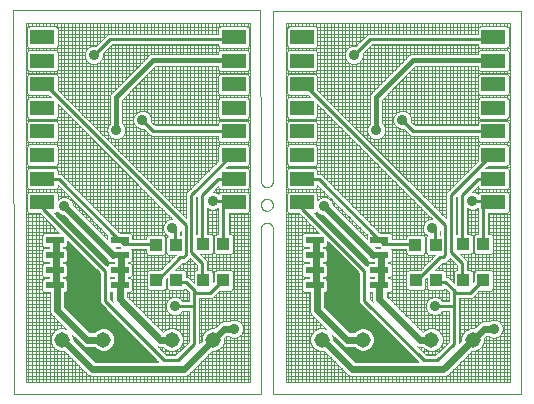
<source format=gtl>
G75*
%MOIN*%
%OFA0B0*%
%FSLAX25Y25*%
%IPPOS*%
%LPD*%
%AMOC8*
5,1,8,0,0,1.08239X$1,22.5*
%
%ADD10C,0.00394*%
%ADD11C,0.05150*%
%ADD12C,0.00000*%
%ADD13R,0.03937X0.04331*%
%ADD14R,0.06000X0.02400*%
%ADD15R,0.07874X0.04724*%
%ADD16C,0.01000*%
%ADD17C,0.03600*%
%ADD18C,0.02400*%
%ADD19C,0.01600*%
D10*
X0001394Y0001197D02*
X0001197Y0129031D01*
X0083559Y0129031D01*
X0083756Y0072063D01*
X0083755Y0072063D02*
X0083757Y0071976D01*
X0083763Y0071889D01*
X0083772Y0071802D01*
X0083786Y0071716D01*
X0083803Y0071631D01*
X0083824Y0071546D01*
X0083849Y0071463D01*
X0083877Y0071380D01*
X0083909Y0071299D01*
X0083945Y0071220D01*
X0083984Y0071142D01*
X0084026Y0071066D01*
X0084072Y0070992D01*
X0084121Y0070920D01*
X0084173Y0070850D01*
X0084228Y0070783D01*
X0084286Y0070718D01*
X0084347Y0070655D01*
X0084411Y0070596D01*
X0084477Y0070539D01*
X0084546Y0070486D01*
X0084617Y0070435D01*
X0084690Y0070388D01*
X0084765Y0070343D01*
X0084842Y0070303D01*
X0084920Y0070265D01*
X0085001Y0070232D01*
X0085082Y0070201D01*
X0085165Y0070175D01*
X0085250Y0070152D01*
X0085335Y0070133D01*
X0085420Y0070118D01*
X0085507Y0070106D01*
X0085593Y0070098D01*
X0085680Y0070094D01*
X0085768Y0070094D01*
X0085855Y0070098D01*
X0085941Y0070106D01*
X0086028Y0070118D01*
X0086113Y0070133D01*
X0086198Y0070152D01*
X0086283Y0070175D01*
X0086366Y0070201D01*
X0086447Y0070232D01*
X0086528Y0070265D01*
X0086606Y0070303D01*
X0086683Y0070343D01*
X0086758Y0070388D01*
X0086831Y0070435D01*
X0086902Y0070486D01*
X0086971Y0070539D01*
X0087037Y0070596D01*
X0087101Y0070655D01*
X0087162Y0070718D01*
X0087220Y0070783D01*
X0087275Y0070850D01*
X0087327Y0070920D01*
X0087376Y0070992D01*
X0087422Y0071066D01*
X0087464Y0071142D01*
X0087503Y0071220D01*
X0087539Y0071299D01*
X0087571Y0071380D01*
X0087599Y0071463D01*
X0087624Y0071546D01*
X0087645Y0071631D01*
X0087662Y0071716D01*
X0087676Y0071802D01*
X0087685Y0071889D01*
X0087691Y0071976D01*
X0087693Y0072063D01*
X0087693Y0128874D01*
X0170370Y0128874D01*
X0170370Y0001197D01*
X0087693Y0001197D01*
X0087693Y0056315D01*
X0087691Y0056402D01*
X0087685Y0056489D01*
X0087676Y0056576D01*
X0087662Y0056662D01*
X0087645Y0056747D01*
X0087624Y0056832D01*
X0087599Y0056915D01*
X0087571Y0056998D01*
X0087539Y0057079D01*
X0087503Y0057158D01*
X0087464Y0057236D01*
X0087422Y0057312D01*
X0087376Y0057386D01*
X0087327Y0057458D01*
X0087275Y0057528D01*
X0087220Y0057595D01*
X0087162Y0057660D01*
X0087101Y0057723D01*
X0087037Y0057782D01*
X0086971Y0057839D01*
X0086902Y0057892D01*
X0086831Y0057943D01*
X0086758Y0057990D01*
X0086683Y0058035D01*
X0086606Y0058075D01*
X0086528Y0058113D01*
X0086447Y0058146D01*
X0086366Y0058177D01*
X0086283Y0058203D01*
X0086198Y0058226D01*
X0086113Y0058245D01*
X0086028Y0058260D01*
X0085941Y0058272D01*
X0085855Y0058280D01*
X0085768Y0058284D01*
X0085680Y0058284D01*
X0085593Y0058280D01*
X0085507Y0058272D01*
X0085420Y0058260D01*
X0085335Y0058245D01*
X0085250Y0058226D01*
X0085165Y0058203D01*
X0085082Y0058177D01*
X0085001Y0058146D01*
X0084920Y0058113D01*
X0084842Y0058075D01*
X0084765Y0058035D01*
X0084690Y0057990D01*
X0084617Y0057943D01*
X0084546Y0057892D01*
X0084477Y0057839D01*
X0084411Y0057782D01*
X0084347Y0057723D01*
X0084286Y0057660D01*
X0084228Y0057595D01*
X0084173Y0057528D01*
X0084121Y0057458D01*
X0084072Y0057386D01*
X0084026Y0057312D01*
X0083984Y0057236D01*
X0083945Y0057158D01*
X0083909Y0057079D01*
X0083877Y0056998D01*
X0083849Y0056915D01*
X0083824Y0056832D01*
X0083803Y0056747D01*
X0083786Y0056662D01*
X0083772Y0056576D01*
X0083763Y0056489D01*
X0083757Y0056402D01*
X0083755Y0056315D01*
X0083756Y0056315D02*
X0083756Y0001197D01*
X0001394Y0001197D01*
X0005331Y0005134D02*
X0005331Y0124937D01*
X0080134Y0124937D01*
X0080134Y0005134D01*
X0005331Y0005134D01*
X0006194Y0005134D02*
X0006194Y0061673D01*
X0006410Y0061457D02*
X0009928Y0061457D01*
X0016590Y0054794D01*
X0011547Y0054794D01*
X0010846Y0054093D01*
X0010846Y0050702D01*
X0011547Y0050001D01*
X0013046Y0050001D01*
X0013046Y0049794D01*
X0011547Y0049794D01*
X0010846Y0049093D01*
X0010846Y0045702D01*
X0011547Y0045001D01*
X0013046Y0045001D01*
X0013046Y0044794D01*
X0011547Y0044794D01*
X0010846Y0044093D01*
X0010846Y0040702D01*
X0011547Y0040001D01*
X0013046Y0040001D01*
X0013046Y0039794D01*
X0011547Y0039794D01*
X0010846Y0039093D01*
X0010846Y0035702D01*
X0011547Y0035001D01*
X0013367Y0035001D01*
X0013367Y0028712D01*
X0013732Y0027831D01*
X0014406Y0027157D01*
X0018803Y0022760D01*
X0018128Y0023039D01*
X0016628Y0023039D01*
X0015241Y0022465D01*
X0014180Y0021404D01*
X0013606Y0020018D01*
X0013606Y0018517D01*
X0014180Y0017131D01*
X0015241Y0016070D01*
X0016628Y0015496D01*
X0018128Y0015496D01*
X0018174Y0015515D01*
X0025543Y0008146D01*
X0026217Y0007472D01*
X0027098Y0007107D01*
X0058445Y0007107D01*
X0059326Y0007472D01*
X0067350Y0015496D01*
X0068483Y0015496D01*
X0069869Y0016070D01*
X0070930Y0017131D01*
X0071504Y0018517D01*
X0071504Y0019650D01*
X0072362Y0020508D01*
X0072889Y0020508D01*
X0073032Y0020364D01*
X0074134Y0019908D01*
X0075326Y0019908D01*
X0076427Y0020364D01*
X0077271Y0021207D01*
X0077727Y0022309D01*
X0077727Y0023501D01*
X0077271Y0024602D01*
X0076427Y0025445D01*
X0075326Y0025902D01*
X0074134Y0025902D01*
X0073032Y0025445D01*
X0072889Y0025302D01*
X0070893Y0025302D01*
X0070012Y0024937D01*
X0069337Y0024262D01*
X0068114Y0023039D01*
X0066982Y0023039D01*
X0065596Y0022465D01*
X0064535Y0021404D01*
X0063961Y0020018D01*
X0063961Y0018886D01*
X0063039Y0017964D01*
X0063039Y0033245D01*
X0067445Y0033245D01*
X0069811Y0035610D01*
X0073700Y0035610D01*
X0074402Y0036311D01*
X0074402Y0041634D01*
X0073700Y0042335D01*
X0068772Y0042335D01*
X0068071Y0041634D01*
X0068071Y0038670D01*
X0067709Y0038308D01*
X0067709Y0041634D01*
X0067008Y0042335D01*
X0065739Y0042335D01*
X0065739Y0045545D01*
X0063567Y0047717D01*
X0067008Y0047717D01*
X0067709Y0048418D01*
X0067709Y0053740D01*
X0067008Y0054441D01*
X0065739Y0054441D01*
X0065739Y0063207D01*
X0065945Y0063001D01*
X0067046Y0062545D01*
X0068239Y0062545D01*
X0069340Y0063001D01*
X0069488Y0063149D01*
X0069488Y0062158D01*
X0069546Y0062100D01*
X0069546Y0054441D01*
X0068772Y0054441D01*
X0068071Y0053740D01*
X0068071Y0048418D01*
X0068772Y0047717D01*
X0073700Y0047717D01*
X0074402Y0048418D01*
X0074402Y0053740D01*
X0073700Y0054441D01*
X0072939Y0054441D01*
X0072939Y0061457D01*
X0079055Y0061457D01*
X0079756Y0062158D01*
X0079756Y0067874D01*
X0079055Y0068575D01*
X0070189Y0068575D01*
X0069518Y0067904D01*
X0069340Y0068082D01*
X0068239Y0068539D01*
X0067639Y0068539D01*
X0069488Y0070388D01*
X0069488Y0070032D01*
X0070189Y0069331D01*
X0079055Y0069331D01*
X0079756Y0070032D01*
X0079756Y0075748D01*
X0079055Y0076449D01*
X0071949Y0076449D01*
X0072705Y0077205D01*
X0079055Y0077205D01*
X0079756Y0077906D01*
X0079756Y0083622D01*
X0079055Y0084323D01*
X0070189Y0084323D01*
X0069488Y0083622D01*
X0069488Y0078787D01*
X0058746Y0068045D01*
X0058746Y0059738D01*
X0015976Y0102508D01*
X0015976Y0107244D01*
X0015275Y0107945D01*
X0006410Y0107945D01*
X0005709Y0107244D01*
X0005709Y0101528D01*
X0006410Y0100827D01*
X0012858Y0100827D01*
X0013614Y0100071D01*
X0006410Y0100071D01*
X0005709Y0099370D01*
X0005709Y0093654D01*
X0006410Y0092953D01*
X0015275Y0092953D01*
X0015976Y0093654D01*
X0015976Y0097708D01*
X0054146Y0059539D01*
X0053546Y0059539D01*
X0052445Y0059082D01*
X0051602Y0058239D01*
X0051146Y0057138D01*
X0051146Y0055946D01*
X0051602Y0054844D01*
X0052445Y0054001D01*
X0052599Y0053937D01*
X0052165Y0053504D01*
X0052165Y0048181D01*
X0052866Y0047480D01*
X0055281Y0047480D01*
X0055146Y0047345D01*
X0050234Y0042433D01*
X0046331Y0042433D01*
X0045630Y0041732D01*
X0045630Y0036410D01*
X0046331Y0035709D01*
X0051260Y0035709D01*
X0051961Y0036410D01*
X0051961Y0039360D01*
X0052323Y0039722D01*
X0052323Y0036410D01*
X0053024Y0035709D01*
X0057952Y0035709D01*
X0058514Y0036270D01*
X0059646Y0035139D01*
X0059646Y0032139D01*
X0057583Y0032139D01*
X0056740Y0032982D01*
X0055639Y0033439D01*
X0054446Y0033439D01*
X0053345Y0032982D01*
X0052502Y0032139D01*
X0052046Y0031038D01*
X0052046Y0029846D01*
X0052502Y0028744D01*
X0053345Y0027901D01*
X0054446Y0027445D01*
X0055639Y0027445D01*
X0056740Y0027901D01*
X0057583Y0028744D01*
X0057583Y0028745D01*
X0059646Y0028745D01*
X0059646Y0018545D01*
X0055240Y0014139D01*
X0052145Y0014139D01*
X0049268Y0017016D01*
X0049618Y0016871D01*
X0051016Y0016871D01*
X0051816Y0016070D01*
X0053203Y0015496D01*
X0054703Y0015496D01*
X0056089Y0016070D01*
X0057150Y0017131D01*
X0057724Y0018517D01*
X0057724Y0020018D01*
X0057150Y0021404D01*
X0056089Y0022465D01*
X0054703Y0023039D01*
X0053203Y0023039D01*
X0051816Y0022465D01*
X0051051Y0021700D01*
X0039027Y0033725D01*
X0039027Y0035001D01*
X0040138Y0035001D01*
X0040839Y0035702D01*
X0040839Y0039093D01*
X0040138Y0039794D01*
X0039439Y0039794D01*
X0039439Y0040001D01*
X0040138Y0040001D01*
X0040839Y0040702D01*
X0040839Y0044093D01*
X0040138Y0044794D01*
X0039439Y0044794D01*
X0039439Y0045001D01*
X0040138Y0045001D01*
X0040839Y0045702D01*
X0040839Y0049093D01*
X0040488Y0049445D01*
X0045472Y0049445D01*
X0045472Y0048181D01*
X0046174Y0047480D01*
X0051102Y0047480D01*
X0051803Y0048181D01*
X0051803Y0053504D01*
X0051102Y0054205D01*
X0046174Y0054205D01*
X0045472Y0053504D01*
X0045472Y0052839D01*
X0040839Y0052839D01*
X0040839Y0054093D01*
X0040138Y0054794D01*
X0036689Y0054794D01*
X0017045Y0074439D01*
X0015976Y0074439D01*
X0015976Y0075748D01*
X0015275Y0076449D01*
X0006410Y0076449D01*
X0005709Y0075748D01*
X0005709Y0070032D01*
X0006410Y0069331D01*
X0015275Y0069331D01*
X0015976Y0070032D01*
X0015976Y0070708D01*
X0032518Y0054166D01*
X0032446Y0054093D01*
X0032446Y0052828D01*
X0021139Y0064135D01*
X0021139Y0064338D01*
X0020683Y0065439D01*
X0019840Y0066282D01*
X0018739Y0066739D01*
X0017546Y0066739D01*
X0016445Y0066282D01*
X0015976Y0065814D01*
X0015976Y0067874D01*
X0015275Y0068575D01*
X0006410Y0068575D01*
X0005709Y0067874D01*
X0005709Y0062158D01*
X0006410Y0061457D01*
X0007394Y0061457D02*
X0007394Y0005134D01*
X0008594Y0005134D02*
X0008594Y0061457D01*
X0009794Y0061457D02*
X0009794Y0005134D01*
X0010994Y0005134D02*
X0010994Y0035554D01*
X0010846Y0035997D02*
X0005331Y0035997D01*
X0005331Y0037197D02*
X0010846Y0037197D01*
X0010846Y0038397D02*
X0005331Y0038397D01*
X0005331Y0039597D02*
X0011349Y0039597D01*
X0010994Y0039241D02*
X0010994Y0040554D01*
X0010846Y0040797D02*
X0005331Y0040797D01*
X0005331Y0041997D02*
X0010846Y0041997D01*
X0010846Y0043197D02*
X0005331Y0043197D01*
X0005331Y0044397D02*
X0011149Y0044397D01*
X0010994Y0044241D02*
X0010994Y0045554D01*
X0010951Y0045597D02*
X0005331Y0045597D01*
X0005331Y0046797D02*
X0010846Y0046797D01*
X0010846Y0047997D02*
X0005331Y0047997D01*
X0005331Y0049197D02*
X0010949Y0049197D01*
X0010994Y0049241D02*
X0010994Y0050554D01*
X0011151Y0050397D02*
X0005331Y0050397D01*
X0005331Y0051597D02*
X0010846Y0051597D01*
X0010846Y0052797D02*
X0005331Y0052797D01*
X0005331Y0053997D02*
X0010846Y0053997D01*
X0010994Y0054241D02*
X0010994Y0060391D01*
X0011388Y0059997D02*
X0005331Y0059997D01*
X0005331Y0061197D02*
X0010188Y0061197D01*
X0012194Y0059191D02*
X0012194Y0054794D01*
X0013394Y0054794D02*
X0013394Y0057991D01*
X0013788Y0057597D02*
X0005331Y0057597D01*
X0005331Y0058797D02*
X0012588Y0058797D01*
X0014594Y0056791D02*
X0014594Y0054794D01*
X0015794Y0054794D02*
X0015794Y0055591D01*
X0016188Y0055197D02*
X0005331Y0055197D01*
X0005331Y0056397D02*
X0014988Y0056397D01*
X0017387Y0058797D02*
X0019698Y0058797D01*
X0019394Y0059101D02*
X0019394Y0056790D01*
X0019787Y0056397D02*
X0022098Y0056397D01*
X0021794Y0056701D02*
X0021794Y0054390D01*
X0022187Y0053997D02*
X0024498Y0053997D01*
X0024194Y0054301D02*
X0024194Y0051990D01*
X0024587Y0051597D02*
X0026898Y0051597D01*
X0026594Y0051901D02*
X0026594Y0049590D01*
X0026987Y0049197D02*
X0029298Y0049197D01*
X0028994Y0049501D02*
X0028994Y0047190D01*
X0029387Y0046797D02*
X0031698Y0046797D01*
X0031394Y0047101D02*
X0031394Y0044790D01*
X0031787Y0044397D02*
X0032749Y0044397D01*
X0032594Y0044241D02*
X0032594Y0045554D01*
X0032551Y0045597D02*
X0030587Y0045597D01*
X0030194Y0045990D02*
X0030194Y0048301D01*
X0030498Y0047997D02*
X0028187Y0047997D01*
X0027794Y0048390D02*
X0027794Y0050701D01*
X0028098Y0050397D02*
X0025787Y0050397D01*
X0025394Y0050790D02*
X0025394Y0053101D01*
X0025698Y0052797D02*
X0023387Y0052797D01*
X0022994Y0053190D02*
X0022994Y0055501D01*
X0023298Y0055197D02*
X0020987Y0055197D01*
X0020594Y0055590D02*
X0020594Y0057901D01*
X0020898Y0057597D02*
X0018587Y0057597D01*
X0018194Y0057990D02*
X0018194Y0060301D01*
X0018498Y0059997D02*
X0016187Y0059997D01*
X0015794Y0060390D02*
X0015794Y0061852D01*
X0015732Y0061914D02*
X0016445Y0061201D01*
X0017546Y0060745D01*
X0017750Y0060745D01*
X0032446Y0046049D01*
X0032446Y0045702D01*
X0033147Y0045001D01*
X0034646Y0045001D01*
X0034646Y0044794D01*
X0033147Y0044794D01*
X0032446Y0044093D01*
X0032446Y0043738D01*
X0032345Y0043839D01*
X0014727Y0061457D01*
X0015275Y0061457D01*
X0015732Y0061914D01*
X0016455Y0061197D02*
X0014987Y0061197D01*
X0016994Y0060974D02*
X0016994Y0059190D01*
X0021677Y0063597D02*
X0023088Y0063597D01*
X0022994Y0063691D02*
X0022994Y0062280D01*
X0022877Y0062397D02*
X0024288Y0062397D01*
X0024194Y0062491D02*
X0024194Y0061080D01*
X0024077Y0061197D02*
X0025488Y0061197D01*
X0025394Y0061291D02*
X0025394Y0059880D01*
X0025277Y0059997D02*
X0026688Y0059997D01*
X0026594Y0060091D02*
X0026594Y0058680D01*
X0026477Y0058797D02*
X0027888Y0058797D01*
X0027794Y0058891D02*
X0027794Y0057480D01*
X0027677Y0057597D02*
X0029088Y0057597D01*
X0028994Y0057691D02*
X0028994Y0056280D01*
X0028877Y0056397D02*
X0030288Y0056397D01*
X0030194Y0056491D02*
X0030194Y0055080D01*
X0030077Y0055197D02*
X0031488Y0055197D01*
X0031394Y0055291D02*
X0031394Y0053880D01*
X0031277Y0053997D02*
X0032446Y0053997D01*
X0034994Y0056490D02*
X0034994Y0078691D01*
X0034488Y0079197D02*
X0015976Y0079197D01*
X0015976Y0080397D02*
X0033288Y0080397D01*
X0033794Y0079891D02*
X0033794Y0057690D01*
X0033887Y0057597D02*
X0051336Y0057597D01*
X0051794Y0058431D02*
X0051794Y0061891D01*
X0051288Y0062397D02*
X0029087Y0062397D01*
X0028994Y0062490D02*
X0028994Y0084691D01*
X0028488Y0085197D02*
X0015393Y0085197D01*
X0015275Y0085079D02*
X0015976Y0085780D01*
X0015976Y0091496D01*
X0015275Y0092197D01*
X0006410Y0092197D01*
X0005709Y0091496D01*
X0005709Y0085780D01*
X0006410Y0085079D01*
X0015275Y0085079D01*
X0014594Y0085079D02*
X0014594Y0084323D01*
X0015275Y0084323D02*
X0006410Y0084323D01*
X0005709Y0083622D01*
X0005709Y0077906D01*
X0006410Y0077205D01*
X0015275Y0077205D01*
X0015976Y0077906D01*
X0015976Y0083622D01*
X0015275Y0084323D01*
X0015601Y0083997D02*
X0029688Y0083997D01*
X0030194Y0083491D02*
X0030194Y0061290D01*
X0030287Y0061197D02*
X0052488Y0061197D01*
X0052994Y0060691D02*
X0052994Y0059310D01*
X0053688Y0059997D02*
X0031487Y0059997D01*
X0031394Y0060090D02*
X0031394Y0082291D01*
X0030888Y0082797D02*
X0015976Y0082797D01*
X0015794Y0083804D02*
X0015794Y0085597D01*
X0015976Y0086397D02*
X0027288Y0086397D01*
X0027794Y0085891D02*
X0027794Y0063690D01*
X0027887Y0063597D02*
X0050088Y0063597D01*
X0050594Y0063091D02*
X0050594Y0054205D01*
X0051310Y0053997D02*
X0052455Y0053997D01*
X0051794Y0053513D02*
X0051794Y0054652D01*
X0051456Y0055197D02*
X0036287Y0055197D01*
X0036194Y0055290D02*
X0036194Y0077491D01*
X0035688Y0077997D02*
X0015976Y0077997D01*
X0015794Y0077723D02*
X0015794Y0075930D01*
X0015976Y0075597D02*
X0038088Y0075597D01*
X0038594Y0075091D02*
X0038594Y0054794D01*
X0039794Y0054794D02*
X0039794Y0073891D01*
X0039288Y0074397D02*
X0017087Y0074397D01*
X0016994Y0074439D02*
X0016994Y0096691D01*
X0016488Y0097197D02*
X0015976Y0097197D01*
X0015976Y0095997D02*
X0017688Y0095997D01*
X0018194Y0095491D02*
X0018194Y0073290D01*
X0018287Y0073197D02*
X0040488Y0073197D01*
X0040994Y0072691D02*
X0040994Y0052839D01*
X0040839Y0053997D02*
X0045966Y0053997D01*
X0045794Y0053825D02*
X0045794Y0067891D01*
X0045288Y0068397D02*
X0023087Y0068397D01*
X0022994Y0068490D02*
X0022994Y0090691D01*
X0022488Y0091197D02*
X0015976Y0091197D01*
X0015794Y0091678D02*
X0015794Y0093471D01*
X0015919Y0093597D02*
X0020088Y0093597D01*
X0020594Y0093091D02*
X0020594Y0070890D01*
X0020687Y0070797D02*
X0042888Y0070797D01*
X0043394Y0070291D02*
X0043394Y0052839D01*
X0044594Y0052839D02*
X0044594Y0069091D01*
X0044088Y0069597D02*
X0021887Y0069597D01*
X0021794Y0069690D02*
X0021794Y0091891D01*
X0021288Y0092397D02*
X0005331Y0092397D01*
X0006194Y0091981D02*
X0006194Y0093169D01*
X0005766Y0093597D02*
X0005331Y0093597D01*
X0005331Y0094797D02*
X0005709Y0094797D01*
X0005709Y0095997D02*
X0005331Y0095997D01*
X0005331Y0097197D02*
X0005709Y0097197D01*
X0005709Y0098397D02*
X0005331Y0098397D01*
X0005331Y0099597D02*
X0005936Y0099597D01*
X0006194Y0099855D02*
X0006194Y0101043D01*
X0005331Y0100797D02*
X0012888Y0100797D01*
X0012194Y0100827D02*
X0012194Y0100071D01*
X0013394Y0100071D02*
X0013394Y0100291D01*
X0010994Y0100071D02*
X0010994Y0100827D01*
X0009794Y0100827D02*
X0009794Y0100071D01*
X0008594Y0100071D02*
X0008594Y0100827D01*
X0007394Y0100827D02*
X0007394Y0100071D01*
X0005709Y0101997D02*
X0005331Y0101997D01*
X0005331Y0103197D02*
X0005709Y0103197D01*
X0005709Y0104397D02*
X0005331Y0104397D01*
X0005331Y0105597D02*
X0005709Y0105597D01*
X0005709Y0106797D02*
X0005331Y0106797D01*
X0005331Y0107997D02*
X0040567Y0107997D01*
X0040994Y0108424D02*
X0040994Y0117845D01*
X0042194Y0117845D02*
X0042194Y0109624D01*
X0041767Y0109197D02*
X0015771Y0109197D01*
X0015794Y0109219D02*
X0015794Y0107426D01*
X0015976Y0106797D02*
X0039367Y0106797D01*
X0039794Y0107224D02*
X0039794Y0117845D01*
X0038594Y0117845D02*
X0038594Y0106024D01*
X0038167Y0105597D02*
X0015976Y0105597D01*
X0015976Y0104397D02*
X0036967Y0104397D01*
X0037394Y0104824D02*
X0037394Y0117845D01*
X0036194Y0117845D02*
X0036194Y0103624D01*
X0035767Y0103197D02*
X0015976Y0103197D01*
X0016487Y0101997D02*
X0034567Y0101997D01*
X0034622Y0102052D02*
X0033452Y0100882D01*
X0033452Y0091276D01*
X0032987Y0090811D01*
X0032531Y0089709D01*
X0032531Y0088517D01*
X0032987Y0087416D01*
X0033830Y0086573D01*
X0034931Y0086117D01*
X0036124Y0086117D01*
X0037225Y0086573D01*
X0038068Y0087416D01*
X0038524Y0088517D01*
X0038524Y0089709D01*
X0038068Y0090811D01*
X0037446Y0091433D01*
X0037446Y0099228D01*
X0048563Y0110345D01*
X0069488Y0110345D01*
X0069488Y0109402D01*
X0070189Y0108701D01*
X0079055Y0108701D01*
X0079756Y0109402D01*
X0079756Y0115118D01*
X0079055Y0115819D01*
X0070189Y0115819D01*
X0069488Y0115118D01*
X0069488Y0114339D01*
X0046908Y0114339D01*
X0034622Y0102052D01*
X0034994Y0102424D02*
X0034994Y0117845D01*
X0034145Y0117845D02*
X0069488Y0117845D01*
X0069488Y0117276D01*
X0070189Y0116575D01*
X0079055Y0116575D01*
X0079756Y0117276D01*
X0079756Y0122992D01*
X0079055Y0123693D01*
X0070189Y0123693D01*
X0069488Y0122992D01*
X0069488Y0121239D01*
X0032740Y0121239D01*
X0028639Y0117138D01*
X0028639Y0117139D01*
X0027446Y0117139D01*
X0026345Y0116682D01*
X0025502Y0115839D01*
X0025046Y0114738D01*
X0025046Y0113546D01*
X0025502Y0112444D01*
X0026345Y0111601D01*
X0027446Y0111145D01*
X0028639Y0111145D01*
X0029740Y0111601D01*
X0030583Y0112444D01*
X0031039Y0113546D01*
X0031039Y0114738D01*
X0031039Y0114739D01*
X0034145Y0117845D01*
X0033897Y0117597D02*
X0069488Y0117597D01*
X0069794Y0116970D02*
X0069794Y0115423D01*
X0069567Y0115197D02*
X0031497Y0115197D01*
X0031394Y0115093D02*
X0031394Y0087090D01*
X0030887Y0087597D02*
X0032912Y0087597D01*
X0032594Y0088365D02*
X0032594Y0085890D01*
X0032087Y0086397D02*
X0034255Y0086397D01*
X0033794Y0086609D02*
X0033794Y0084690D01*
X0033287Y0085197D02*
X0070071Y0085197D01*
X0070189Y0085079D02*
X0079055Y0085079D01*
X0079756Y0085780D01*
X0079756Y0091496D01*
X0079055Y0092197D01*
X0070189Y0092197D01*
X0069488Y0091496D01*
X0069488Y0090639D01*
X0048545Y0090639D01*
X0047239Y0091945D01*
X0047239Y0091946D01*
X0047239Y0093138D01*
X0046783Y0094239D01*
X0045940Y0095082D01*
X0044839Y0095539D01*
X0043646Y0095539D01*
X0042545Y0095082D01*
X0041702Y0094239D01*
X0041246Y0093138D01*
X0041246Y0091946D01*
X0041702Y0090844D01*
X0042545Y0090001D01*
X0043646Y0089545D01*
X0044839Y0089545D01*
X0044839Y0089545D01*
X0047140Y0087245D01*
X0069488Y0087245D01*
X0069488Y0085780D01*
X0070189Y0085079D01*
X0069794Y0085474D02*
X0069794Y0083927D01*
X0069863Y0083997D02*
X0034487Y0083997D01*
X0034994Y0083490D02*
X0034994Y0086117D01*
X0036194Y0086146D02*
X0036194Y0082290D01*
X0035687Y0082797D02*
X0069488Y0082797D01*
X0069488Y0081597D02*
X0036887Y0081597D01*
X0037394Y0081090D02*
X0037394Y0086741D01*
X0036800Y0086397D02*
X0069488Y0086397D01*
X0068594Y0087245D02*
X0068594Y0077893D01*
X0068698Y0077997D02*
X0040487Y0077997D01*
X0040994Y0077490D02*
X0040994Y0102776D01*
X0041415Y0103197D02*
X0069488Y0103197D01*
X0069488Y0104397D02*
X0042615Y0104397D01*
X0042194Y0103976D02*
X0042194Y0094731D01*
X0042259Y0094797D02*
X0037446Y0094797D01*
X0037446Y0095997D02*
X0069488Y0095997D01*
X0069488Y0097197D02*
X0037446Y0097197D01*
X0037446Y0098397D02*
X0069488Y0098397D01*
X0069488Y0099370D02*
X0069488Y0093654D01*
X0070189Y0092953D01*
X0079055Y0092953D01*
X0079756Y0093654D01*
X0079756Y0099370D01*
X0079055Y0100071D01*
X0070189Y0100071D01*
X0069488Y0099370D01*
X0069715Y0099597D02*
X0037815Y0099597D01*
X0038594Y0100376D02*
X0038594Y0079890D01*
X0038087Y0080397D02*
X0069488Y0080397D01*
X0069488Y0079197D02*
X0039287Y0079197D01*
X0039794Y0078690D02*
X0039794Y0101576D01*
X0040215Y0101997D02*
X0069488Y0101997D01*
X0069488Y0101528D02*
X0070189Y0100827D01*
X0079055Y0100827D01*
X0079756Y0101528D01*
X0079756Y0107244D01*
X0079055Y0107945D01*
X0070189Y0107945D01*
X0069488Y0107244D01*
X0069488Y0101528D01*
X0069794Y0101222D02*
X0069794Y0099675D01*
X0070994Y0100071D02*
X0070994Y0100827D01*
X0072194Y0100827D02*
X0072194Y0100071D01*
X0073394Y0100071D02*
X0073394Y0100827D01*
X0074594Y0100827D02*
X0074594Y0100071D01*
X0075794Y0100071D02*
X0075794Y0100827D01*
X0076994Y0100827D02*
X0076994Y0100071D01*
X0078194Y0100071D02*
X0078194Y0100827D01*
X0079394Y0101166D02*
X0079394Y0099732D01*
X0079529Y0099597D02*
X0080134Y0099597D01*
X0080134Y0100797D02*
X0039015Y0100797D01*
X0033794Y0101224D02*
X0033794Y0117493D01*
X0032697Y0116397D02*
X0080134Y0116397D01*
X0079394Y0116914D02*
X0079394Y0115480D01*
X0079677Y0115197D02*
X0080134Y0115197D01*
X0080134Y0113997D02*
X0079756Y0113997D01*
X0079756Y0112797D02*
X0080134Y0112797D01*
X0080134Y0111597D02*
X0079756Y0111597D01*
X0079756Y0110397D02*
X0080134Y0110397D01*
X0080134Y0109197D02*
X0079551Y0109197D01*
X0079394Y0109040D02*
X0079394Y0107606D01*
X0080134Y0107997D02*
X0046215Y0107997D01*
X0045794Y0107576D02*
X0045794Y0095143D01*
X0046226Y0094797D02*
X0069488Y0094797D01*
X0069545Y0093597D02*
X0047049Y0093597D01*
X0046994Y0093731D02*
X0046994Y0108776D01*
X0047415Y0109197D02*
X0069693Y0109197D01*
X0069794Y0109096D02*
X0069794Y0107549D01*
X0069488Y0106797D02*
X0045015Y0106797D01*
X0044594Y0106376D02*
X0044594Y0095539D01*
X0043394Y0095434D02*
X0043394Y0105176D01*
X0043815Y0105597D02*
X0069488Y0105597D01*
X0070994Y0107945D02*
X0070994Y0108701D01*
X0072194Y0108701D02*
X0072194Y0107945D01*
X0073394Y0107945D02*
X0073394Y0108701D01*
X0074594Y0108701D02*
X0074594Y0107945D01*
X0075794Y0107945D02*
X0075794Y0108701D01*
X0076994Y0108701D02*
X0076994Y0107945D01*
X0078194Y0107945D02*
X0078194Y0108701D01*
X0079756Y0106797D02*
X0080134Y0106797D01*
X0080134Y0105597D02*
X0079756Y0105597D01*
X0079756Y0104397D02*
X0080134Y0104397D01*
X0080134Y0103197D02*
X0079756Y0103197D01*
X0079756Y0101997D02*
X0080134Y0101997D01*
X0080134Y0098397D02*
X0079756Y0098397D01*
X0079756Y0097197D02*
X0080134Y0097197D01*
X0080134Y0095997D02*
X0079756Y0095997D01*
X0079756Y0094797D02*
X0080134Y0094797D01*
X0080134Y0093597D02*
X0079699Y0093597D01*
X0079394Y0093292D02*
X0079394Y0091858D01*
X0079756Y0091197D02*
X0080134Y0091197D01*
X0080134Y0092397D02*
X0047239Y0092397D01*
X0047987Y0091197D02*
X0069488Y0091197D01*
X0069794Y0091801D02*
X0069794Y0093348D01*
X0070994Y0092953D02*
X0070994Y0092197D01*
X0072194Y0092197D02*
X0072194Y0092953D01*
X0073394Y0092953D02*
X0073394Y0092197D01*
X0074594Y0092197D02*
X0074594Y0092953D01*
X0075794Y0092953D02*
X0075794Y0092197D01*
X0076994Y0092197D02*
X0076994Y0092953D01*
X0078194Y0092953D02*
X0078194Y0092197D01*
X0079756Y0089997D02*
X0080134Y0089997D01*
X0080134Y0088797D02*
X0079756Y0088797D01*
X0079756Y0087597D02*
X0080134Y0087597D01*
X0080134Y0086397D02*
X0079756Y0086397D01*
X0079394Y0085418D02*
X0079394Y0083984D01*
X0079381Y0083997D02*
X0080134Y0083997D01*
X0080134Y0085197D02*
X0079173Y0085197D01*
X0078194Y0085079D02*
X0078194Y0084323D01*
X0076994Y0084323D02*
X0076994Y0085079D01*
X0075794Y0085079D02*
X0075794Y0084323D01*
X0074594Y0084323D02*
X0074594Y0085079D01*
X0073394Y0085079D02*
X0073394Y0084323D01*
X0072194Y0084323D02*
X0072194Y0085079D01*
X0070994Y0085079D02*
X0070994Y0084323D01*
X0067394Y0087245D02*
X0067394Y0076693D01*
X0067498Y0076797D02*
X0041687Y0076797D01*
X0042194Y0076290D02*
X0042194Y0090352D01*
X0042555Y0089997D02*
X0038405Y0089997D01*
X0038524Y0088797D02*
X0045588Y0088797D01*
X0045794Y0088591D02*
X0045794Y0072690D01*
X0045287Y0073197D02*
X0063898Y0073197D01*
X0063794Y0073093D02*
X0063794Y0087245D01*
X0064994Y0087245D02*
X0064994Y0074293D01*
X0065098Y0074397D02*
X0044087Y0074397D01*
X0044594Y0073890D02*
X0044594Y0089545D01*
X0043394Y0089650D02*
X0043394Y0075090D01*
X0042887Y0075597D02*
X0066298Y0075597D01*
X0066194Y0075493D02*
X0066194Y0087245D01*
X0062594Y0087245D02*
X0062594Y0071893D01*
X0062698Y0071997D02*
X0046487Y0071997D01*
X0046994Y0071490D02*
X0046994Y0087391D01*
X0046788Y0087597D02*
X0038143Y0087597D01*
X0037682Y0091197D02*
X0041556Y0091197D01*
X0041246Y0092397D02*
X0037446Y0092397D01*
X0037446Y0093597D02*
X0041436Y0093597D01*
X0048194Y0090990D02*
X0048194Y0109976D01*
X0049394Y0110345D02*
X0049394Y0090639D01*
X0050594Y0090639D02*
X0050594Y0110345D01*
X0051794Y0110345D02*
X0051794Y0090639D01*
X0052994Y0090639D02*
X0052994Y0110345D01*
X0054194Y0110345D02*
X0054194Y0090639D01*
X0055394Y0090639D02*
X0055394Y0110345D01*
X0056594Y0110345D02*
X0056594Y0090639D01*
X0057794Y0090639D02*
X0057794Y0110345D01*
X0058994Y0110345D02*
X0058994Y0090639D01*
X0060194Y0090639D02*
X0060194Y0110345D01*
X0061394Y0110345D02*
X0061394Y0090639D01*
X0062594Y0090639D02*
X0062594Y0110345D01*
X0063794Y0110345D02*
X0063794Y0090639D01*
X0064994Y0090639D02*
X0064994Y0110345D01*
X0066194Y0110345D02*
X0066194Y0090639D01*
X0067394Y0090639D02*
X0067394Y0110345D01*
X0068594Y0110345D02*
X0068594Y0090639D01*
X0061394Y0087245D02*
X0061394Y0070693D01*
X0061498Y0070797D02*
X0047687Y0070797D01*
X0048194Y0070290D02*
X0048194Y0087245D01*
X0049394Y0087245D02*
X0049394Y0069090D01*
X0048887Y0069597D02*
X0060298Y0069597D01*
X0060194Y0069493D02*
X0060194Y0087245D01*
X0058994Y0087245D02*
X0058994Y0068293D01*
X0059098Y0068397D02*
X0050087Y0068397D01*
X0050594Y0067890D02*
X0050594Y0087245D01*
X0051794Y0087245D02*
X0051794Y0066690D01*
X0051287Y0067197D02*
X0058746Y0067197D01*
X0058746Y0065997D02*
X0052487Y0065997D01*
X0052994Y0065490D02*
X0052994Y0087245D01*
X0054194Y0087245D02*
X0054194Y0064290D01*
X0053687Y0064797D02*
X0058746Y0064797D01*
X0058746Y0063597D02*
X0054887Y0063597D01*
X0055394Y0063090D02*
X0055394Y0087245D01*
X0056594Y0087245D02*
X0056594Y0061890D01*
X0056087Y0062397D02*
X0058746Y0062397D01*
X0058746Y0061197D02*
X0057287Y0061197D01*
X0057794Y0060690D02*
X0057794Y0087245D01*
X0072194Y0076693D02*
X0072194Y0076449D01*
X0072297Y0076797D02*
X0080134Y0076797D01*
X0079394Y0076110D02*
X0079394Y0077544D01*
X0079756Y0077997D02*
X0080134Y0077997D01*
X0080134Y0079197D02*
X0079756Y0079197D01*
X0079756Y0080397D02*
X0080134Y0080397D01*
X0080134Y0081597D02*
X0079756Y0081597D01*
X0079756Y0082797D02*
X0080134Y0082797D01*
X0078194Y0077205D02*
X0078194Y0076449D01*
X0076994Y0076449D02*
X0076994Y0077205D01*
X0075794Y0077205D02*
X0075794Y0076449D01*
X0074594Y0076449D02*
X0074594Y0077205D01*
X0073394Y0077205D02*
X0073394Y0076449D01*
X0079756Y0075597D02*
X0080134Y0075597D01*
X0080134Y0074397D02*
X0079756Y0074397D01*
X0079756Y0073197D02*
X0080134Y0073197D01*
X0080134Y0071997D02*
X0079756Y0071997D01*
X0079756Y0070797D02*
X0080134Y0070797D01*
X0080134Y0069597D02*
X0079321Y0069597D01*
X0079394Y0069670D02*
X0079394Y0068236D01*
X0079233Y0068397D02*
X0080134Y0068397D01*
X0080134Y0067197D02*
X0079756Y0067197D01*
X0079756Y0065997D02*
X0080134Y0065997D01*
X0080134Y0064797D02*
X0079756Y0064797D01*
X0079756Y0063597D02*
X0080134Y0063597D01*
X0080134Y0062397D02*
X0079756Y0062397D01*
X0079394Y0061796D02*
X0079394Y0005134D01*
X0080134Y0005997D02*
X0005331Y0005997D01*
X0005331Y0007197D02*
X0026881Y0007197D01*
X0026594Y0007316D02*
X0026594Y0005134D01*
X0027794Y0005134D02*
X0027794Y0007107D01*
X0028994Y0007107D02*
X0028994Y0005134D01*
X0030194Y0005134D02*
X0030194Y0007107D01*
X0031394Y0007107D02*
X0031394Y0005134D01*
X0032594Y0005134D02*
X0032594Y0007107D01*
X0033794Y0007107D02*
X0033794Y0005134D01*
X0034994Y0005134D02*
X0034994Y0007107D01*
X0036194Y0007107D02*
X0036194Y0005134D01*
X0037394Y0005134D02*
X0037394Y0007107D01*
X0038594Y0007107D02*
X0038594Y0005134D01*
X0039794Y0005134D02*
X0039794Y0007107D01*
X0040994Y0007107D02*
X0040994Y0005134D01*
X0042194Y0005134D02*
X0042194Y0007107D01*
X0043394Y0007107D02*
X0043394Y0005134D01*
X0044594Y0005134D02*
X0044594Y0007107D01*
X0045794Y0007107D02*
X0045794Y0005134D01*
X0046994Y0005134D02*
X0046994Y0007107D01*
X0048194Y0007107D02*
X0048194Y0005134D01*
X0049394Y0005134D02*
X0049394Y0007107D01*
X0050594Y0007107D02*
X0050594Y0005134D01*
X0051794Y0005134D02*
X0051794Y0007107D01*
X0052994Y0007107D02*
X0052994Y0005134D01*
X0054194Y0005134D02*
X0054194Y0007107D01*
X0055394Y0007107D02*
X0055394Y0005134D01*
X0056594Y0005134D02*
X0056594Y0007107D01*
X0057794Y0007107D02*
X0057794Y0005134D01*
X0058994Y0005134D02*
X0058994Y0007334D01*
X0058662Y0007197D02*
X0080134Y0007197D01*
X0080134Y0008397D02*
X0060251Y0008397D01*
X0060194Y0008339D02*
X0060194Y0005134D01*
X0061394Y0005134D02*
X0061394Y0009539D01*
X0061451Y0009597D02*
X0080134Y0009597D01*
X0080134Y0010797D02*
X0062651Y0010797D01*
X0062594Y0010739D02*
X0062594Y0005134D01*
X0063794Y0005134D02*
X0063794Y0011939D01*
X0063851Y0011997D02*
X0080134Y0011997D01*
X0080134Y0013197D02*
X0065051Y0013197D01*
X0064994Y0013139D02*
X0064994Y0005134D01*
X0066194Y0005134D02*
X0066194Y0014339D01*
X0066251Y0014397D02*
X0080134Y0014397D01*
X0080134Y0015597D02*
X0068726Y0015597D01*
X0068594Y0015542D02*
X0068594Y0005134D01*
X0069794Y0005134D02*
X0069794Y0016039D01*
X0070595Y0016797D02*
X0080134Y0016797D01*
X0080134Y0017997D02*
X0071288Y0017997D01*
X0070994Y0017286D02*
X0070994Y0005134D01*
X0072194Y0005134D02*
X0072194Y0020339D01*
X0072251Y0020397D02*
X0073000Y0020397D01*
X0073394Y0020214D02*
X0073394Y0005134D01*
X0074594Y0005134D02*
X0074594Y0019908D01*
X0075794Y0020102D02*
X0075794Y0005134D01*
X0076994Y0005134D02*
X0076994Y0020930D01*
X0076460Y0020397D02*
X0080134Y0020397D01*
X0080134Y0021597D02*
X0077432Y0021597D01*
X0077727Y0022797D02*
X0080134Y0022797D01*
X0080134Y0023997D02*
X0077521Y0023997D01*
X0076994Y0024879D02*
X0076994Y0061457D01*
X0078194Y0061457D02*
X0078194Y0005134D01*
X0067394Y0005134D02*
X0067394Y0015496D01*
X0063794Y0018719D02*
X0063794Y0033245D01*
X0063039Y0032397D02*
X0080134Y0032397D01*
X0080134Y0033597D02*
X0067797Y0033597D01*
X0067394Y0033245D02*
X0067394Y0023039D01*
X0066397Y0022797D02*
X0063039Y0022797D01*
X0063039Y0023997D02*
X0069072Y0023997D01*
X0068594Y0023519D02*
X0068594Y0034393D01*
X0068997Y0034797D02*
X0080134Y0034797D01*
X0080134Y0035997D02*
X0074087Y0035997D01*
X0073394Y0035610D02*
X0073394Y0025595D01*
X0072194Y0025302D02*
X0072194Y0035610D01*
X0070994Y0035610D02*
X0070994Y0025302D01*
X0070640Y0025197D02*
X0063039Y0025197D01*
X0063039Y0026397D02*
X0080134Y0026397D01*
X0080134Y0027597D02*
X0063039Y0027597D01*
X0063039Y0028797D02*
X0080134Y0028797D01*
X0080134Y0029997D02*
X0063039Y0029997D01*
X0063039Y0031197D02*
X0080134Y0031197D01*
X0080134Y0037197D02*
X0074402Y0037197D01*
X0074402Y0038397D02*
X0080134Y0038397D01*
X0080134Y0039597D02*
X0074402Y0039597D01*
X0074402Y0040797D02*
X0080134Y0040797D01*
X0080134Y0041997D02*
X0074038Y0041997D01*
X0073394Y0042335D02*
X0073394Y0047717D01*
X0073981Y0047997D02*
X0080134Y0047997D01*
X0080134Y0049197D02*
X0074402Y0049197D01*
X0074402Y0050397D02*
X0080134Y0050397D01*
X0080134Y0051597D02*
X0074402Y0051597D01*
X0074402Y0052797D02*
X0080134Y0052797D01*
X0080134Y0053997D02*
X0074145Y0053997D01*
X0073394Y0054441D02*
X0073394Y0061457D01*
X0072939Y0061197D02*
X0080134Y0061197D01*
X0080134Y0059997D02*
X0072939Y0059997D01*
X0072939Y0058797D02*
X0080134Y0058797D01*
X0080134Y0057597D02*
X0072939Y0057597D01*
X0072939Y0056397D02*
X0080134Y0056397D01*
X0080134Y0055197D02*
X0072939Y0055197D01*
X0069546Y0055197D02*
X0065739Y0055197D01*
X0066194Y0054441D02*
X0066194Y0062898D01*
X0065739Y0062397D02*
X0069488Y0062397D01*
X0068594Y0062692D02*
X0068594Y0054263D01*
X0068328Y0053997D02*
X0067452Y0053997D01*
X0067394Y0054055D02*
X0067394Y0062545D01*
X0065739Y0061197D02*
X0069546Y0061197D01*
X0069546Y0059997D02*
X0065739Y0059997D01*
X0065739Y0058797D02*
X0069546Y0058797D01*
X0069546Y0057597D02*
X0065739Y0057597D01*
X0065739Y0056397D02*
X0069546Y0056397D01*
X0068071Y0052797D02*
X0067709Y0052797D01*
X0067709Y0051597D02*
X0068071Y0051597D01*
X0068071Y0050397D02*
X0067709Y0050397D01*
X0067709Y0049197D02*
X0068071Y0049197D01*
X0068492Y0047997D02*
X0067288Y0047997D01*
X0067394Y0048103D02*
X0067394Y0041948D01*
X0067345Y0041997D02*
X0068434Y0041997D01*
X0068594Y0042156D02*
X0068594Y0047895D01*
X0069794Y0047717D02*
X0069794Y0042335D01*
X0070994Y0042335D02*
X0070994Y0047717D01*
X0072194Y0047717D02*
X0072194Y0042335D01*
X0068071Y0040797D02*
X0067709Y0040797D01*
X0067709Y0039597D02*
X0068071Y0039597D01*
X0067798Y0038397D02*
X0067709Y0038397D01*
X0069794Y0035593D02*
X0069794Y0024719D01*
X0066194Y0022713D02*
X0066194Y0033245D01*
X0064994Y0033245D02*
X0064994Y0021863D01*
X0064727Y0021597D02*
X0063039Y0021597D01*
X0063039Y0020397D02*
X0064118Y0020397D01*
X0063961Y0019197D02*
X0063039Y0019197D01*
X0063039Y0017997D02*
X0063072Y0017997D01*
X0059646Y0019197D02*
X0057724Y0019197D01*
X0057567Y0020397D02*
X0059646Y0020397D01*
X0059646Y0021597D02*
X0056958Y0021597D01*
X0056594Y0021961D02*
X0056594Y0027840D01*
X0056006Y0027597D02*
X0059646Y0027597D01*
X0059646Y0026397D02*
X0046355Y0026397D01*
X0045794Y0026958D02*
X0045794Y0036246D01*
X0046043Y0035997D02*
X0040839Y0035997D01*
X0040839Y0037197D02*
X0045630Y0037197D01*
X0045630Y0038397D02*
X0040839Y0038397D01*
X0040336Y0039597D02*
X0045630Y0039597D01*
X0045630Y0040797D02*
X0040839Y0040797D01*
X0040839Y0041997D02*
X0045895Y0041997D01*
X0045794Y0041896D02*
X0045794Y0047860D01*
X0045657Y0047997D02*
X0040839Y0047997D01*
X0040839Y0046797D02*
X0054598Y0046797D01*
X0054194Y0046393D02*
X0054194Y0047480D01*
X0052994Y0047480D02*
X0052994Y0045193D01*
X0053398Y0045597D02*
X0040734Y0045597D01*
X0039794Y0045001D02*
X0039794Y0044794D01*
X0040536Y0044397D02*
X0052198Y0044397D01*
X0051794Y0043993D02*
X0051794Y0048172D01*
X0051619Y0047997D02*
X0052350Y0047997D01*
X0052165Y0049197D02*
X0051803Y0049197D01*
X0051803Y0050397D02*
X0052165Y0050397D01*
X0052165Y0051597D02*
X0051803Y0051597D01*
X0051803Y0052797D02*
X0052165Y0052797D01*
X0049394Y0054205D02*
X0049394Y0064291D01*
X0048888Y0064797D02*
X0026687Y0064797D01*
X0026594Y0064890D02*
X0026594Y0087091D01*
X0026088Y0087597D02*
X0015976Y0087597D01*
X0015976Y0088797D02*
X0024888Y0088797D01*
X0025394Y0088291D02*
X0025394Y0066090D01*
X0025487Y0065997D02*
X0047688Y0065997D01*
X0048194Y0065491D02*
X0048194Y0054205D01*
X0046994Y0054205D02*
X0046994Y0066691D01*
X0046488Y0067197D02*
X0024287Y0067197D01*
X0024194Y0067290D02*
X0024194Y0089491D01*
X0023688Y0089997D02*
X0015976Y0089997D01*
X0014594Y0092197D02*
X0014594Y0092953D01*
X0013394Y0092953D02*
X0013394Y0092197D01*
X0012194Y0092197D02*
X0012194Y0092953D01*
X0010994Y0092953D02*
X0010994Y0092197D01*
X0009794Y0092197D02*
X0009794Y0092953D01*
X0008594Y0092953D02*
X0008594Y0092197D01*
X0007394Y0092197D02*
X0007394Y0092953D01*
X0005709Y0091197D02*
X0005331Y0091197D01*
X0005331Y0089997D02*
X0005709Y0089997D01*
X0005709Y0088797D02*
X0005331Y0088797D01*
X0005331Y0087597D02*
X0005709Y0087597D01*
X0005709Y0086397D02*
X0005331Y0086397D01*
X0005331Y0085197D02*
X0006292Y0085197D01*
X0006194Y0085295D02*
X0006194Y0084107D01*
X0006084Y0083997D02*
X0005331Y0083997D01*
X0005331Y0082797D02*
X0005709Y0082797D01*
X0005709Y0081597D02*
X0005331Y0081597D01*
X0005331Y0080397D02*
X0005709Y0080397D01*
X0005709Y0079197D02*
X0005331Y0079197D01*
X0005331Y0077997D02*
X0005709Y0077997D01*
X0006194Y0077421D02*
X0006194Y0076233D01*
X0005709Y0075597D02*
X0005331Y0075597D01*
X0005331Y0076797D02*
X0036888Y0076797D01*
X0037394Y0076291D02*
X0037394Y0054794D01*
X0035087Y0056397D02*
X0051146Y0056397D01*
X0052159Y0058797D02*
X0032687Y0058797D01*
X0032594Y0058890D02*
X0032594Y0081091D01*
X0032088Y0081597D02*
X0015976Y0081597D01*
X0013394Y0084323D02*
X0013394Y0085079D01*
X0012194Y0085079D02*
X0012194Y0084323D01*
X0010994Y0084323D02*
X0010994Y0085079D01*
X0009794Y0085079D02*
X0009794Y0084323D01*
X0008594Y0084323D02*
X0008594Y0085079D01*
X0007394Y0085079D02*
X0007394Y0084323D01*
X0007394Y0077205D02*
X0007394Y0076449D01*
X0008594Y0076449D02*
X0008594Y0077205D01*
X0009794Y0077205D02*
X0009794Y0076449D01*
X0010994Y0076449D02*
X0010994Y0077205D01*
X0012194Y0077205D02*
X0012194Y0076449D01*
X0013394Y0076449D02*
X0013394Y0077205D01*
X0014594Y0077205D02*
X0014594Y0076449D01*
X0019394Y0072090D02*
X0019394Y0094291D01*
X0018888Y0094797D02*
X0015976Y0094797D01*
X0020087Y0098397D02*
X0033452Y0098397D01*
X0033452Y0099597D02*
X0018887Y0099597D01*
X0019394Y0099090D02*
X0019394Y0124937D01*
X0020594Y0124937D02*
X0020594Y0097890D01*
X0021287Y0097197D02*
X0033452Y0097197D01*
X0033452Y0095997D02*
X0022487Y0095997D01*
X0022994Y0095490D02*
X0022994Y0124937D01*
X0024194Y0124937D02*
X0024194Y0094290D01*
X0023687Y0094797D02*
X0033452Y0094797D01*
X0033452Y0093597D02*
X0024887Y0093597D01*
X0025394Y0093090D02*
X0025394Y0112705D01*
X0025356Y0112797D02*
X0015976Y0112797D01*
X0015976Y0113997D02*
X0025046Y0113997D01*
X0025236Y0115197D02*
X0015897Y0115197D01*
X0015976Y0115118D02*
X0015275Y0115819D01*
X0006410Y0115819D01*
X0005709Y0115118D01*
X0005709Y0109402D01*
X0006410Y0108701D01*
X0015275Y0108701D01*
X0015976Y0109402D01*
X0015976Y0115118D01*
X0015794Y0115300D02*
X0015794Y0117093D01*
X0015976Y0117276D02*
X0015275Y0116575D01*
X0006410Y0116575D01*
X0005709Y0117276D01*
X0005709Y0122992D01*
X0006410Y0123693D01*
X0015275Y0123693D01*
X0015976Y0122992D01*
X0015976Y0117276D01*
X0015976Y0117597D02*
X0029098Y0117597D01*
X0028994Y0117493D02*
X0028994Y0124937D01*
X0030194Y0124937D02*
X0030194Y0118693D01*
X0030298Y0118797D02*
X0015976Y0118797D01*
X0015976Y0119997D02*
X0031498Y0119997D01*
X0031394Y0119893D02*
X0031394Y0124937D01*
X0032594Y0124937D02*
X0032594Y0121093D01*
X0032698Y0121197D02*
X0015976Y0121197D01*
X0015976Y0122397D02*
X0069488Y0122397D01*
X0069794Y0123297D02*
X0069794Y0124937D01*
X0070994Y0124937D02*
X0070994Y0123693D01*
X0070093Y0123597D02*
X0015371Y0123597D01*
X0015794Y0123174D02*
X0015794Y0124937D01*
X0016994Y0124937D02*
X0016994Y0101490D01*
X0017687Y0100797D02*
X0033452Y0100797D01*
X0033452Y0092397D02*
X0026087Y0092397D01*
X0026594Y0091890D02*
X0026594Y0111498D01*
X0026355Y0111597D02*
X0015976Y0111597D01*
X0015976Y0110397D02*
X0042967Y0110397D01*
X0043394Y0110824D02*
X0043394Y0117845D01*
X0044594Y0117845D02*
X0044594Y0112024D01*
X0044167Y0111597D02*
X0029730Y0111597D01*
X0030194Y0112055D02*
X0030194Y0088290D01*
X0029687Y0088797D02*
X0032531Y0088797D01*
X0032594Y0089862D02*
X0032594Y0116293D01*
X0031039Y0113997D02*
X0046567Y0113997D01*
X0046994Y0114339D02*
X0046994Y0117845D01*
X0048194Y0117845D02*
X0048194Y0114339D01*
X0049394Y0114339D02*
X0049394Y0117845D01*
X0050594Y0117845D02*
X0050594Y0114339D01*
X0051794Y0114339D02*
X0051794Y0117845D01*
X0052994Y0117845D02*
X0052994Y0114339D01*
X0054194Y0114339D02*
X0054194Y0117845D01*
X0055394Y0117845D02*
X0055394Y0114339D01*
X0056594Y0114339D02*
X0056594Y0117845D01*
X0057794Y0117845D02*
X0057794Y0114339D01*
X0058994Y0114339D02*
X0058994Y0117845D01*
X0060194Y0117845D02*
X0060194Y0114339D01*
X0061394Y0114339D02*
X0061394Y0117845D01*
X0062594Y0117845D02*
X0062594Y0114339D01*
X0063794Y0114339D02*
X0063794Y0117845D01*
X0064994Y0117845D02*
X0064994Y0114339D01*
X0066194Y0114339D02*
X0066194Y0117845D01*
X0067394Y0117845D02*
X0067394Y0114339D01*
X0068594Y0114339D02*
X0068594Y0117845D01*
X0070994Y0116575D02*
X0070994Y0115819D01*
X0072194Y0115819D02*
X0072194Y0116575D01*
X0073394Y0116575D02*
X0073394Y0115819D01*
X0074594Y0115819D02*
X0074594Y0116575D01*
X0075794Y0116575D02*
X0075794Y0115819D01*
X0076994Y0115819D02*
X0076994Y0116575D01*
X0078194Y0116575D02*
X0078194Y0115819D01*
X0079756Y0117597D02*
X0080134Y0117597D01*
X0080134Y0118797D02*
X0079756Y0118797D01*
X0079756Y0119997D02*
X0080134Y0119997D01*
X0080134Y0121197D02*
X0079756Y0121197D01*
X0079756Y0122397D02*
X0080134Y0122397D01*
X0080134Y0123597D02*
X0079151Y0123597D01*
X0079394Y0123354D02*
X0079394Y0124937D01*
X0080134Y0124797D02*
X0005331Y0124797D01*
X0006194Y0124937D02*
X0006194Y0123477D01*
X0006314Y0123597D02*
X0005331Y0123597D01*
X0005331Y0122397D02*
X0005709Y0122397D01*
X0005709Y0121197D02*
X0005331Y0121197D01*
X0005331Y0119997D02*
X0005709Y0119997D01*
X0005709Y0118797D02*
X0005331Y0118797D01*
X0005331Y0117597D02*
X0005709Y0117597D01*
X0006194Y0116791D02*
X0006194Y0115603D01*
X0005788Y0115197D02*
X0005331Y0115197D01*
X0005331Y0116397D02*
X0026059Y0116397D01*
X0026594Y0116785D02*
X0026594Y0124937D01*
X0027794Y0124937D02*
X0027794Y0117139D01*
X0025394Y0115578D02*
X0025394Y0124937D01*
X0021794Y0124937D02*
X0021794Y0096690D01*
X0018194Y0100290D02*
X0018194Y0124937D01*
X0014594Y0124937D02*
X0014594Y0123693D01*
X0013394Y0123693D02*
X0013394Y0124937D01*
X0012194Y0124937D02*
X0012194Y0123693D01*
X0010994Y0123693D02*
X0010994Y0124937D01*
X0009794Y0124937D02*
X0009794Y0123693D01*
X0008594Y0123693D02*
X0008594Y0124937D01*
X0007394Y0124937D02*
X0007394Y0123693D01*
X0007394Y0116575D02*
X0007394Y0115819D01*
X0008594Y0115819D02*
X0008594Y0116575D01*
X0009794Y0116575D02*
X0009794Y0115819D01*
X0010994Y0115819D02*
X0010994Y0116575D01*
X0012194Y0116575D02*
X0012194Y0115819D01*
X0013394Y0115819D02*
X0013394Y0116575D01*
X0014594Y0116575D02*
X0014594Y0115819D01*
X0014594Y0108701D02*
X0014594Y0107945D01*
X0013394Y0107945D02*
X0013394Y0108701D01*
X0012194Y0108701D02*
X0012194Y0107945D01*
X0010994Y0107945D02*
X0010994Y0108701D01*
X0009794Y0108701D02*
X0009794Y0107945D01*
X0008594Y0107945D02*
X0008594Y0108701D01*
X0007394Y0108701D02*
X0007394Y0107945D01*
X0006194Y0107729D02*
X0006194Y0108917D01*
X0005914Y0109197D02*
X0005331Y0109197D01*
X0005331Y0110397D02*
X0005709Y0110397D01*
X0005709Y0111597D02*
X0005331Y0111597D01*
X0005331Y0112797D02*
X0005709Y0112797D01*
X0005709Y0113997D02*
X0005331Y0113997D01*
X0027794Y0111145D02*
X0027794Y0090690D01*
X0027287Y0091197D02*
X0033373Y0091197D01*
X0032650Y0089997D02*
X0028487Y0089997D01*
X0028994Y0089490D02*
X0028994Y0111292D01*
X0030729Y0112797D02*
X0045367Y0112797D01*
X0045794Y0113224D02*
X0045794Y0117845D01*
X0045794Y0121239D02*
X0045794Y0124937D01*
X0046994Y0124937D02*
X0046994Y0121239D01*
X0048194Y0121239D02*
X0048194Y0124937D01*
X0049394Y0124937D02*
X0049394Y0121239D01*
X0050594Y0121239D02*
X0050594Y0124937D01*
X0051794Y0124937D02*
X0051794Y0121239D01*
X0052994Y0121239D02*
X0052994Y0124937D01*
X0054194Y0124937D02*
X0054194Y0121239D01*
X0055394Y0121239D02*
X0055394Y0124937D01*
X0056594Y0124937D02*
X0056594Y0121239D01*
X0057794Y0121239D02*
X0057794Y0124937D01*
X0058994Y0124937D02*
X0058994Y0121239D01*
X0060194Y0121239D02*
X0060194Y0124937D01*
X0061394Y0124937D02*
X0061394Y0121239D01*
X0062594Y0121239D02*
X0062594Y0124937D01*
X0063794Y0124937D02*
X0063794Y0121239D01*
X0064994Y0121239D02*
X0064994Y0124937D01*
X0066194Y0124937D02*
X0066194Y0121239D01*
X0067394Y0121239D02*
X0067394Y0124937D01*
X0068594Y0124937D02*
X0068594Y0121239D01*
X0072194Y0123693D02*
X0072194Y0124937D01*
X0073394Y0124937D02*
X0073394Y0123693D01*
X0074594Y0123693D02*
X0074594Y0124937D01*
X0075794Y0124937D02*
X0075794Y0123693D01*
X0076994Y0123693D02*
X0076994Y0124937D01*
X0078194Y0124937D02*
X0078194Y0123693D01*
X0091945Y0123597D02*
X0092928Y0123597D01*
X0093024Y0123693D02*
X0092323Y0122992D01*
X0092323Y0117276D01*
X0093024Y0116575D01*
X0101889Y0116575D01*
X0102591Y0117276D01*
X0102591Y0122992D01*
X0101889Y0123693D01*
X0093024Y0123693D01*
X0092594Y0123263D02*
X0092594Y0124937D01*
X0091945Y0124937D02*
X0166748Y0124937D01*
X0166748Y0005134D01*
X0091945Y0005134D01*
X0091945Y0124937D01*
X0091945Y0124797D02*
X0166748Y0124797D01*
X0165794Y0124937D02*
X0165794Y0123568D01*
X0165765Y0123597D02*
X0166748Y0123597D01*
X0166370Y0122992D02*
X0165669Y0123693D01*
X0156803Y0123693D01*
X0156102Y0122992D01*
X0156102Y0121239D01*
X0119354Y0121239D01*
X0115254Y0117138D01*
X0115253Y0117139D01*
X0114061Y0117139D01*
X0112959Y0116682D01*
X0112116Y0115839D01*
X0111660Y0114738D01*
X0111660Y0113546D01*
X0112116Y0112444D01*
X0112959Y0111601D01*
X0114061Y0111145D01*
X0115253Y0111145D01*
X0116354Y0111601D01*
X0117197Y0112444D01*
X0117654Y0113546D01*
X0117654Y0114738D01*
X0117653Y0114739D01*
X0120760Y0117845D01*
X0156102Y0117845D01*
X0156102Y0117276D01*
X0156803Y0116575D01*
X0165669Y0116575D01*
X0166370Y0117276D01*
X0166370Y0122992D01*
X0166370Y0122397D02*
X0166748Y0122397D01*
X0166748Y0121197D02*
X0166370Y0121197D01*
X0166370Y0119997D02*
X0166748Y0119997D01*
X0166748Y0118797D02*
X0166370Y0118797D01*
X0166370Y0117597D02*
X0166748Y0117597D01*
X0166748Y0116397D02*
X0119312Y0116397D01*
X0118994Y0116079D02*
X0118994Y0086104D01*
X0118701Y0086397D02*
X0120869Y0086397D01*
X0120444Y0086573D02*
X0121546Y0086117D01*
X0122738Y0086117D01*
X0123839Y0086573D01*
X0124682Y0087416D01*
X0125139Y0088517D01*
X0125139Y0089709D01*
X0124682Y0090811D01*
X0124060Y0091433D01*
X0124060Y0099228D01*
X0135177Y0110345D01*
X0156102Y0110345D01*
X0156102Y0109402D01*
X0156803Y0108701D01*
X0165669Y0108701D01*
X0166370Y0109402D01*
X0166370Y0115118D01*
X0165669Y0115819D01*
X0156803Y0115819D01*
X0156102Y0115118D01*
X0156102Y0114339D01*
X0133522Y0114339D01*
X0121236Y0102052D01*
X0120066Y0100882D01*
X0120066Y0091276D01*
X0119601Y0090811D01*
X0119145Y0089709D01*
X0119145Y0088517D01*
X0119601Y0087416D01*
X0120444Y0086573D01*
X0120194Y0086823D02*
X0120194Y0084904D01*
X0119901Y0085197D02*
X0156685Y0085197D01*
X0156803Y0085079D02*
X0165669Y0085079D01*
X0166370Y0085780D01*
X0166370Y0091496D01*
X0165669Y0092197D01*
X0156803Y0092197D01*
X0156102Y0091496D01*
X0156102Y0090639D01*
X0135160Y0090639D01*
X0133853Y0091945D01*
X0133854Y0091946D01*
X0133854Y0093138D01*
X0133397Y0094239D01*
X0132554Y0095082D01*
X0131453Y0095539D01*
X0130261Y0095539D01*
X0129159Y0095082D01*
X0128316Y0094239D01*
X0127860Y0093138D01*
X0127860Y0091946D01*
X0128316Y0090844D01*
X0129159Y0090001D01*
X0130261Y0089545D01*
X0131453Y0089545D01*
X0131454Y0089545D01*
X0133754Y0087245D01*
X0156102Y0087245D01*
X0156102Y0085780D01*
X0156803Y0085079D01*
X0157394Y0085079D02*
X0157394Y0084323D01*
X0156803Y0084323D02*
X0156102Y0083622D01*
X0156102Y0078787D01*
X0145360Y0068045D01*
X0145360Y0059738D01*
X0102591Y0102508D01*
X0102591Y0107244D01*
X0101889Y0107945D01*
X0093024Y0107945D01*
X0092323Y0107244D01*
X0092323Y0101528D01*
X0093024Y0100827D01*
X0099472Y0100827D01*
X0100228Y0100071D01*
X0093024Y0100071D01*
X0092323Y0099370D01*
X0092323Y0093654D01*
X0093024Y0092953D01*
X0101889Y0092953D01*
X0102591Y0093654D01*
X0102591Y0097708D01*
X0140760Y0059539D01*
X0140161Y0059539D01*
X0139059Y0059082D01*
X0138216Y0058239D01*
X0137760Y0057138D01*
X0137760Y0055946D01*
X0138216Y0054844D01*
X0139059Y0054001D01*
X0139213Y0053937D01*
X0138780Y0053504D01*
X0138780Y0048181D01*
X0139481Y0047480D01*
X0141896Y0047480D01*
X0141760Y0047345D01*
X0136848Y0042433D01*
X0132945Y0042433D01*
X0132244Y0041732D01*
X0132244Y0036410D01*
X0132945Y0035709D01*
X0137874Y0035709D01*
X0138575Y0036410D01*
X0138575Y0039360D01*
X0138937Y0039722D01*
X0138937Y0036410D01*
X0139638Y0035709D01*
X0144567Y0035709D01*
X0145128Y0036270D01*
X0146260Y0035139D01*
X0146260Y0032139D01*
X0144198Y0032139D01*
X0144197Y0032139D01*
X0143354Y0032982D01*
X0142253Y0033439D01*
X0141061Y0033439D01*
X0139959Y0032982D01*
X0139116Y0032139D01*
X0138660Y0031038D01*
X0138660Y0029846D01*
X0139116Y0028744D01*
X0139959Y0027901D01*
X0141061Y0027445D01*
X0142253Y0027445D01*
X0143354Y0027901D01*
X0144197Y0028744D01*
X0144198Y0028745D01*
X0146260Y0028745D01*
X0146260Y0018545D01*
X0141854Y0014139D01*
X0138760Y0014139D01*
X0135883Y0017016D01*
X0136232Y0016871D01*
X0137630Y0016871D01*
X0138430Y0016070D01*
X0139817Y0015496D01*
X0141317Y0015496D01*
X0142703Y0016070D01*
X0143764Y0017131D01*
X0144339Y0018517D01*
X0144339Y0020018D01*
X0143764Y0021404D01*
X0142703Y0022465D01*
X0141317Y0023039D01*
X0139817Y0023039D01*
X0138430Y0022465D01*
X0137666Y0021700D01*
X0125641Y0033725D01*
X0125641Y0035001D01*
X0126752Y0035001D01*
X0127454Y0035702D01*
X0127454Y0039093D01*
X0126752Y0039794D01*
X0126054Y0039794D01*
X0126054Y0040001D01*
X0126752Y0040001D01*
X0127454Y0040702D01*
X0127454Y0044093D01*
X0126752Y0044794D01*
X0126054Y0044794D01*
X0126054Y0045001D01*
X0126752Y0045001D01*
X0127454Y0045702D01*
X0127454Y0049093D01*
X0127102Y0049445D01*
X0132087Y0049445D01*
X0132087Y0048181D01*
X0132788Y0047480D01*
X0137716Y0047480D01*
X0138417Y0048181D01*
X0138417Y0053504D01*
X0137716Y0054205D01*
X0132788Y0054205D01*
X0132087Y0053504D01*
X0132087Y0052839D01*
X0127454Y0052839D01*
X0127454Y0054093D01*
X0126752Y0054794D01*
X0123304Y0054794D01*
X0103660Y0074439D01*
X0102591Y0074439D01*
X0102591Y0075748D01*
X0101889Y0076449D01*
X0093024Y0076449D01*
X0092323Y0075748D01*
X0092323Y0070032D01*
X0093024Y0069331D01*
X0101889Y0069331D01*
X0102591Y0070032D01*
X0102591Y0070708D01*
X0119133Y0054166D01*
X0119060Y0054093D01*
X0119060Y0052828D01*
X0107754Y0064135D01*
X0107754Y0064338D01*
X0107297Y0065439D01*
X0106454Y0066282D01*
X0105353Y0066739D01*
X0104161Y0066739D01*
X0103059Y0066282D01*
X0102591Y0065814D01*
X0102591Y0067874D01*
X0101889Y0068575D01*
X0093024Y0068575D01*
X0092323Y0067874D01*
X0092323Y0062158D01*
X0093024Y0061457D01*
X0096542Y0061457D01*
X0103204Y0054794D01*
X0098161Y0054794D01*
X0097460Y0054093D01*
X0097460Y0050702D01*
X0098161Y0050001D01*
X0099660Y0050001D01*
X0099660Y0049794D01*
X0098161Y0049794D01*
X0097460Y0049093D01*
X0097460Y0045702D01*
X0098161Y0045001D01*
X0099660Y0045001D01*
X0099660Y0044794D01*
X0098161Y0044794D01*
X0097460Y0044093D01*
X0097460Y0040702D01*
X0098161Y0040001D01*
X0099660Y0040001D01*
X0099660Y0039794D01*
X0098161Y0039794D01*
X0097460Y0039093D01*
X0097460Y0035702D01*
X0098161Y0035001D01*
X0099981Y0035001D01*
X0099981Y0028712D01*
X0100346Y0027831D01*
X0101020Y0027157D01*
X0105418Y0022760D01*
X0104742Y0023039D01*
X0103242Y0023039D01*
X0101856Y0022465D01*
X0100795Y0021404D01*
X0100220Y0020018D01*
X0100220Y0018517D01*
X0100795Y0017131D01*
X0101856Y0016070D01*
X0103242Y0015496D01*
X0104742Y0015496D01*
X0104788Y0015515D01*
X0112157Y0008146D01*
X0112831Y0007472D01*
X0113712Y0007107D01*
X0145059Y0007107D01*
X0145940Y0007472D01*
X0153964Y0015496D01*
X0155097Y0015496D01*
X0156483Y0016070D01*
X0157544Y0017131D01*
X0158118Y0018517D01*
X0158118Y0019650D01*
X0158976Y0020508D01*
X0159503Y0020508D01*
X0159647Y0020364D01*
X0160748Y0019908D01*
X0161940Y0019908D01*
X0163042Y0020364D01*
X0163885Y0021207D01*
X0164341Y0022309D01*
X0164341Y0023501D01*
X0163885Y0024602D01*
X0163042Y0025445D01*
X0161940Y0025902D01*
X0160748Y0025902D01*
X0159647Y0025445D01*
X0159503Y0025302D01*
X0157507Y0025302D01*
X0156626Y0024937D01*
X0155952Y0024262D01*
X0154728Y0023039D01*
X0153596Y0023039D01*
X0152210Y0022465D01*
X0151149Y0021404D01*
X0150575Y0020018D01*
X0150575Y0018886D01*
X0149654Y0017964D01*
X0149654Y0033245D01*
X0154060Y0033245D01*
X0156425Y0035610D01*
X0160315Y0035610D01*
X0161016Y0036311D01*
X0161016Y0041634D01*
X0160315Y0042335D01*
X0155386Y0042335D01*
X0154685Y0041634D01*
X0154685Y0038670D01*
X0154323Y0038308D01*
X0154323Y0041634D01*
X0153622Y0042335D01*
X0152354Y0042335D01*
X0152354Y0045545D01*
X0150182Y0047717D01*
X0153622Y0047717D01*
X0154323Y0048418D01*
X0154323Y0053740D01*
X0153622Y0054441D01*
X0152354Y0054441D01*
X0152354Y0063207D01*
X0152559Y0063001D01*
X0153661Y0062545D01*
X0154853Y0062545D01*
X0155954Y0063001D01*
X0156102Y0063149D01*
X0156102Y0062158D01*
X0156160Y0062100D01*
X0156160Y0054441D01*
X0155386Y0054441D01*
X0154685Y0053740D01*
X0154685Y0048418D01*
X0155386Y0047717D01*
X0160315Y0047717D01*
X0161016Y0048418D01*
X0161016Y0053740D01*
X0160315Y0054441D01*
X0159554Y0054441D01*
X0159554Y0061457D01*
X0165669Y0061457D01*
X0166370Y0062158D01*
X0166370Y0067874D01*
X0165669Y0068575D01*
X0156803Y0068575D01*
X0156133Y0067904D01*
X0155954Y0068082D01*
X0154853Y0068539D01*
X0154253Y0068539D01*
X0156102Y0070388D01*
X0156102Y0070032D01*
X0156803Y0069331D01*
X0165669Y0069331D01*
X0166370Y0070032D01*
X0166370Y0075748D01*
X0165669Y0076449D01*
X0158563Y0076449D01*
X0159319Y0077205D01*
X0165669Y0077205D01*
X0166370Y0077906D01*
X0166370Y0083622D01*
X0165669Y0084323D01*
X0156803Y0084323D01*
X0156477Y0083997D02*
X0121101Y0083997D01*
X0121394Y0083704D02*
X0121394Y0086179D01*
X0122594Y0086117D02*
X0122594Y0082504D01*
X0122301Y0082797D02*
X0156102Y0082797D01*
X0156194Y0083713D02*
X0156194Y0085688D01*
X0156102Y0086397D02*
X0123415Y0086397D01*
X0123794Y0086554D02*
X0123794Y0081304D01*
X0123501Y0081597D02*
X0156102Y0081597D01*
X0156102Y0080397D02*
X0124701Y0080397D01*
X0124994Y0080104D02*
X0124994Y0088168D01*
X0124757Y0087597D02*
X0133402Y0087597D01*
X0133394Y0087605D02*
X0133394Y0071704D01*
X0133101Y0071997D02*
X0149312Y0071997D01*
X0148994Y0071678D02*
X0148994Y0087245D01*
X0150194Y0087245D02*
X0150194Y0072878D01*
X0150512Y0073197D02*
X0131901Y0073197D01*
X0132194Y0072904D02*
X0132194Y0088805D01*
X0132202Y0088797D02*
X0125139Y0088797D01*
X0125020Y0089997D02*
X0129169Y0089997D01*
X0129794Y0089738D02*
X0129794Y0075304D01*
X0129501Y0075597D02*
X0152912Y0075597D01*
X0152594Y0075278D02*
X0152594Y0087245D01*
X0153794Y0087245D02*
X0153794Y0076478D01*
X0154112Y0076797D02*
X0128301Y0076797D01*
X0128594Y0076504D02*
X0128594Y0090567D01*
X0128170Y0091197D02*
X0124296Y0091197D01*
X0124060Y0092397D02*
X0127860Y0092397D01*
X0128050Y0093597D02*
X0124060Y0093597D01*
X0124060Y0094797D02*
X0128874Y0094797D01*
X0128594Y0094517D02*
X0128594Y0103762D01*
X0128029Y0103197D02*
X0156102Y0103197D01*
X0156102Y0104397D02*
X0129229Y0104397D01*
X0129794Y0104962D02*
X0129794Y0095345D01*
X0130994Y0095539D02*
X0130994Y0106162D01*
X0130429Y0105597D02*
X0156102Y0105597D01*
X0156102Y0106797D02*
X0131629Y0106797D01*
X0132194Y0107362D02*
X0132194Y0095232D01*
X0132840Y0094797D02*
X0156102Y0094797D01*
X0156102Y0093654D02*
X0156803Y0092953D01*
X0165669Y0092953D01*
X0166370Y0093654D01*
X0166370Y0099370D01*
X0165669Y0100071D01*
X0156803Y0100071D01*
X0156102Y0099370D01*
X0156102Y0093654D01*
X0156159Y0093597D02*
X0133663Y0093597D01*
X0133394Y0094243D02*
X0133394Y0108562D01*
X0132829Y0107997D02*
X0166748Y0107997D01*
X0166370Y0107244D02*
X0165669Y0107945D01*
X0156803Y0107945D01*
X0156102Y0107244D01*
X0156102Y0101528D01*
X0156803Y0100827D01*
X0165669Y0100827D01*
X0166370Y0101528D01*
X0166370Y0107244D01*
X0166370Y0106797D02*
X0166748Y0106797D01*
X0166748Y0105597D02*
X0166370Y0105597D01*
X0166370Y0104397D02*
X0166748Y0104397D01*
X0166748Y0103197D02*
X0166370Y0103197D01*
X0166370Y0101997D02*
X0166748Y0101997D01*
X0166748Y0100797D02*
X0125629Y0100797D01*
X0126194Y0101362D02*
X0126194Y0078904D01*
X0125901Y0079197D02*
X0156102Y0079197D01*
X0155312Y0077997D02*
X0127101Y0077997D01*
X0127394Y0077704D02*
X0127394Y0102562D01*
X0126829Y0101997D02*
X0156102Y0101997D01*
X0156194Y0101437D02*
X0156194Y0099461D01*
X0156329Y0099597D02*
X0124429Y0099597D01*
X0124994Y0100162D02*
X0124994Y0090059D01*
X0119987Y0091197D02*
X0113901Y0091197D01*
X0114194Y0090904D02*
X0114194Y0111145D01*
X0115394Y0111203D02*
X0115394Y0089704D01*
X0115101Y0089997D02*
X0119264Y0089997D01*
X0119145Y0088797D02*
X0116301Y0088797D01*
X0116594Y0088504D02*
X0116594Y0111841D01*
X0116344Y0111597D02*
X0130781Y0111597D01*
X0130994Y0111810D02*
X0130994Y0117845D01*
X0132194Y0117845D02*
X0132194Y0113010D01*
X0131981Y0112797D02*
X0117343Y0112797D01*
X0117654Y0113997D02*
X0133181Y0113997D01*
X0133394Y0114210D02*
X0133394Y0117845D01*
X0134594Y0117845D02*
X0134594Y0114339D01*
X0135794Y0114339D02*
X0135794Y0117845D01*
X0136994Y0117845D02*
X0136994Y0114339D01*
X0138194Y0114339D02*
X0138194Y0117845D01*
X0139394Y0117845D02*
X0139394Y0114339D01*
X0140594Y0114339D02*
X0140594Y0117845D01*
X0141794Y0117845D02*
X0141794Y0114339D01*
X0142994Y0114339D02*
X0142994Y0117845D01*
X0144194Y0117845D02*
X0144194Y0114339D01*
X0145394Y0114339D02*
X0145394Y0117845D01*
X0146594Y0117845D02*
X0146594Y0114339D01*
X0147794Y0114339D02*
X0147794Y0117845D01*
X0148994Y0117845D02*
X0148994Y0114339D01*
X0150194Y0114339D02*
X0150194Y0117845D01*
X0151394Y0117845D02*
X0151394Y0114339D01*
X0152594Y0114339D02*
X0152594Y0117845D01*
X0153794Y0117845D02*
X0153794Y0114339D01*
X0154994Y0114339D02*
X0154994Y0117845D01*
X0156102Y0117597D02*
X0120512Y0117597D01*
X0120194Y0117279D02*
X0120194Y0101010D01*
X0120066Y0100797D02*
X0104301Y0100797D01*
X0104594Y0100504D02*
X0104594Y0124937D01*
X0105794Y0124937D02*
X0105794Y0099304D01*
X0105501Y0099597D02*
X0120066Y0099597D01*
X0120066Y0098397D02*
X0106701Y0098397D01*
X0106994Y0098104D02*
X0106994Y0124937D01*
X0108194Y0124937D02*
X0108194Y0096904D01*
X0107901Y0097197D02*
X0120066Y0097197D01*
X0120066Y0095997D02*
X0109101Y0095997D01*
X0109394Y0095704D02*
X0109394Y0124937D01*
X0110594Y0124937D02*
X0110594Y0094504D01*
X0110301Y0094797D02*
X0120066Y0094797D01*
X0120066Y0093597D02*
X0111501Y0093597D01*
X0111794Y0093304D02*
X0111794Y0113222D01*
X0111970Y0112797D02*
X0102591Y0112797D01*
X0102591Y0113997D02*
X0111660Y0113997D01*
X0111794Y0115061D02*
X0111794Y0124937D01*
X0112994Y0124937D02*
X0112994Y0116697D01*
X0112674Y0116397D02*
X0091945Y0116397D01*
X0092594Y0117005D02*
X0092594Y0115389D01*
X0092402Y0115197D02*
X0091945Y0115197D01*
X0092323Y0115118D02*
X0092323Y0109402D01*
X0093024Y0108701D01*
X0101889Y0108701D01*
X0102591Y0109402D01*
X0102591Y0115118D01*
X0101889Y0115819D01*
X0093024Y0115819D01*
X0092323Y0115118D01*
X0092323Y0113997D02*
X0091945Y0113997D01*
X0091945Y0112797D02*
X0092323Y0112797D01*
X0092323Y0111597D02*
X0091945Y0111597D01*
X0091945Y0110397D02*
X0092323Y0110397D01*
X0092528Y0109197D02*
X0091945Y0109197D01*
X0092594Y0109131D02*
X0092594Y0107515D01*
X0092323Y0106797D02*
X0091945Y0106797D01*
X0091945Y0107997D02*
X0127181Y0107997D01*
X0127394Y0108210D02*
X0127394Y0117845D01*
X0128594Y0117845D02*
X0128594Y0109410D01*
X0128381Y0109197D02*
X0102386Y0109197D01*
X0102194Y0109005D02*
X0102194Y0107641D01*
X0102591Y0106797D02*
X0125981Y0106797D01*
X0126194Y0107010D02*
X0126194Y0117845D01*
X0124994Y0117845D02*
X0124994Y0105810D01*
X0124781Y0105597D02*
X0102591Y0105597D01*
X0102591Y0104397D02*
X0123581Y0104397D01*
X0123794Y0104610D02*
X0123794Y0117845D01*
X0122594Y0117845D02*
X0122594Y0103410D01*
X0122381Y0103197D02*
X0102591Y0103197D01*
X0103101Y0101997D02*
X0121181Y0101997D01*
X0121394Y0102210D02*
X0121394Y0117845D01*
X0118994Y0120878D02*
X0118994Y0124937D01*
X0120194Y0124937D02*
X0120194Y0121239D01*
X0119312Y0121197D02*
X0102591Y0121197D01*
X0102591Y0122397D02*
X0156102Y0122397D01*
X0156194Y0123083D02*
X0156194Y0124937D01*
X0157394Y0124937D02*
X0157394Y0123693D01*
X0156707Y0123597D02*
X0101985Y0123597D01*
X0102194Y0123389D02*
X0102194Y0124937D01*
X0103394Y0124937D02*
X0103394Y0101704D01*
X0099794Y0100505D02*
X0099794Y0100071D01*
X0099502Y0100797D02*
X0091945Y0100797D01*
X0092594Y0101257D02*
X0092594Y0099641D01*
X0092550Y0099597D02*
X0091945Y0099597D01*
X0091945Y0098397D02*
X0092323Y0098397D01*
X0092323Y0097197D02*
X0091945Y0097197D01*
X0091945Y0095997D02*
X0092323Y0095997D01*
X0092323Y0094797D02*
X0091945Y0094797D01*
X0091945Y0093597D02*
X0092380Y0093597D01*
X0092594Y0093383D02*
X0092594Y0091767D01*
X0092323Y0091496D02*
X0092323Y0085780D01*
X0093024Y0085079D01*
X0101889Y0085079D01*
X0102591Y0085780D01*
X0102591Y0091496D01*
X0101889Y0092197D01*
X0093024Y0092197D01*
X0092323Y0091496D01*
X0092323Y0091197D02*
X0091945Y0091197D01*
X0091945Y0092397D02*
X0107902Y0092397D01*
X0108194Y0092105D02*
X0108194Y0069904D01*
X0108501Y0069597D02*
X0130702Y0069597D01*
X0130994Y0069305D02*
X0130994Y0052839D01*
X0129794Y0052839D02*
X0129794Y0070505D01*
X0129502Y0070797D02*
X0107301Y0070797D01*
X0106994Y0071104D02*
X0106994Y0093305D01*
X0106702Y0093597D02*
X0102534Y0093597D01*
X0102194Y0093257D02*
X0102194Y0091893D01*
X0102591Y0091197D02*
X0109102Y0091197D01*
X0109394Y0090905D02*
X0109394Y0068704D01*
X0109701Y0068397D02*
X0131902Y0068397D01*
X0132194Y0068105D02*
X0132194Y0053611D01*
X0132580Y0053997D02*
X0127454Y0053997D01*
X0127394Y0054153D02*
X0127394Y0072905D01*
X0127102Y0073197D02*
X0104901Y0073197D01*
X0104594Y0073504D02*
X0104594Y0095705D01*
X0104302Y0095997D02*
X0102591Y0095997D01*
X0102591Y0097197D02*
X0103102Y0097197D01*
X0103394Y0096905D02*
X0103394Y0074439D01*
X0103701Y0074397D02*
X0125902Y0074397D01*
X0126194Y0074105D02*
X0126194Y0054794D01*
X0124994Y0054794D02*
X0124994Y0075305D01*
X0124702Y0075597D02*
X0102591Y0075597D01*
X0102194Y0076145D02*
X0102194Y0077509D01*
X0101889Y0077205D02*
X0102591Y0077906D01*
X0102591Y0083622D01*
X0101889Y0084323D01*
X0093024Y0084323D01*
X0092323Y0083622D01*
X0092323Y0077906D01*
X0093024Y0077205D01*
X0101889Y0077205D01*
X0100994Y0077205D02*
X0100994Y0076449D01*
X0099794Y0076449D02*
X0099794Y0077205D01*
X0098594Y0077205D02*
X0098594Y0076449D01*
X0097394Y0076449D02*
X0097394Y0077205D01*
X0096194Y0077205D02*
X0096194Y0076449D01*
X0094994Y0076449D02*
X0094994Y0077205D01*
X0093794Y0077205D02*
X0093794Y0076449D01*
X0092594Y0076019D02*
X0092594Y0077635D01*
X0092323Y0077997D02*
X0091945Y0077997D01*
X0091945Y0079197D02*
X0092323Y0079197D01*
X0092323Y0080397D02*
X0091945Y0080397D01*
X0091945Y0081597D02*
X0092323Y0081597D01*
X0092323Y0082797D02*
X0091945Y0082797D01*
X0091945Y0083997D02*
X0092698Y0083997D01*
X0092594Y0083893D02*
X0092594Y0085509D01*
X0092906Y0085197D02*
X0091945Y0085197D01*
X0091945Y0086397D02*
X0092323Y0086397D01*
X0092323Y0087597D02*
X0091945Y0087597D01*
X0091945Y0088797D02*
X0092323Y0088797D01*
X0092323Y0089997D02*
X0091945Y0089997D01*
X0093794Y0092197D02*
X0093794Y0092953D01*
X0094994Y0092953D02*
X0094994Y0092197D01*
X0096194Y0092197D02*
X0096194Y0092953D01*
X0097394Y0092953D02*
X0097394Y0092197D01*
X0098594Y0092197D02*
X0098594Y0092953D01*
X0099794Y0092953D02*
X0099794Y0092197D01*
X0100994Y0092197D02*
X0100994Y0092953D01*
X0102591Y0094797D02*
X0105502Y0094797D01*
X0105794Y0094505D02*
X0105794Y0072304D01*
X0106101Y0071997D02*
X0128302Y0071997D01*
X0128594Y0071705D02*
X0128594Y0052839D01*
X0128594Y0049445D02*
X0128594Y0030772D01*
X0128169Y0031197D02*
X0138726Y0031197D01*
X0138660Y0029997D02*
X0129369Y0029997D01*
X0129794Y0029572D02*
X0129794Y0049445D01*
X0130994Y0049445D02*
X0130994Y0028372D01*
X0130569Y0028797D02*
X0139094Y0028797D01*
X0139394Y0028467D02*
X0139394Y0022864D01*
X0139231Y0022797D02*
X0136569Y0022797D01*
X0136994Y0022372D02*
X0136994Y0035709D01*
X0135794Y0035709D02*
X0135794Y0023572D01*
X0135369Y0023997D02*
X0146260Y0023997D01*
X0146260Y0025197D02*
X0134169Y0025197D01*
X0134594Y0024772D02*
X0134594Y0035709D01*
X0133394Y0035709D02*
X0133394Y0025972D01*
X0132969Y0026397D02*
X0146260Y0026397D01*
X0146260Y0027597D02*
X0142620Y0027597D01*
X0142994Y0027752D02*
X0142994Y0022175D01*
X0143572Y0021597D02*
X0146260Y0021597D01*
X0146260Y0022797D02*
X0141903Y0022797D01*
X0141794Y0022842D02*
X0141794Y0027445D01*
X0140694Y0027597D02*
X0131769Y0027597D01*
X0132194Y0027172D02*
X0132194Y0048074D01*
X0132271Y0047997D02*
X0127454Y0047997D01*
X0127394Y0049153D02*
X0127394Y0049445D01*
X0127350Y0049197D02*
X0132087Y0049197D01*
X0133394Y0047480D02*
X0133394Y0042433D01*
X0132509Y0041997D02*
X0127454Y0041997D01*
X0127454Y0043197D02*
X0137612Y0043197D01*
X0138194Y0043778D02*
X0138194Y0047958D01*
X0138233Y0047997D02*
X0138964Y0047997D01*
X0139394Y0047567D02*
X0139394Y0044978D01*
X0138812Y0044397D02*
X0127150Y0044397D01*
X0127394Y0044153D02*
X0127394Y0045642D01*
X0127348Y0045597D02*
X0140012Y0045597D01*
X0140594Y0046178D02*
X0140594Y0047480D01*
X0141212Y0046797D02*
X0127454Y0046797D01*
X0126194Y0045001D02*
X0126194Y0044794D01*
X0127454Y0040797D02*
X0132244Y0040797D01*
X0132244Y0039597D02*
X0126950Y0039597D01*
X0127394Y0039153D02*
X0127394Y0040642D01*
X0126194Y0040001D02*
X0126194Y0039794D01*
X0127454Y0038397D02*
X0132244Y0038397D01*
X0132244Y0037197D02*
X0127454Y0037197D01*
X0127454Y0035997D02*
X0132657Y0035997D01*
X0127394Y0035642D02*
X0127394Y0031972D01*
X0126969Y0032397D02*
X0139374Y0032397D01*
X0139394Y0032417D02*
X0139394Y0035953D01*
X0139350Y0035997D02*
X0138162Y0035997D01*
X0138194Y0036029D02*
X0138194Y0022228D01*
X0140594Y0023039D02*
X0140594Y0027638D01*
X0144194Y0028741D02*
X0144194Y0020368D01*
X0144182Y0020397D02*
X0146260Y0020397D01*
X0146260Y0019197D02*
X0144339Y0019197D01*
X0144194Y0018168D02*
X0144194Y0016478D01*
X0144512Y0016797D02*
X0143430Y0016797D01*
X0142994Y0016361D02*
X0142994Y0015278D01*
X0143312Y0015597D02*
X0141560Y0015597D01*
X0141794Y0015693D02*
X0141794Y0014139D01*
X0142112Y0014397D02*
X0138501Y0014397D01*
X0138194Y0014704D02*
X0138194Y0016307D01*
X0137704Y0016797D02*
X0136101Y0016797D01*
X0136994Y0016871D02*
X0136994Y0015904D01*
X0137301Y0015597D02*
X0139573Y0015597D01*
X0139394Y0015671D02*
X0139394Y0014139D01*
X0140594Y0014139D02*
X0140594Y0015496D01*
X0135794Y0012305D02*
X0135794Y0011901D01*
X0136102Y0011997D02*
X0115086Y0011997D01*
X0115182Y0011901D02*
X0107764Y0019319D01*
X0107764Y0020018D01*
X0107484Y0020693D01*
X0110941Y0017236D01*
X0111822Y0016871D01*
X0114835Y0016871D01*
X0115635Y0016070D01*
X0117021Y0015496D01*
X0118522Y0015496D01*
X0119908Y0016070D01*
X0120969Y0017131D01*
X0121543Y0018517D01*
X0121543Y0020018D01*
X0120969Y0021404D01*
X0119908Y0022465D01*
X0118522Y0023039D01*
X0117021Y0023039D01*
X0115635Y0022465D01*
X0114835Y0021665D01*
X0113292Y0021665D01*
X0104775Y0030182D01*
X0104775Y0035001D01*
X0105152Y0035001D01*
X0105854Y0035702D01*
X0105854Y0039093D01*
X0105152Y0039794D01*
X0104454Y0039794D01*
X0104454Y0040001D01*
X0105152Y0040001D01*
X0105854Y0040702D01*
X0105854Y0044093D01*
X0105152Y0044794D01*
X0104454Y0044794D01*
X0104454Y0045001D01*
X0105152Y0045001D01*
X0105854Y0045702D01*
X0105854Y0049093D01*
X0105152Y0049794D01*
X0104454Y0049794D01*
X0104454Y0050001D01*
X0105152Y0050001D01*
X0105854Y0050702D01*
X0105854Y0052145D01*
X0116560Y0041439D01*
X0116560Y0031539D01*
X0136198Y0011901D01*
X0115182Y0011901D01*
X0115394Y0011901D02*
X0115394Y0016312D01*
X0114909Y0016797D02*
X0110286Y0016797D01*
X0110594Y0016489D02*
X0110594Y0017584D01*
X0110180Y0017997D02*
X0109086Y0017997D01*
X0109394Y0017689D02*
X0109394Y0018784D01*
X0108980Y0019197D02*
X0107886Y0019197D01*
X0108194Y0018889D02*
X0108194Y0019984D01*
X0107780Y0020397D02*
X0107607Y0020397D01*
X0105380Y0022797D02*
X0105328Y0022797D01*
X0104594Y0023039D02*
X0104594Y0023584D01*
X0104180Y0023997D02*
X0091945Y0023997D01*
X0091945Y0025197D02*
X0102980Y0025197D01*
X0103394Y0024784D02*
X0103394Y0023039D01*
X0102656Y0022797D02*
X0091945Y0022797D01*
X0091945Y0021597D02*
X0100987Y0021597D01*
X0100994Y0021603D02*
X0100994Y0027184D01*
X0100580Y0027597D02*
X0091945Y0027597D01*
X0091945Y0028797D02*
X0099981Y0028797D01*
X0099981Y0029997D02*
X0091945Y0029997D01*
X0091945Y0031197D02*
X0099981Y0031197D01*
X0099981Y0032397D02*
X0091945Y0032397D01*
X0091945Y0033597D02*
X0099981Y0033597D01*
X0099981Y0034797D02*
X0091945Y0034797D01*
X0091945Y0035997D02*
X0097460Y0035997D01*
X0097460Y0037197D02*
X0091945Y0037197D01*
X0091945Y0038397D02*
X0097460Y0038397D01*
X0097963Y0039597D02*
X0091945Y0039597D01*
X0091945Y0040797D02*
X0097460Y0040797D01*
X0097460Y0041997D02*
X0091945Y0041997D01*
X0091945Y0043197D02*
X0097460Y0043197D01*
X0097763Y0044397D02*
X0091945Y0044397D01*
X0091945Y0045597D02*
X0097565Y0045597D01*
X0098594Y0045001D02*
X0098594Y0044794D01*
X0097460Y0046797D02*
X0091945Y0046797D01*
X0091945Y0047997D02*
X0097460Y0047997D01*
X0097563Y0049197D02*
X0091945Y0049197D01*
X0091945Y0050397D02*
X0097765Y0050397D01*
X0098594Y0050001D02*
X0098594Y0049794D01*
X0097460Y0051597D02*
X0091945Y0051597D01*
X0091945Y0052797D02*
X0097460Y0052797D01*
X0097460Y0053997D02*
X0091945Y0053997D01*
X0091945Y0055197D02*
X0102802Y0055197D01*
X0102194Y0054794D02*
X0102194Y0055805D01*
X0101602Y0056397D02*
X0091945Y0056397D01*
X0091945Y0057597D02*
X0100402Y0057597D01*
X0100994Y0057005D02*
X0100994Y0054794D01*
X0099794Y0054794D02*
X0099794Y0058205D01*
X0099202Y0058797D02*
X0091945Y0058797D01*
X0091945Y0059997D02*
X0098002Y0059997D01*
X0098594Y0059405D02*
X0098594Y0054794D01*
X0103394Y0059404D02*
X0103394Y0061063D01*
X0103069Y0061197D02*
X0101601Y0061197D01*
X0101341Y0061457D02*
X0101889Y0061457D01*
X0102346Y0061914D01*
X0103059Y0061201D01*
X0104161Y0060745D01*
X0104364Y0060745D01*
X0119060Y0046049D01*
X0119060Y0045702D01*
X0119761Y0045001D01*
X0121260Y0045001D01*
X0121260Y0044794D01*
X0119761Y0044794D01*
X0119060Y0044093D01*
X0119060Y0043738D01*
X0118960Y0043839D01*
X0101341Y0061457D01*
X0102194Y0061761D02*
X0102194Y0060604D01*
X0102801Y0059997D02*
X0105112Y0059997D01*
X0104594Y0060515D02*
X0104594Y0058204D01*
X0104001Y0058797D02*
X0106312Y0058797D01*
X0105794Y0059315D02*
X0105794Y0057004D01*
X0105201Y0057597D02*
X0107512Y0057597D01*
X0106994Y0058115D02*
X0106994Y0055804D01*
X0106401Y0056397D02*
X0108712Y0056397D01*
X0108194Y0056915D02*
X0108194Y0054604D01*
X0107601Y0055197D02*
X0109912Y0055197D01*
X0109394Y0055715D02*
X0109394Y0053404D01*
X0108801Y0053997D02*
X0111112Y0053997D01*
X0110594Y0054515D02*
X0110594Y0052204D01*
X0110001Y0052797D02*
X0112312Y0052797D01*
X0111794Y0053315D02*
X0111794Y0051004D01*
X0111201Y0051597D02*
X0113512Y0051597D01*
X0112994Y0052115D02*
X0112994Y0049804D01*
X0112401Y0050397D02*
X0114712Y0050397D01*
X0114194Y0050915D02*
X0114194Y0048604D01*
X0113601Y0049197D02*
X0115912Y0049197D01*
X0115394Y0049715D02*
X0115394Y0047404D01*
X0114801Y0047997D02*
X0117112Y0047997D01*
X0116594Y0048515D02*
X0116594Y0046204D01*
X0116001Y0046797D02*
X0118312Y0046797D01*
X0117794Y0047315D02*
X0117794Y0045004D01*
X0117201Y0045597D02*
X0119165Y0045597D01*
X0118994Y0046115D02*
X0118994Y0043804D01*
X0119363Y0044397D02*
X0118401Y0044397D01*
X0120194Y0044794D02*
X0120194Y0045001D01*
X0120194Y0040001D02*
X0120194Y0039794D01*
X0119954Y0039794D02*
X0121260Y0039794D01*
X0121260Y0040001D01*
X0119954Y0040001D01*
X0119954Y0039794D01*
X0116560Y0039597D02*
X0105350Y0039597D01*
X0105794Y0039153D02*
X0105794Y0040642D01*
X0105854Y0040797D02*
X0116560Y0040797D01*
X0116002Y0041997D02*
X0105854Y0041997D01*
X0105854Y0043197D02*
X0114802Y0043197D01*
X0115394Y0042605D02*
X0115394Y0022224D01*
X0116436Y0022797D02*
X0112160Y0022797D01*
X0111794Y0023163D02*
X0111794Y0046205D01*
X0111202Y0046797D02*
X0105854Y0046797D01*
X0105794Y0045642D02*
X0105794Y0044153D01*
X0105550Y0044397D02*
X0113602Y0044397D01*
X0114194Y0043805D02*
X0114194Y0021665D01*
X0112994Y0021963D02*
X0112994Y0045005D01*
X0112402Y0045597D02*
X0105748Y0045597D01*
X0104594Y0045001D02*
X0104594Y0044794D01*
X0105854Y0047997D02*
X0110002Y0047997D01*
X0110594Y0047405D02*
X0110594Y0024363D01*
X0110960Y0023997D02*
X0124102Y0023997D01*
X0123794Y0024305D02*
X0123794Y0011901D01*
X0124994Y0011901D02*
X0124994Y0023105D01*
X0125302Y0022797D02*
X0119107Y0022797D01*
X0118994Y0022844D02*
X0118994Y0029105D01*
X0119302Y0028797D02*
X0106160Y0028797D01*
X0105794Y0029163D02*
X0105794Y0035642D01*
X0105854Y0035997D02*
X0116560Y0035997D01*
X0116560Y0037197D02*
X0105854Y0037197D01*
X0105854Y0038397D02*
X0116560Y0038397D01*
X0116560Y0034797D02*
X0104775Y0034797D01*
X0104775Y0033597D02*
X0116560Y0033597D01*
X0116560Y0032397D02*
X0104775Y0032397D01*
X0104775Y0031197D02*
X0116902Y0031197D01*
X0116594Y0031505D02*
X0116594Y0022862D01*
X0117794Y0023039D02*
X0117794Y0030305D01*
X0118102Y0029997D02*
X0104960Y0029997D01*
X0106994Y0027963D02*
X0106994Y0051005D01*
X0106402Y0051597D02*
X0105854Y0051597D01*
X0105794Y0050642D02*
X0105794Y0049153D01*
X0105750Y0049197D02*
X0108802Y0049197D01*
X0109394Y0048605D02*
X0109394Y0025563D01*
X0109760Y0025197D02*
X0122902Y0025197D01*
X0122594Y0025505D02*
X0122594Y0011901D01*
X0121394Y0011901D02*
X0121394Y0018156D01*
X0121328Y0017997D02*
X0130102Y0017997D01*
X0129794Y0018305D02*
X0129794Y0011901D01*
X0130994Y0011901D02*
X0130994Y0017105D01*
X0131302Y0016797D02*
X0120635Y0016797D01*
X0120194Y0016356D02*
X0120194Y0011901D01*
X0118994Y0011901D02*
X0118994Y0015691D01*
X0118765Y0015597D02*
X0132502Y0015597D01*
X0132194Y0015905D02*
X0132194Y0011901D01*
X0133394Y0011901D02*
X0133394Y0014705D01*
X0133702Y0014397D02*
X0112686Y0014397D01*
X0112994Y0014089D02*
X0112994Y0016871D01*
X0114194Y0016871D02*
X0114194Y0012889D01*
X0113886Y0013197D02*
X0134902Y0013197D01*
X0134594Y0013505D02*
X0134594Y0011901D01*
X0134594Y0007107D02*
X0134594Y0005134D01*
X0135794Y0005134D02*
X0135794Y0007107D01*
X0136994Y0007107D02*
X0136994Y0005134D01*
X0138194Y0005134D02*
X0138194Y0007107D01*
X0139394Y0007107D02*
X0139394Y0005134D01*
X0140594Y0005134D02*
X0140594Y0007107D01*
X0141794Y0007107D02*
X0141794Y0005134D01*
X0142994Y0005134D02*
X0142994Y0007107D01*
X0144194Y0007107D02*
X0144194Y0005134D01*
X0145394Y0005134D02*
X0145394Y0007246D01*
X0145276Y0007197D02*
X0166748Y0007197D01*
X0166748Y0008397D02*
X0146865Y0008397D01*
X0146594Y0008125D02*
X0146594Y0005134D01*
X0147794Y0005134D02*
X0147794Y0009325D01*
X0148065Y0009597D02*
X0166748Y0009597D01*
X0166748Y0010797D02*
X0149265Y0010797D01*
X0148994Y0010525D02*
X0148994Y0005134D01*
X0150194Y0005134D02*
X0150194Y0011725D01*
X0150465Y0011997D02*
X0166748Y0011997D01*
X0166748Y0013197D02*
X0151665Y0013197D01*
X0151394Y0012925D02*
X0151394Y0005134D01*
X0152594Y0005134D02*
X0152594Y0014125D01*
X0152865Y0014397D02*
X0166748Y0014397D01*
X0166748Y0015597D02*
X0155340Y0015597D01*
X0154994Y0015496D02*
X0154994Y0005134D01*
X0156194Y0005134D02*
X0156194Y0015950D01*
X0157210Y0016797D02*
X0166748Y0016797D01*
X0166748Y0017997D02*
X0157902Y0017997D01*
X0157394Y0016981D02*
X0157394Y0005134D01*
X0158594Y0005134D02*
X0158594Y0020125D01*
X0158865Y0020397D02*
X0159614Y0020397D01*
X0159794Y0020303D02*
X0159794Y0005134D01*
X0160994Y0005134D02*
X0160994Y0019908D01*
X0162194Y0020013D02*
X0162194Y0005134D01*
X0163394Y0005134D02*
X0163394Y0020716D01*
X0163074Y0020397D02*
X0166748Y0020397D01*
X0166748Y0021597D02*
X0164046Y0021597D01*
X0164341Y0022797D02*
X0166748Y0022797D01*
X0166748Y0023997D02*
X0164135Y0023997D01*
X0163394Y0025093D02*
X0163394Y0061457D01*
X0164594Y0061457D02*
X0164594Y0005134D01*
X0165794Y0005134D02*
X0165794Y0061581D01*
X0166370Y0062397D02*
X0166748Y0062397D01*
X0166748Y0063597D02*
X0166370Y0063597D01*
X0166370Y0064797D02*
X0166748Y0064797D01*
X0166748Y0065997D02*
X0166370Y0065997D01*
X0166370Y0067197D02*
X0166748Y0067197D01*
X0166748Y0068397D02*
X0165847Y0068397D01*
X0165794Y0068450D02*
X0165794Y0069455D01*
X0165935Y0069597D02*
X0166748Y0069597D01*
X0166748Y0070797D02*
X0166370Y0070797D01*
X0166370Y0071997D02*
X0166748Y0071997D01*
X0166748Y0073197D02*
X0166370Y0073197D01*
X0166370Y0074397D02*
X0166748Y0074397D01*
X0166748Y0075597D02*
X0166370Y0075597D01*
X0165794Y0076324D02*
X0165794Y0077329D01*
X0166370Y0077997D02*
X0166748Y0077997D01*
X0166748Y0079197D02*
X0166370Y0079197D01*
X0166370Y0080397D02*
X0166748Y0080397D01*
X0166748Y0081597D02*
X0166370Y0081597D01*
X0166370Y0082797D02*
X0166748Y0082797D01*
X0166748Y0083997D02*
X0165995Y0083997D01*
X0165794Y0084198D02*
X0165794Y0085203D01*
X0165787Y0085197D02*
X0166748Y0085197D01*
X0166748Y0086397D02*
X0166370Y0086397D01*
X0166370Y0087597D02*
X0166748Y0087597D01*
X0166748Y0088797D02*
X0166370Y0088797D01*
X0166370Y0089997D02*
X0166748Y0089997D01*
X0166748Y0091197D02*
X0166370Y0091197D01*
X0165794Y0092072D02*
X0165794Y0093077D01*
X0166313Y0093597D02*
X0166748Y0093597D01*
X0166748Y0094797D02*
X0166370Y0094797D01*
X0166370Y0095997D02*
X0166748Y0095997D01*
X0166748Y0097197D02*
X0166370Y0097197D01*
X0166370Y0098397D02*
X0166748Y0098397D01*
X0166748Y0099597D02*
X0166143Y0099597D01*
X0165794Y0099946D02*
X0165794Y0100952D01*
X0164594Y0100827D02*
X0164594Y0100071D01*
X0163394Y0100071D02*
X0163394Y0100827D01*
X0162194Y0100827D02*
X0162194Y0100071D01*
X0160994Y0100071D02*
X0160994Y0100827D01*
X0159794Y0100827D02*
X0159794Y0100071D01*
X0158594Y0100071D02*
X0158594Y0100827D01*
X0157394Y0100827D02*
X0157394Y0100071D01*
X0156102Y0098397D02*
X0124060Y0098397D01*
X0124060Y0097197D02*
X0156102Y0097197D01*
X0156102Y0095997D02*
X0124060Y0095997D01*
X0120066Y0092397D02*
X0112701Y0092397D01*
X0112994Y0092104D02*
X0112994Y0111587D01*
X0112969Y0111597D02*
X0102591Y0111597D01*
X0102591Y0110397D02*
X0129581Y0110397D01*
X0129794Y0110610D02*
X0129794Y0117845D01*
X0129794Y0121239D02*
X0129794Y0124937D01*
X0130994Y0124937D02*
X0130994Y0121239D01*
X0132194Y0121239D02*
X0132194Y0124937D01*
X0133394Y0124937D02*
X0133394Y0121239D01*
X0134594Y0121239D02*
X0134594Y0124937D01*
X0135794Y0124937D02*
X0135794Y0121239D01*
X0136994Y0121239D02*
X0136994Y0124937D01*
X0138194Y0124937D02*
X0138194Y0121239D01*
X0139394Y0121239D02*
X0139394Y0124937D01*
X0140594Y0124937D02*
X0140594Y0121239D01*
X0141794Y0121239D02*
X0141794Y0124937D01*
X0142994Y0124937D02*
X0142994Y0121239D01*
X0144194Y0121239D02*
X0144194Y0124937D01*
X0145394Y0124937D02*
X0145394Y0121239D01*
X0146594Y0121239D02*
X0146594Y0124937D01*
X0147794Y0124937D02*
X0147794Y0121239D01*
X0148994Y0121239D02*
X0148994Y0124937D01*
X0150194Y0124937D02*
X0150194Y0121239D01*
X0151394Y0121239D02*
X0151394Y0124937D01*
X0152594Y0124937D02*
X0152594Y0121239D01*
X0153794Y0121239D02*
X0153794Y0124937D01*
X0154994Y0124937D02*
X0154994Y0121239D01*
X0158594Y0123693D02*
X0158594Y0124937D01*
X0159794Y0124937D02*
X0159794Y0123693D01*
X0160994Y0123693D02*
X0160994Y0124937D01*
X0162194Y0124937D02*
X0162194Y0123693D01*
X0163394Y0123693D02*
X0163394Y0124937D01*
X0164594Y0124937D02*
X0164594Y0123693D01*
X0165794Y0116700D02*
X0165794Y0115694D01*
X0166291Y0115197D02*
X0166748Y0115197D01*
X0166748Y0113997D02*
X0166370Y0113997D01*
X0166370Y0112797D02*
X0166748Y0112797D01*
X0166748Y0111597D02*
X0166370Y0111597D01*
X0166370Y0110397D02*
X0166748Y0110397D01*
X0166748Y0109197D02*
X0166165Y0109197D01*
X0165794Y0108826D02*
X0165794Y0107820D01*
X0164594Y0107945D02*
X0164594Y0108701D01*
X0163394Y0108701D02*
X0163394Y0107945D01*
X0162194Y0107945D02*
X0162194Y0108701D01*
X0160994Y0108701D02*
X0160994Y0107945D01*
X0159794Y0107945D02*
X0159794Y0108701D01*
X0158594Y0108701D02*
X0158594Y0107945D01*
X0157394Y0107945D02*
X0157394Y0108701D01*
X0156307Y0109197D02*
X0134029Y0109197D01*
X0134594Y0109762D02*
X0134594Y0091204D01*
X0134601Y0091197D02*
X0156102Y0091197D01*
X0156194Y0091587D02*
X0156194Y0093563D01*
X0157394Y0092953D02*
X0157394Y0092197D01*
X0158594Y0092197D02*
X0158594Y0092953D01*
X0159794Y0092953D02*
X0159794Y0092197D01*
X0160994Y0092197D02*
X0160994Y0092953D01*
X0162194Y0092953D02*
X0162194Y0092197D01*
X0163394Y0092197D02*
X0163394Y0092953D01*
X0164594Y0092953D02*
X0164594Y0092197D01*
X0166748Y0092397D02*
X0133854Y0092397D01*
X0135794Y0090639D02*
X0135794Y0110345D01*
X0136994Y0110345D02*
X0136994Y0090639D01*
X0138194Y0090639D02*
X0138194Y0110345D01*
X0139394Y0110345D02*
X0139394Y0090639D01*
X0140594Y0090639D02*
X0140594Y0110345D01*
X0141794Y0110345D02*
X0141794Y0090639D01*
X0142994Y0090639D02*
X0142994Y0110345D01*
X0144194Y0110345D02*
X0144194Y0090639D01*
X0145394Y0090639D02*
X0145394Y0110345D01*
X0146594Y0110345D02*
X0146594Y0090639D01*
X0147794Y0090639D02*
X0147794Y0110345D01*
X0148994Y0110345D02*
X0148994Y0090639D01*
X0150194Y0090639D02*
X0150194Y0110345D01*
X0151394Y0110345D02*
X0151394Y0090639D01*
X0152594Y0090639D02*
X0152594Y0110345D01*
X0153794Y0110345D02*
X0153794Y0090639D01*
X0154994Y0090639D02*
X0154994Y0110345D01*
X0156194Y0109311D02*
X0156194Y0107335D01*
X0156181Y0115197D02*
X0118112Y0115197D01*
X0117794Y0114879D02*
X0117794Y0087304D01*
X0117501Y0087597D02*
X0119526Y0087597D01*
X0115394Y0084905D02*
X0115394Y0062704D01*
X0115701Y0062397D02*
X0137902Y0062397D01*
X0138194Y0062105D02*
X0138194Y0058185D01*
X0137950Y0057597D02*
X0120501Y0057597D01*
X0120194Y0057904D02*
X0120194Y0080105D01*
X0119902Y0080397D02*
X0102591Y0080397D01*
X0102591Y0081597D02*
X0118702Y0081597D01*
X0118994Y0081305D02*
X0118994Y0059104D01*
X0119301Y0058797D02*
X0138774Y0058797D01*
X0139394Y0059221D02*
X0139394Y0060905D01*
X0139102Y0061197D02*
X0116901Y0061197D01*
X0116594Y0061504D02*
X0116594Y0083705D01*
X0116302Y0083997D02*
X0102215Y0083997D01*
X0102194Y0084019D02*
X0102194Y0085383D01*
X0102008Y0085197D02*
X0115102Y0085197D01*
X0114194Y0086105D02*
X0114194Y0063904D01*
X0114501Y0063597D02*
X0136702Y0063597D01*
X0136994Y0063305D02*
X0136994Y0054205D01*
X0137924Y0053997D02*
X0139069Y0053997D01*
X0138194Y0053727D02*
X0138194Y0054898D01*
X0138070Y0055197D02*
X0122901Y0055197D01*
X0122594Y0055504D02*
X0122594Y0077705D01*
X0122302Y0077997D02*
X0102591Y0077997D01*
X0102591Y0079197D02*
X0121102Y0079197D01*
X0121394Y0078905D02*
X0121394Y0056704D01*
X0121701Y0056397D02*
X0137760Y0056397D01*
X0135794Y0054205D02*
X0135794Y0064505D01*
X0135502Y0064797D02*
X0113301Y0064797D01*
X0112994Y0065104D02*
X0112994Y0087305D01*
X0112702Y0087597D02*
X0102591Y0087597D01*
X0102591Y0088797D02*
X0111502Y0088797D01*
X0111794Y0088505D02*
X0111794Y0066304D01*
X0112101Y0065997D02*
X0134302Y0065997D01*
X0134594Y0065705D02*
X0134594Y0054205D01*
X0133394Y0054205D02*
X0133394Y0066905D01*
X0133102Y0067197D02*
X0110901Y0067197D01*
X0110594Y0067504D02*
X0110594Y0089705D01*
X0110302Y0089997D02*
X0102591Y0089997D01*
X0102591Y0086397D02*
X0113902Y0086397D01*
X0117502Y0082797D02*
X0102591Y0082797D01*
X0100994Y0084323D02*
X0100994Y0085079D01*
X0099794Y0085079D02*
X0099794Y0084323D01*
X0098594Y0084323D02*
X0098594Y0085079D01*
X0097394Y0085079D02*
X0097394Y0084323D01*
X0096194Y0084323D02*
X0096194Y0085079D01*
X0094994Y0085079D02*
X0094994Y0084323D01*
X0093794Y0084323D02*
X0093794Y0085079D01*
X0091945Y0076797D02*
X0123502Y0076797D01*
X0123794Y0076505D02*
X0123794Y0054794D01*
X0119060Y0053997D02*
X0117891Y0053997D01*
X0117794Y0054094D02*
X0117794Y0055505D01*
X0118102Y0055197D02*
X0116691Y0055197D01*
X0116594Y0055294D02*
X0116594Y0056705D01*
X0116902Y0056397D02*
X0115491Y0056397D01*
X0115394Y0056494D02*
X0115394Y0057905D01*
X0115702Y0057597D02*
X0114291Y0057597D01*
X0114194Y0057694D02*
X0114194Y0059105D01*
X0114502Y0058797D02*
X0113091Y0058797D01*
X0112994Y0058894D02*
X0112994Y0060305D01*
X0113302Y0059997D02*
X0111891Y0059997D01*
X0111794Y0060094D02*
X0111794Y0061505D01*
X0112102Y0061197D02*
X0110691Y0061197D01*
X0110594Y0061294D02*
X0110594Y0062705D01*
X0110902Y0062397D02*
X0109491Y0062397D01*
X0109394Y0062494D02*
X0109394Y0063905D01*
X0109702Y0063597D02*
X0108291Y0063597D01*
X0108194Y0063694D02*
X0108194Y0065105D01*
X0108502Y0064797D02*
X0107563Y0064797D01*
X0106994Y0065743D02*
X0106994Y0066305D01*
X0106740Y0065997D02*
X0107302Y0065997D01*
X0105794Y0066556D02*
X0105794Y0067505D01*
X0106102Y0067197D02*
X0102591Y0067197D01*
X0103394Y0066421D02*
X0103394Y0069905D01*
X0103702Y0069597D02*
X0102156Y0069597D01*
X0102194Y0069635D02*
X0102194Y0068271D01*
X0102067Y0068397D02*
X0104902Y0068397D01*
X0104594Y0068705D02*
X0104594Y0066739D01*
X0102774Y0065997D02*
X0102591Y0065997D01*
X0100994Y0068575D02*
X0100994Y0069331D01*
X0099794Y0069331D02*
X0099794Y0068575D01*
X0098594Y0068575D02*
X0098594Y0069331D01*
X0097394Y0069331D02*
X0097394Y0068575D01*
X0096194Y0068575D02*
X0096194Y0069331D01*
X0094994Y0069331D02*
X0094994Y0068575D01*
X0093794Y0068575D02*
X0093794Y0069331D01*
X0092758Y0069597D02*
X0091945Y0069597D01*
X0092594Y0069761D02*
X0092594Y0068145D01*
X0092846Y0068397D02*
X0091945Y0068397D01*
X0091945Y0067197D02*
X0092323Y0067197D01*
X0092323Y0065997D02*
X0091945Y0065997D01*
X0091945Y0064797D02*
X0092323Y0064797D01*
X0092323Y0063597D02*
X0091945Y0063597D01*
X0091945Y0062397D02*
X0092323Y0062397D01*
X0092594Y0061887D02*
X0092594Y0005134D01*
X0091945Y0005997D02*
X0166748Y0005997D01*
X0153794Y0005134D02*
X0153794Y0015325D01*
X0149686Y0017997D02*
X0149654Y0017997D01*
X0150194Y0018505D02*
X0150194Y0033245D01*
X0149654Y0032397D02*
X0166748Y0032397D01*
X0166748Y0033597D02*
X0154412Y0033597D01*
X0153794Y0033245D02*
X0153794Y0023039D01*
X0153011Y0022797D02*
X0149654Y0022797D01*
X0149654Y0023997D02*
X0155686Y0023997D01*
X0156194Y0024505D02*
X0156194Y0035379D01*
X0155612Y0034797D02*
X0166748Y0034797D01*
X0166748Y0035997D02*
X0160701Y0035997D01*
X0160994Y0036289D02*
X0160994Y0025902D01*
X0162194Y0025797D02*
X0162194Y0061457D01*
X0160994Y0061457D02*
X0160994Y0053762D01*
X0160759Y0053997D02*
X0166748Y0053997D01*
X0166748Y0055197D02*
X0159554Y0055197D01*
X0159794Y0054441D02*
X0159794Y0061457D01*
X0159554Y0061197D02*
X0166748Y0061197D01*
X0166748Y0059997D02*
X0159554Y0059997D01*
X0159554Y0058797D02*
X0166748Y0058797D01*
X0166748Y0057597D02*
X0159554Y0057597D01*
X0159554Y0056397D02*
X0166748Y0056397D01*
X0166748Y0052797D02*
X0161016Y0052797D01*
X0161016Y0051597D02*
X0166748Y0051597D01*
X0166748Y0050397D02*
X0161016Y0050397D01*
X0161016Y0049197D02*
X0166748Y0049197D01*
X0166748Y0047997D02*
X0160595Y0047997D01*
X0160994Y0048396D02*
X0160994Y0041656D01*
X0160652Y0041997D02*
X0166748Y0041997D01*
X0166748Y0043197D02*
X0152354Y0043197D01*
X0152594Y0042335D02*
X0152594Y0047717D01*
X0151394Y0047717D02*
X0151394Y0046504D01*
X0151101Y0046797D02*
X0166748Y0046797D01*
X0166748Y0045597D02*
X0152301Y0045597D01*
X0152354Y0044397D02*
X0166748Y0044397D01*
X0166748Y0040797D02*
X0161016Y0040797D01*
X0161016Y0039597D02*
X0166748Y0039597D01*
X0166748Y0038397D02*
X0161016Y0038397D01*
X0161016Y0037197D02*
X0166748Y0037197D01*
X0166748Y0031197D02*
X0149654Y0031197D01*
X0149654Y0029997D02*
X0166748Y0029997D01*
X0166748Y0028797D02*
X0149654Y0028797D01*
X0149654Y0027597D02*
X0166748Y0027597D01*
X0166748Y0026397D02*
X0149654Y0026397D01*
X0149654Y0025197D02*
X0157254Y0025197D01*
X0157394Y0025255D02*
X0157394Y0035610D01*
X0158594Y0035610D02*
X0158594Y0025302D01*
X0159794Y0025506D02*
X0159794Y0035610D01*
X0154994Y0034179D02*
X0154994Y0023305D01*
X0152594Y0022624D02*
X0152594Y0033245D01*
X0151394Y0033245D02*
X0151394Y0021649D01*
X0151342Y0021597D02*
X0149654Y0021597D01*
X0149654Y0020397D02*
X0150732Y0020397D01*
X0150575Y0019197D02*
X0149654Y0019197D01*
X0145712Y0017997D02*
X0144123Y0017997D01*
X0145394Y0017678D02*
X0145394Y0028745D01*
X0145394Y0032139D02*
X0145394Y0036005D01*
X0145402Y0035997D02*
X0144855Y0035997D01*
X0144194Y0035709D02*
X0144194Y0032143D01*
X0143940Y0032397D02*
X0146260Y0032397D01*
X0146260Y0033597D02*
X0125769Y0033597D01*
X0126194Y0033172D02*
X0126194Y0035001D01*
X0125641Y0034797D02*
X0146260Y0034797D01*
X0142994Y0035709D02*
X0142994Y0033132D01*
X0141794Y0033439D02*
X0141794Y0035709D01*
X0140594Y0035709D02*
X0140594Y0033245D01*
X0138937Y0037197D02*
X0138575Y0037197D01*
X0138575Y0038397D02*
X0138937Y0038397D01*
X0138937Y0039597D02*
X0138812Y0039597D01*
X0136994Y0042578D02*
X0136994Y0047480D01*
X0135794Y0047480D02*
X0135794Y0042433D01*
X0134594Y0042433D02*
X0134594Y0047480D01*
X0138417Y0049197D02*
X0138780Y0049197D01*
X0138780Y0050397D02*
X0138417Y0050397D01*
X0138417Y0051597D02*
X0138780Y0051597D01*
X0138780Y0052797D02*
X0138417Y0052797D01*
X0143354Y0054205D02*
X0143354Y0054980D01*
X0143560Y0055478D01*
X0143560Y0054205D01*
X0143354Y0054205D01*
X0143443Y0055197D02*
X0143560Y0055197D01*
X0140594Y0059539D02*
X0140594Y0059705D01*
X0140302Y0059997D02*
X0118101Y0059997D01*
X0117794Y0060304D02*
X0117794Y0082505D01*
X0130994Y0089545D02*
X0130994Y0074104D01*
X0130701Y0074397D02*
X0151712Y0074397D01*
X0151394Y0074078D02*
X0151394Y0087245D01*
X0154994Y0087245D02*
X0154994Y0077678D01*
X0158594Y0076479D02*
X0158594Y0076449D01*
X0158912Y0076797D02*
X0166748Y0076797D01*
X0164594Y0076449D02*
X0164594Y0077205D01*
X0163394Y0077205D02*
X0163394Y0076449D01*
X0162194Y0076449D02*
X0162194Y0077205D01*
X0160994Y0077205D02*
X0160994Y0076449D01*
X0159794Y0076449D02*
X0159794Y0077205D01*
X0159794Y0084323D02*
X0159794Y0085079D01*
X0160994Y0085079D02*
X0160994Y0084323D01*
X0162194Y0084323D02*
X0162194Y0085079D01*
X0163394Y0085079D02*
X0163394Y0084323D01*
X0164594Y0084323D02*
X0164594Y0085079D01*
X0158594Y0085079D02*
X0158594Y0084323D01*
X0147794Y0087245D02*
X0147794Y0070478D01*
X0148112Y0070797D02*
X0134301Y0070797D01*
X0134594Y0070504D02*
X0134594Y0087245D01*
X0135794Y0087245D02*
X0135794Y0069304D01*
X0135501Y0069597D02*
X0146912Y0069597D01*
X0146594Y0069278D02*
X0146594Y0087245D01*
X0145394Y0087245D02*
X0145394Y0068078D01*
X0145712Y0068397D02*
X0136701Y0068397D01*
X0136994Y0068104D02*
X0136994Y0087245D01*
X0138194Y0087245D02*
X0138194Y0066904D01*
X0137901Y0067197D02*
X0145360Y0067197D01*
X0145360Y0065997D02*
X0139101Y0065997D01*
X0139394Y0065704D02*
X0139394Y0087245D01*
X0140594Y0087245D02*
X0140594Y0064504D01*
X0140301Y0064797D02*
X0145360Y0064797D01*
X0145360Y0063597D02*
X0141501Y0063597D01*
X0141794Y0063304D02*
X0141794Y0087245D01*
X0142994Y0087245D02*
X0142994Y0062104D01*
X0142701Y0062397D02*
X0145360Y0062397D01*
X0145360Y0061197D02*
X0143901Y0061197D01*
X0144194Y0060904D02*
X0144194Y0087245D01*
X0155312Y0069597D02*
X0156537Y0069597D01*
X0156194Y0069940D02*
X0156194Y0067965D01*
X0156626Y0068397D02*
X0155195Y0068397D01*
X0154994Y0068480D02*
X0154994Y0069279D01*
X0157394Y0069331D02*
X0157394Y0068575D01*
X0158594Y0068575D02*
X0158594Y0069331D01*
X0159794Y0069331D02*
X0159794Y0068575D01*
X0160994Y0068575D02*
X0160994Y0069331D01*
X0162194Y0069331D02*
X0162194Y0068575D01*
X0163394Y0068575D02*
X0163394Y0069331D01*
X0164594Y0069331D02*
X0164594Y0068575D01*
X0156102Y0062397D02*
X0152354Y0062397D01*
X0152594Y0062987D02*
X0152594Y0054441D01*
X0152354Y0055197D02*
X0156160Y0055197D01*
X0156160Y0056397D02*
X0152354Y0056397D01*
X0152354Y0057597D02*
X0156160Y0057597D01*
X0156160Y0058797D02*
X0152354Y0058797D01*
X0152354Y0059997D02*
X0156160Y0059997D01*
X0156160Y0061197D02*
X0152354Y0061197D01*
X0153794Y0062545D02*
X0153794Y0054269D01*
X0154066Y0053997D02*
X0154942Y0053997D01*
X0154994Y0054048D02*
X0154994Y0062603D01*
X0148960Y0062397D02*
X0148754Y0062397D01*
X0148754Y0063597D02*
X0148960Y0063597D01*
X0148960Y0064797D02*
X0148754Y0064797D01*
X0148754Y0065997D02*
X0148960Y0065997D01*
X0148754Y0066639D02*
X0148960Y0066845D01*
X0148960Y0054441D01*
X0148754Y0054441D01*
X0148754Y0066639D01*
X0148754Y0061197D02*
X0148960Y0061197D01*
X0148960Y0059997D02*
X0148754Y0059997D01*
X0148754Y0058797D02*
X0148960Y0058797D01*
X0148960Y0057597D02*
X0148754Y0057597D01*
X0148754Y0056397D02*
X0148960Y0056397D01*
X0148960Y0055197D02*
X0148754Y0055197D01*
X0145360Y0059997D02*
X0145101Y0059997D01*
X0154323Y0052797D02*
X0154685Y0052797D01*
X0154685Y0051597D02*
X0154323Y0051597D01*
X0154323Y0050397D02*
X0154685Y0050397D01*
X0154685Y0049197D02*
X0154323Y0049197D01*
X0153902Y0047997D02*
X0155106Y0047997D01*
X0154994Y0048109D02*
X0154994Y0041942D01*
X0155048Y0041997D02*
X0153960Y0041997D01*
X0153794Y0042163D02*
X0153794Y0047889D01*
X0156194Y0047717D02*
X0156194Y0042335D01*
X0157394Y0042335D02*
X0157394Y0047717D01*
X0158594Y0047717D02*
X0158594Y0042335D01*
X0159794Y0042335D02*
X0159794Y0047717D01*
X0154685Y0040797D02*
X0154323Y0040797D01*
X0154323Y0039597D02*
X0154685Y0039597D01*
X0154412Y0038397D02*
X0154323Y0038397D01*
X0147992Y0038397D02*
X0147801Y0038397D01*
X0147794Y0038404D02*
X0147794Y0045305D01*
X0147502Y0045597D02*
X0145712Y0045597D01*
X0145960Y0045845D02*
X0145060Y0044945D01*
X0144160Y0044945D01*
X0141648Y0042433D01*
X0144567Y0042433D01*
X0145268Y0041732D01*
X0145268Y0040239D01*
X0145960Y0040239D01*
X0147992Y0038206D01*
X0147992Y0041634D01*
X0148693Y0042335D01*
X0148960Y0042335D01*
X0148960Y0044139D01*
X0146607Y0046492D01*
X0145960Y0045845D01*
X0145394Y0045279D02*
X0145394Y0040239D01*
X0145268Y0040797D02*
X0147992Y0040797D01*
X0147992Y0039597D02*
X0146601Y0039597D01*
X0146594Y0039604D02*
X0146594Y0046479D01*
X0144194Y0044945D02*
X0144194Y0042433D01*
X0145003Y0041997D02*
X0148355Y0041997D01*
X0148960Y0043197D02*
X0142412Y0043197D01*
X0142994Y0043779D02*
X0142994Y0042433D01*
X0141794Y0042433D02*
X0141794Y0042579D01*
X0143612Y0044397D02*
X0148702Y0044397D01*
X0150194Y0047704D02*
X0150194Y0047717D01*
X0141794Y0047480D02*
X0141794Y0047378D01*
X0123504Y0049794D02*
X0122094Y0049794D01*
X0121887Y0050001D01*
X0123298Y0050001D01*
X0123504Y0049794D01*
X0122594Y0049794D02*
X0122594Y0050001D01*
X0118994Y0052894D02*
X0118994Y0054305D01*
X0108194Y0049805D02*
X0108194Y0026763D01*
X0108560Y0026397D02*
X0121702Y0026397D01*
X0121394Y0026705D02*
X0121394Y0020379D01*
X0121386Y0020397D02*
X0127702Y0020397D01*
X0127394Y0020705D02*
X0127394Y0011901D01*
X0128594Y0011901D02*
X0128594Y0019505D01*
X0128902Y0019197D02*
X0121543Y0019197D01*
X0120776Y0021597D02*
X0126502Y0021597D01*
X0126194Y0021905D02*
X0126194Y0011901D01*
X0126194Y0007107D02*
X0126194Y0005134D01*
X0127394Y0005134D02*
X0127394Y0007107D01*
X0128594Y0007107D02*
X0128594Y0005134D01*
X0129794Y0005134D02*
X0129794Y0007107D01*
X0130994Y0007107D02*
X0130994Y0005134D01*
X0132194Y0005134D02*
X0132194Y0007107D01*
X0133394Y0007107D02*
X0133394Y0005134D01*
X0124994Y0005134D02*
X0124994Y0007107D01*
X0123794Y0007107D02*
X0123794Y0005134D01*
X0122594Y0005134D02*
X0122594Y0007107D01*
X0121394Y0007107D02*
X0121394Y0005134D01*
X0120194Y0005134D02*
X0120194Y0007107D01*
X0118994Y0007107D02*
X0118994Y0005134D01*
X0117794Y0005134D02*
X0117794Y0007107D01*
X0116594Y0007107D02*
X0116594Y0005134D01*
X0115394Y0005134D02*
X0115394Y0007107D01*
X0114194Y0007107D02*
X0114194Y0005134D01*
X0112994Y0005134D02*
X0112994Y0007405D01*
X0113495Y0007197D02*
X0091945Y0007197D01*
X0091945Y0008397D02*
X0111906Y0008397D01*
X0111794Y0008510D02*
X0111794Y0005134D01*
X0110594Y0005134D02*
X0110594Y0009710D01*
X0110706Y0009597D02*
X0091945Y0009597D01*
X0091945Y0010797D02*
X0109506Y0010797D01*
X0109394Y0010910D02*
X0109394Y0005134D01*
X0108194Y0005134D02*
X0108194Y0012110D01*
X0108306Y0011997D02*
X0091945Y0011997D01*
X0091945Y0013197D02*
X0107106Y0013197D01*
X0106994Y0013310D02*
X0106994Y0005134D01*
X0105794Y0005134D02*
X0105794Y0014510D01*
X0105906Y0014397D02*
X0091945Y0014397D01*
X0091945Y0015597D02*
X0102999Y0015597D01*
X0103394Y0015496D02*
X0103394Y0005134D01*
X0104594Y0005134D02*
X0104594Y0015496D01*
X0102194Y0015930D02*
X0102194Y0005134D01*
X0100994Y0005134D02*
X0100994Y0016932D01*
X0101129Y0016797D02*
X0091945Y0016797D01*
X0091945Y0017997D02*
X0100436Y0017997D01*
X0100220Y0019197D02*
X0091945Y0019197D01*
X0091945Y0020397D02*
X0100377Y0020397D01*
X0102194Y0022605D02*
X0102194Y0025984D01*
X0101780Y0026397D02*
X0091945Y0026397D01*
X0098594Y0035001D02*
X0098594Y0005134D01*
X0099794Y0005134D02*
X0099794Y0035001D01*
X0098594Y0039794D02*
X0098594Y0040001D01*
X0104594Y0040001D02*
X0104594Y0039794D01*
X0104594Y0049794D02*
X0104594Y0050001D01*
X0105548Y0050397D02*
X0107602Y0050397D01*
X0097394Y0060605D02*
X0097394Y0005134D01*
X0096194Y0005134D02*
X0096194Y0061457D01*
X0096802Y0061197D02*
X0091945Y0061197D01*
X0093794Y0061457D02*
X0093794Y0005134D01*
X0094994Y0005134D02*
X0094994Y0061457D01*
X0083755Y0064189D02*
X0083757Y0064277D01*
X0083763Y0064365D01*
X0083773Y0064453D01*
X0083787Y0064541D01*
X0083804Y0064627D01*
X0083826Y0064713D01*
X0083851Y0064797D01*
X0083881Y0064881D01*
X0083913Y0064963D01*
X0083950Y0065043D01*
X0083990Y0065122D01*
X0084034Y0065199D01*
X0084081Y0065274D01*
X0084131Y0065346D01*
X0084185Y0065417D01*
X0084241Y0065484D01*
X0084301Y0065550D01*
X0084363Y0065612D01*
X0084429Y0065672D01*
X0084496Y0065728D01*
X0084567Y0065782D01*
X0084639Y0065832D01*
X0084714Y0065879D01*
X0084791Y0065923D01*
X0084870Y0065963D01*
X0084950Y0066000D01*
X0085032Y0066032D01*
X0085116Y0066062D01*
X0085200Y0066087D01*
X0085286Y0066109D01*
X0085372Y0066126D01*
X0085460Y0066140D01*
X0085548Y0066150D01*
X0085636Y0066156D01*
X0085724Y0066158D01*
X0085812Y0066156D01*
X0085900Y0066150D01*
X0085988Y0066140D01*
X0086076Y0066126D01*
X0086162Y0066109D01*
X0086248Y0066087D01*
X0086332Y0066062D01*
X0086416Y0066032D01*
X0086498Y0066000D01*
X0086578Y0065963D01*
X0086657Y0065923D01*
X0086734Y0065879D01*
X0086809Y0065832D01*
X0086881Y0065782D01*
X0086952Y0065728D01*
X0087019Y0065672D01*
X0087085Y0065612D01*
X0087147Y0065550D01*
X0087207Y0065484D01*
X0087263Y0065417D01*
X0087317Y0065346D01*
X0087367Y0065274D01*
X0087414Y0065199D01*
X0087458Y0065122D01*
X0087498Y0065043D01*
X0087535Y0064963D01*
X0087567Y0064881D01*
X0087597Y0064797D01*
X0087622Y0064713D01*
X0087644Y0064627D01*
X0087661Y0064541D01*
X0087675Y0064453D01*
X0087685Y0064365D01*
X0087691Y0064277D01*
X0087693Y0064189D01*
X0087691Y0064101D01*
X0087685Y0064013D01*
X0087675Y0063925D01*
X0087661Y0063837D01*
X0087644Y0063751D01*
X0087622Y0063665D01*
X0087597Y0063581D01*
X0087567Y0063497D01*
X0087535Y0063415D01*
X0087498Y0063335D01*
X0087458Y0063256D01*
X0087414Y0063179D01*
X0087367Y0063104D01*
X0087317Y0063032D01*
X0087263Y0062961D01*
X0087207Y0062894D01*
X0087147Y0062828D01*
X0087085Y0062766D01*
X0087019Y0062706D01*
X0086952Y0062650D01*
X0086881Y0062596D01*
X0086809Y0062546D01*
X0086734Y0062499D01*
X0086657Y0062455D01*
X0086578Y0062415D01*
X0086498Y0062378D01*
X0086416Y0062346D01*
X0086332Y0062316D01*
X0086248Y0062291D01*
X0086162Y0062269D01*
X0086076Y0062252D01*
X0085988Y0062238D01*
X0085900Y0062228D01*
X0085812Y0062222D01*
X0085724Y0062220D01*
X0085636Y0062222D01*
X0085548Y0062228D01*
X0085460Y0062238D01*
X0085372Y0062252D01*
X0085286Y0062269D01*
X0085200Y0062291D01*
X0085116Y0062316D01*
X0085032Y0062346D01*
X0084950Y0062378D01*
X0084870Y0062415D01*
X0084791Y0062455D01*
X0084714Y0062499D01*
X0084639Y0062546D01*
X0084567Y0062596D01*
X0084496Y0062650D01*
X0084429Y0062706D01*
X0084363Y0062766D01*
X0084301Y0062828D01*
X0084241Y0062894D01*
X0084185Y0062961D01*
X0084131Y0063032D01*
X0084081Y0063104D01*
X0084034Y0063179D01*
X0083990Y0063256D01*
X0083950Y0063335D01*
X0083913Y0063415D01*
X0083881Y0063497D01*
X0083851Y0063581D01*
X0083826Y0063665D01*
X0083804Y0063751D01*
X0083787Y0063837D01*
X0083773Y0063925D01*
X0083763Y0064013D01*
X0083757Y0064101D01*
X0083755Y0064189D01*
X0078194Y0068575D02*
X0078194Y0069331D01*
X0076994Y0069331D02*
X0076994Y0068575D01*
X0075794Y0068575D02*
X0075794Y0069331D01*
X0074594Y0069331D02*
X0074594Y0068575D01*
X0073394Y0068575D02*
X0073394Y0069331D01*
X0072194Y0069331D02*
X0072194Y0068575D01*
X0070994Y0068575D02*
X0070994Y0069331D01*
X0069923Y0069597D02*
X0068697Y0069597D01*
X0068594Y0069493D02*
X0068594Y0068391D01*
X0068581Y0068397D02*
X0070011Y0068397D01*
X0069794Y0068179D02*
X0069794Y0069726D01*
X0062346Y0066845D02*
X0062346Y0054441D01*
X0062139Y0054441D01*
X0062139Y0066639D01*
X0062346Y0066845D01*
X0062346Y0065997D02*
X0062139Y0065997D01*
X0062139Y0064797D02*
X0062346Y0064797D01*
X0062346Y0063597D02*
X0062139Y0063597D01*
X0062139Y0062397D02*
X0062346Y0062397D01*
X0062346Y0061197D02*
X0062139Y0061197D01*
X0062139Y0059997D02*
X0062346Y0059997D01*
X0062346Y0058797D02*
X0062139Y0058797D01*
X0062139Y0057597D02*
X0062346Y0057597D01*
X0062346Y0056397D02*
X0062139Y0056397D01*
X0062139Y0055197D02*
X0062346Y0055197D01*
X0056946Y0055197D02*
X0056829Y0055197D01*
X0056739Y0054980D02*
X0056946Y0055478D01*
X0056946Y0054205D01*
X0056739Y0054205D01*
X0056739Y0054980D01*
X0058487Y0059997D02*
X0058746Y0059997D01*
X0063794Y0047717D02*
X0063794Y0047490D01*
X0064487Y0046797D02*
X0080134Y0046797D01*
X0080134Y0045597D02*
X0065687Y0045597D01*
X0064994Y0046290D02*
X0064994Y0047717D01*
X0066194Y0047717D02*
X0066194Y0042335D01*
X0065739Y0043197D02*
X0080134Y0043197D01*
X0080134Y0044397D02*
X0065739Y0044397D01*
X0062346Y0044139D02*
X0062346Y0042335D01*
X0062079Y0042335D01*
X0061378Y0041634D01*
X0061378Y0038206D01*
X0059345Y0040239D01*
X0058654Y0040239D01*
X0058654Y0041732D01*
X0057952Y0042433D01*
X0055034Y0042433D01*
X0057545Y0044945D01*
X0058445Y0044945D01*
X0059345Y0045845D01*
X0059993Y0046492D01*
X0062346Y0044139D01*
X0062088Y0044397D02*
X0056997Y0044397D01*
X0056594Y0043993D02*
X0056594Y0042433D01*
X0055797Y0043197D02*
X0062346Y0043197D01*
X0061741Y0041997D02*
X0058389Y0041997D01*
X0057794Y0042433D02*
X0057794Y0044945D01*
X0058994Y0045493D02*
X0058994Y0040239D01*
X0058654Y0040797D02*
X0061378Y0040797D01*
X0061394Y0041649D02*
X0061394Y0045091D01*
X0060888Y0045597D02*
X0059097Y0045597D01*
X0060194Y0046291D02*
X0060194Y0039390D01*
X0059987Y0039597D02*
X0061378Y0039597D01*
X0061378Y0038397D02*
X0061187Y0038397D01*
X0058788Y0035997D02*
X0058241Y0035997D01*
X0057794Y0035709D02*
X0057794Y0032139D01*
X0057583Y0032139D02*
X0057583Y0032139D01*
X0057326Y0032397D02*
X0059646Y0032397D01*
X0058994Y0032139D02*
X0058994Y0035791D01*
X0059646Y0034797D02*
X0039027Y0034797D01*
X0039794Y0035001D02*
X0039794Y0032958D01*
X0040355Y0032397D02*
X0052759Y0032397D01*
X0052994Y0032631D02*
X0052994Y0035739D01*
X0052736Y0035997D02*
X0051548Y0035997D01*
X0051794Y0036243D02*
X0051794Y0022443D01*
X0052617Y0022797D02*
X0049955Y0022797D01*
X0049394Y0023358D02*
X0049394Y0035709D01*
X0050594Y0035709D02*
X0050594Y0022158D01*
X0052994Y0022953D02*
X0052994Y0028252D01*
X0052480Y0028797D02*
X0043955Y0028797D01*
X0043394Y0029358D02*
X0043394Y0049445D01*
X0044594Y0049445D02*
X0044594Y0028158D01*
X0045155Y0027597D02*
X0054080Y0027597D01*
X0054194Y0027550D02*
X0054194Y0023039D01*
X0055288Y0022797D02*
X0059646Y0022797D01*
X0059646Y0023997D02*
X0048755Y0023997D01*
X0048194Y0024558D02*
X0048194Y0035709D01*
X0046994Y0035709D02*
X0046994Y0025758D01*
X0047555Y0025197D02*
X0059646Y0025197D01*
X0058994Y0028745D02*
X0058994Y0017893D01*
X0059098Y0017997D02*
X0057509Y0017997D01*
X0057898Y0016797D02*
X0056816Y0016797D01*
X0056594Y0016575D02*
X0056594Y0015493D01*
X0056698Y0015597D02*
X0054946Y0015597D01*
X0055394Y0015782D02*
X0055394Y0014293D01*
X0055498Y0014397D02*
X0051887Y0014397D01*
X0051794Y0014490D02*
X0051794Y0016093D01*
X0051090Y0016797D02*
X0049487Y0016797D01*
X0049394Y0016890D02*
X0049394Y0016964D01*
X0050594Y0016871D02*
X0050594Y0015690D01*
X0050687Y0015597D02*
X0052959Y0015597D01*
X0052994Y0015583D02*
X0052994Y0014139D01*
X0054194Y0014139D02*
X0054194Y0015496D01*
X0057794Y0016693D02*
X0057794Y0028745D01*
X0055394Y0027445D02*
X0055394Y0022753D01*
X0052046Y0029997D02*
X0042755Y0029997D01*
X0042194Y0030558D02*
X0042194Y0049445D01*
X0040994Y0049445D02*
X0040994Y0031758D01*
X0041555Y0031197D02*
X0052112Y0031197D01*
X0054194Y0033334D02*
X0054194Y0035709D01*
X0055394Y0035709D02*
X0055394Y0033439D01*
X0056594Y0033043D02*
X0056594Y0035709D01*
X0059646Y0033597D02*
X0039155Y0033597D01*
X0034378Y0031906D02*
X0033339Y0032945D01*
X0033339Y0035001D01*
X0034233Y0035001D01*
X0034233Y0032256D01*
X0034378Y0031906D01*
X0034233Y0032397D02*
X0033887Y0032397D01*
X0033794Y0032490D02*
X0033794Y0035001D01*
X0034233Y0034797D02*
X0033339Y0034797D01*
X0033339Y0033597D02*
X0034233Y0033597D01*
X0029946Y0033597D02*
X0018161Y0033597D01*
X0018161Y0034797D02*
X0029946Y0034797D01*
X0029946Y0035997D02*
X0019239Y0035997D01*
X0019239Y0035702D02*
X0019239Y0039093D01*
X0018538Y0039794D01*
X0017839Y0039794D01*
X0017839Y0040001D01*
X0018538Y0040001D01*
X0019239Y0040702D01*
X0019239Y0044093D01*
X0018538Y0044794D01*
X0017839Y0044794D01*
X0017839Y0045001D01*
X0018538Y0045001D01*
X0019239Y0045702D01*
X0019239Y0049093D01*
X0018538Y0049794D01*
X0017839Y0049794D01*
X0017839Y0050001D01*
X0018538Y0050001D01*
X0019239Y0050702D01*
X0019239Y0052145D01*
X0029946Y0041439D01*
X0029946Y0031539D01*
X0049584Y0011901D01*
X0028568Y0011901D01*
X0021150Y0019319D01*
X0021150Y0020018D01*
X0020870Y0020693D01*
X0024327Y0017236D01*
X0025208Y0016871D01*
X0028220Y0016871D01*
X0029021Y0016070D01*
X0030407Y0015496D01*
X0031908Y0015496D01*
X0033294Y0016070D01*
X0034355Y0017131D01*
X0034929Y0018517D01*
X0034929Y0020018D01*
X0034355Y0021404D01*
X0033294Y0022465D01*
X0031908Y0023039D01*
X0030407Y0023039D01*
X0029021Y0022465D01*
X0028220Y0021665D01*
X0026678Y0021665D01*
X0018161Y0030182D01*
X0018161Y0035001D01*
X0018538Y0035001D01*
X0019239Y0035702D01*
X0018194Y0035001D02*
X0018194Y0030149D01*
X0018346Y0029997D02*
X0031488Y0029997D01*
X0031394Y0030091D02*
X0031394Y0023039D01*
X0032493Y0022797D02*
X0038688Y0022797D01*
X0038594Y0022891D02*
X0038594Y0011901D01*
X0039794Y0011901D02*
X0039794Y0021691D01*
X0039888Y0021597D02*
X0034162Y0021597D01*
X0033794Y0021965D02*
X0033794Y0027691D01*
X0033888Y0027597D02*
X0020746Y0027597D01*
X0020594Y0027749D02*
X0020594Y0050791D01*
X0020988Y0050397D02*
X0018934Y0050397D01*
X0018194Y0050001D02*
X0018194Y0049794D01*
X0019136Y0049197D02*
X0022188Y0049197D01*
X0021794Y0049591D02*
X0021794Y0026549D01*
X0021946Y0026397D02*
X0035088Y0026397D01*
X0034994Y0026491D02*
X0034994Y0011901D01*
X0036194Y0011901D02*
X0036194Y0025291D01*
X0036288Y0025197D02*
X0023146Y0025197D01*
X0022994Y0025349D02*
X0022994Y0048391D01*
X0023388Y0047997D02*
X0019239Y0047997D01*
X0019239Y0046797D02*
X0024588Y0046797D01*
X0024194Y0047191D02*
X0024194Y0024149D01*
X0024346Y0023997D02*
X0037488Y0023997D01*
X0037394Y0024091D02*
X0037394Y0011901D01*
X0040994Y0011901D02*
X0040994Y0020491D01*
X0041088Y0020397D02*
X0034772Y0020397D01*
X0034929Y0019197D02*
X0042288Y0019197D01*
X0042194Y0019291D02*
X0042194Y0011901D01*
X0043394Y0011901D02*
X0043394Y0018091D01*
X0043488Y0017997D02*
X0034713Y0017997D01*
X0034021Y0016797D02*
X0044688Y0016797D01*
X0044594Y0016891D02*
X0044594Y0011901D01*
X0045794Y0011901D02*
X0045794Y0015691D01*
X0045888Y0015597D02*
X0032151Y0015597D01*
X0032594Y0015780D02*
X0032594Y0011901D01*
X0033794Y0011901D02*
X0033794Y0016570D01*
X0031394Y0015496D02*
X0031394Y0011901D01*
X0030194Y0011901D02*
X0030194Y0015585D01*
X0030164Y0015597D02*
X0024872Y0015597D01*
X0025394Y0015075D02*
X0025394Y0016871D01*
X0026594Y0016871D02*
X0026594Y0013875D01*
X0026072Y0014397D02*
X0047088Y0014397D01*
X0046994Y0014491D02*
X0046994Y0011901D01*
X0048194Y0011901D02*
X0048194Y0013291D01*
X0048288Y0013197D02*
X0027272Y0013197D01*
X0027794Y0012675D02*
X0027794Y0016871D01*
X0028294Y0016797D02*
X0023672Y0016797D01*
X0024194Y0016275D02*
X0024194Y0017369D01*
X0023566Y0017997D02*
X0022472Y0017997D01*
X0022994Y0017475D02*
X0022994Y0018569D01*
X0022366Y0019197D02*
X0021272Y0019197D01*
X0021794Y0018675D02*
X0021794Y0019769D01*
X0021166Y0020397D02*
X0020993Y0020397D01*
X0018766Y0022797D02*
X0018714Y0022797D01*
X0018194Y0023012D02*
X0018194Y0023369D01*
X0017566Y0023997D02*
X0005331Y0023997D01*
X0005331Y0025197D02*
X0016366Y0025197D01*
X0015794Y0025769D02*
X0015794Y0022694D01*
X0016042Y0022797D02*
X0005331Y0022797D01*
X0005331Y0021597D02*
X0014373Y0021597D01*
X0014594Y0021817D02*
X0014594Y0026969D01*
X0015166Y0026397D02*
X0005331Y0026397D01*
X0005331Y0027597D02*
X0013966Y0027597D01*
X0013394Y0028648D02*
X0013394Y0005134D01*
X0014594Y0005134D02*
X0014594Y0016718D01*
X0014515Y0016797D02*
X0005331Y0016797D01*
X0005331Y0017997D02*
X0013822Y0017997D01*
X0013606Y0019197D02*
X0005331Y0019197D01*
X0005331Y0020397D02*
X0013763Y0020397D01*
X0016994Y0023039D02*
X0016994Y0024569D01*
X0019546Y0028797D02*
X0032688Y0028797D01*
X0032594Y0028891D02*
X0032594Y0022755D01*
X0030194Y0022951D02*
X0030194Y0031291D01*
X0030288Y0031197D02*
X0018161Y0031197D01*
X0018161Y0032397D02*
X0029946Y0032397D01*
X0029946Y0037197D02*
X0019239Y0037197D01*
X0019239Y0038397D02*
X0029946Y0038397D01*
X0029946Y0039597D02*
X0018736Y0039597D01*
X0018194Y0039794D02*
X0018194Y0040001D01*
X0019239Y0040797D02*
X0029946Y0040797D01*
X0029388Y0041997D02*
X0019239Y0041997D01*
X0019239Y0043197D02*
X0028188Y0043197D01*
X0027794Y0043591D02*
X0027794Y0021665D01*
X0026594Y0021749D02*
X0026594Y0044791D01*
X0026988Y0044397D02*
X0018936Y0044397D01*
X0018194Y0044794D02*
X0018194Y0045001D01*
X0019134Y0045597D02*
X0025788Y0045597D01*
X0025394Y0045991D02*
X0025394Y0022949D01*
X0025546Y0022797D02*
X0029822Y0022797D01*
X0028994Y0022438D02*
X0028994Y0042391D01*
X0033339Y0040001D02*
X0033339Y0039794D01*
X0034646Y0039794D01*
X0034646Y0040001D01*
X0033339Y0040001D01*
X0033794Y0040001D02*
X0033794Y0039794D01*
X0033794Y0044794D02*
X0033794Y0045001D01*
X0035479Y0049794D02*
X0036890Y0049794D01*
X0036684Y0050001D01*
X0035273Y0050001D01*
X0035479Y0049794D01*
X0036194Y0049794D02*
X0036194Y0050001D01*
X0040736Y0049197D02*
X0045472Y0049197D01*
X0046994Y0047480D02*
X0046994Y0042433D01*
X0048194Y0042433D02*
X0048194Y0047480D01*
X0049394Y0047480D02*
X0049394Y0042433D01*
X0050594Y0042793D02*
X0050594Y0047480D01*
X0050998Y0043197D02*
X0040839Y0043197D01*
X0039794Y0040001D02*
X0039794Y0039794D01*
X0051961Y0038397D02*
X0052323Y0038397D01*
X0052323Y0039597D02*
X0052197Y0039597D01*
X0052323Y0037197D02*
X0051961Y0037197D01*
X0055394Y0042433D02*
X0055394Y0042793D01*
X0042194Y0052839D02*
X0042194Y0071491D01*
X0041688Y0071997D02*
X0019487Y0071997D01*
X0017088Y0069597D02*
X0015541Y0069597D01*
X0015794Y0069849D02*
X0015794Y0068056D01*
X0015453Y0068397D02*
X0018288Y0068397D01*
X0018194Y0068491D02*
X0018194Y0066739D01*
X0016994Y0066510D02*
X0016994Y0069691D01*
X0014594Y0069331D02*
X0014594Y0068575D01*
X0013394Y0068575D02*
X0013394Y0069331D01*
X0012194Y0069331D02*
X0012194Y0068575D01*
X0010994Y0068575D02*
X0010994Y0069331D01*
X0009794Y0069331D02*
X0009794Y0068575D01*
X0008594Y0068575D02*
X0008594Y0069331D01*
X0007394Y0069331D02*
X0007394Y0068575D01*
X0006232Y0068397D02*
X0005331Y0068397D01*
X0006194Y0068359D02*
X0006194Y0069547D01*
X0006144Y0069597D02*
X0005331Y0069597D01*
X0005331Y0070797D02*
X0005709Y0070797D01*
X0005709Y0071997D02*
X0005331Y0071997D01*
X0005331Y0073197D02*
X0005709Y0073197D01*
X0005709Y0074397D02*
X0005331Y0074397D01*
X0005331Y0067197D02*
X0005709Y0067197D01*
X0005709Y0065997D02*
X0005331Y0065997D01*
X0005331Y0064797D02*
X0005709Y0064797D01*
X0005709Y0063597D02*
X0005331Y0063597D01*
X0005331Y0062397D02*
X0005709Y0062397D01*
X0015976Y0065997D02*
X0016159Y0065997D01*
X0015976Y0067197D02*
X0019488Y0067197D01*
X0019394Y0067291D02*
X0019394Y0066467D01*
X0020126Y0065997D02*
X0020688Y0065997D01*
X0020594Y0066091D02*
X0020594Y0065529D01*
X0020949Y0064797D02*
X0021888Y0064797D01*
X0021794Y0064891D02*
X0021794Y0063480D01*
X0019394Y0051991D02*
X0019394Y0028949D01*
X0013367Y0028797D02*
X0005331Y0028797D01*
X0005331Y0029997D02*
X0013367Y0029997D01*
X0013367Y0031197D02*
X0005331Y0031197D01*
X0005331Y0032397D02*
X0013367Y0032397D01*
X0013367Y0033597D02*
X0005331Y0033597D01*
X0005331Y0034797D02*
X0013367Y0034797D01*
X0012194Y0035001D02*
X0012194Y0005134D01*
X0015794Y0005134D02*
X0015794Y0015842D01*
X0016384Y0015597D02*
X0005331Y0015597D01*
X0005331Y0014397D02*
X0019292Y0014397D01*
X0019394Y0014295D02*
X0019394Y0005134D01*
X0020594Y0005134D02*
X0020594Y0013095D01*
X0020492Y0013197D02*
X0005331Y0013197D01*
X0005331Y0011997D02*
X0021692Y0011997D01*
X0021794Y0011895D02*
X0021794Y0005134D01*
X0022994Y0005134D02*
X0022994Y0010695D01*
X0022892Y0010797D02*
X0005331Y0010797D01*
X0005331Y0009597D02*
X0024092Y0009597D01*
X0024194Y0009495D02*
X0024194Y0005134D01*
X0025394Y0005134D02*
X0025394Y0008295D01*
X0025292Y0008397D02*
X0005331Y0008397D01*
X0016994Y0005134D02*
X0016994Y0015496D01*
X0018194Y0015495D02*
X0018194Y0005134D01*
X0028472Y0011997D02*
X0049488Y0011997D01*
X0049394Y0012091D02*
X0049394Y0011901D01*
X0028994Y0011901D02*
X0028994Y0016098D01*
X0012194Y0039794D02*
X0012194Y0040001D01*
X0012194Y0044794D02*
X0012194Y0045001D01*
X0012194Y0049794D02*
X0012194Y0050001D01*
X0019239Y0051597D02*
X0019788Y0051597D01*
X0071504Y0019197D02*
X0080134Y0019197D01*
X0080134Y0025197D02*
X0076676Y0025197D01*
X0075794Y0025708D02*
X0075794Y0061457D01*
X0074594Y0061457D02*
X0074594Y0025902D01*
X0107360Y0027597D02*
X0120502Y0027597D01*
X0120194Y0027905D02*
X0120194Y0022180D01*
X0117794Y0015496D02*
X0117794Y0011901D01*
X0116594Y0011901D02*
X0116594Y0015673D01*
X0116778Y0015597D02*
X0111486Y0015597D01*
X0111794Y0015289D02*
X0111794Y0016883D01*
X0120992Y0031906D02*
X0119954Y0032945D01*
X0119954Y0035001D01*
X0120847Y0035001D01*
X0120847Y0032256D01*
X0120992Y0031906D01*
X0120847Y0032397D02*
X0120501Y0032397D01*
X0120194Y0032704D02*
X0120194Y0035001D01*
X0119954Y0034797D02*
X0120847Y0034797D01*
X0120847Y0033597D02*
X0119954Y0033597D01*
X0158118Y0019197D02*
X0166748Y0019197D01*
X0166748Y0025197D02*
X0163290Y0025197D01*
X0092323Y0070797D02*
X0091945Y0070797D01*
X0091945Y0071997D02*
X0092323Y0071997D01*
X0092323Y0073197D02*
X0091945Y0073197D01*
X0091945Y0074397D02*
X0092323Y0074397D01*
X0092323Y0075597D02*
X0091945Y0075597D01*
X0093794Y0100071D02*
X0093794Y0100827D01*
X0094994Y0100827D02*
X0094994Y0100071D01*
X0096194Y0100071D02*
X0096194Y0100827D01*
X0097394Y0100827D02*
X0097394Y0100071D01*
X0098594Y0100071D02*
X0098594Y0100827D01*
X0092323Y0101997D02*
X0091945Y0101997D01*
X0091945Y0103197D02*
X0092323Y0103197D01*
X0092323Y0104397D02*
X0091945Y0104397D01*
X0091945Y0105597D02*
X0092323Y0105597D01*
X0093794Y0107945D02*
X0093794Y0108701D01*
X0094994Y0108701D02*
X0094994Y0107945D01*
X0096194Y0107945D02*
X0096194Y0108701D01*
X0097394Y0108701D02*
X0097394Y0107945D01*
X0098594Y0107945D02*
X0098594Y0108701D01*
X0099794Y0108701D02*
X0099794Y0107945D01*
X0100994Y0107945D02*
X0100994Y0108701D01*
X0102511Y0115197D02*
X0111850Y0115197D01*
X0114194Y0117139D02*
X0114194Y0124937D01*
X0115394Y0124937D02*
X0115394Y0117278D01*
X0115712Y0117597D02*
X0102591Y0117597D01*
X0102194Y0116879D02*
X0102194Y0115515D01*
X0100994Y0115819D02*
X0100994Y0116575D01*
X0099794Y0116575D02*
X0099794Y0115819D01*
X0098594Y0115819D02*
X0098594Y0116575D01*
X0097394Y0116575D02*
X0097394Y0115819D01*
X0096194Y0115819D02*
X0096194Y0116575D01*
X0094994Y0116575D02*
X0094994Y0115819D01*
X0093794Y0115819D02*
X0093794Y0116575D01*
X0092323Y0117597D02*
X0091945Y0117597D01*
X0091945Y0118797D02*
X0092323Y0118797D01*
X0092323Y0119997D02*
X0091945Y0119997D01*
X0091945Y0121197D02*
X0092323Y0121197D01*
X0092323Y0122397D02*
X0091945Y0122397D01*
X0093794Y0123693D02*
X0093794Y0124937D01*
X0094994Y0124937D02*
X0094994Y0123693D01*
X0096194Y0123693D02*
X0096194Y0124937D01*
X0097394Y0124937D02*
X0097394Y0123693D01*
X0098594Y0123693D02*
X0098594Y0124937D01*
X0099794Y0124937D02*
X0099794Y0123693D01*
X0100994Y0123693D02*
X0100994Y0124937D01*
X0102591Y0119997D02*
X0118112Y0119997D01*
X0117794Y0119678D02*
X0117794Y0124937D01*
X0116594Y0124937D02*
X0116594Y0118478D01*
X0116912Y0118797D02*
X0102591Y0118797D01*
X0121394Y0121239D02*
X0121394Y0124937D01*
X0122594Y0124937D02*
X0122594Y0121239D01*
X0123794Y0121239D02*
X0123794Y0124937D01*
X0124994Y0124937D02*
X0124994Y0121239D01*
X0126194Y0121239D02*
X0126194Y0124937D01*
X0127394Y0124937D02*
X0127394Y0121239D01*
X0128594Y0121239D02*
X0128594Y0124937D01*
X0156194Y0117185D02*
X0156194Y0115209D01*
X0157394Y0115819D02*
X0157394Y0116575D01*
X0158594Y0116575D02*
X0158594Y0115819D01*
X0159794Y0115819D02*
X0159794Y0116575D01*
X0160994Y0116575D02*
X0160994Y0115819D01*
X0162194Y0115819D02*
X0162194Y0116575D01*
X0163394Y0116575D02*
X0163394Y0115819D01*
X0164594Y0115819D02*
X0164594Y0116575D01*
X0044594Y0121239D02*
X0044594Y0124937D01*
X0043394Y0124937D02*
X0043394Y0121239D01*
X0042194Y0121239D02*
X0042194Y0124937D01*
X0040994Y0124937D02*
X0040994Y0121239D01*
X0039794Y0121239D02*
X0039794Y0124937D01*
X0038594Y0124937D02*
X0038594Y0121239D01*
X0037394Y0121239D02*
X0037394Y0124937D01*
X0036194Y0124937D02*
X0036194Y0121239D01*
X0034994Y0121239D02*
X0034994Y0124937D01*
X0033794Y0124937D02*
X0033794Y0121239D01*
D11*
X0031157Y0019268D03*
X0017378Y0019268D03*
X0053953Y0019268D03*
X0067732Y0019268D03*
X0103992Y0019268D03*
X0117772Y0019268D03*
X0140567Y0019268D03*
X0154346Y0019268D03*
D12*
X0152771Y0019268D02*
X0152773Y0019347D01*
X0152779Y0019426D01*
X0152789Y0019505D01*
X0152803Y0019583D01*
X0152820Y0019660D01*
X0152842Y0019736D01*
X0152867Y0019811D01*
X0152897Y0019884D01*
X0152929Y0019956D01*
X0152966Y0020027D01*
X0153006Y0020095D01*
X0153049Y0020161D01*
X0153095Y0020225D01*
X0153145Y0020287D01*
X0153198Y0020346D01*
X0153253Y0020402D01*
X0153312Y0020456D01*
X0153373Y0020506D01*
X0153436Y0020554D01*
X0153502Y0020598D01*
X0153570Y0020639D01*
X0153640Y0020676D01*
X0153711Y0020710D01*
X0153785Y0020740D01*
X0153859Y0020766D01*
X0153935Y0020788D01*
X0154012Y0020807D01*
X0154090Y0020822D01*
X0154168Y0020833D01*
X0154247Y0020840D01*
X0154326Y0020843D01*
X0154405Y0020842D01*
X0154484Y0020837D01*
X0154563Y0020828D01*
X0154641Y0020815D01*
X0154718Y0020798D01*
X0154795Y0020778D01*
X0154870Y0020753D01*
X0154944Y0020725D01*
X0155017Y0020693D01*
X0155087Y0020658D01*
X0155156Y0020619D01*
X0155223Y0020576D01*
X0155288Y0020530D01*
X0155350Y0020482D01*
X0155410Y0020430D01*
X0155467Y0020375D01*
X0155521Y0020317D01*
X0155572Y0020257D01*
X0155620Y0020194D01*
X0155665Y0020129D01*
X0155707Y0020061D01*
X0155745Y0019992D01*
X0155779Y0019921D01*
X0155810Y0019848D01*
X0155838Y0019773D01*
X0155861Y0019698D01*
X0155881Y0019621D01*
X0155897Y0019544D01*
X0155909Y0019465D01*
X0155917Y0019387D01*
X0155921Y0019308D01*
X0155921Y0019228D01*
X0155917Y0019149D01*
X0155909Y0019071D01*
X0155897Y0018992D01*
X0155881Y0018915D01*
X0155861Y0018838D01*
X0155838Y0018763D01*
X0155810Y0018688D01*
X0155779Y0018615D01*
X0155745Y0018544D01*
X0155707Y0018475D01*
X0155665Y0018407D01*
X0155620Y0018342D01*
X0155572Y0018279D01*
X0155521Y0018219D01*
X0155467Y0018161D01*
X0155410Y0018106D01*
X0155350Y0018054D01*
X0155288Y0018006D01*
X0155223Y0017960D01*
X0155156Y0017917D01*
X0155087Y0017878D01*
X0155017Y0017843D01*
X0154944Y0017811D01*
X0154870Y0017783D01*
X0154795Y0017758D01*
X0154718Y0017738D01*
X0154641Y0017721D01*
X0154563Y0017708D01*
X0154484Y0017699D01*
X0154405Y0017694D01*
X0154326Y0017693D01*
X0154247Y0017696D01*
X0154168Y0017703D01*
X0154090Y0017714D01*
X0154012Y0017729D01*
X0153935Y0017748D01*
X0153859Y0017770D01*
X0153785Y0017796D01*
X0153711Y0017826D01*
X0153640Y0017860D01*
X0153570Y0017897D01*
X0153502Y0017938D01*
X0153436Y0017982D01*
X0153373Y0018030D01*
X0153312Y0018080D01*
X0153253Y0018134D01*
X0153198Y0018190D01*
X0153145Y0018249D01*
X0153095Y0018311D01*
X0153049Y0018375D01*
X0153006Y0018441D01*
X0152966Y0018509D01*
X0152929Y0018580D01*
X0152897Y0018652D01*
X0152867Y0018725D01*
X0152842Y0018800D01*
X0152820Y0018876D01*
X0152803Y0018953D01*
X0152789Y0019031D01*
X0152779Y0019110D01*
X0152773Y0019189D01*
X0152771Y0019268D01*
X0138992Y0019268D02*
X0138994Y0019347D01*
X0139000Y0019426D01*
X0139010Y0019505D01*
X0139024Y0019583D01*
X0139041Y0019660D01*
X0139063Y0019736D01*
X0139088Y0019811D01*
X0139118Y0019884D01*
X0139150Y0019956D01*
X0139187Y0020027D01*
X0139227Y0020095D01*
X0139270Y0020161D01*
X0139316Y0020225D01*
X0139366Y0020287D01*
X0139419Y0020346D01*
X0139474Y0020402D01*
X0139533Y0020456D01*
X0139594Y0020506D01*
X0139657Y0020554D01*
X0139723Y0020598D01*
X0139791Y0020639D01*
X0139861Y0020676D01*
X0139932Y0020710D01*
X0140006Y0020740D01*
X0140080Y0020766D01*
X0140156Y0020788D01*
X0140233Y0020807D01*
X0140311Y0020822D01*
X0140389Y0020833D01*
X0140468Y0020840D01*
X0140547Y0020843D01*
X0140626Y0020842D01*
X0140705Y0020837D01*
X0140784Y0020828D01*
X0140862Y0020815D01*
X0140939Y0020798D01*
X0141016Y0020778D01*
X0141091Y0020753D01*
X0141165Y0020725D01*
X0141238Y0020693D01*
X0141308Y0020658D01*
X0141377Y0020619D01*
X0141444Y0020576D01*
X0141509Y0020530D01*
X0141571Y0020482D01*
X0141631Y0020430D01*
X0141688Y0020375D01*
X0141742Y0020317D01*
X0141793Y0020257D01*
X0141841Y0020194D01*
X0141886Y0020129D01*
X0141928Y0020061D01*
X0141966Y0019992D01*
X0142000Y0019921D01*
X0142031Y0019848D01*
X0142059Y0019773D01*
X0142082Y0019698D01*
X0142102Y0019621D01*
X0142118Y0019544D01*
X0142130Y0019465D01*
X0142138Y0019387D01*
X0142142Y0019308D01*
X0142142Y0019228D01*
X0142138Y0019149D01*
X0142130Y0019071D01*
X0142118Y0018992D01*
X0142102Y0018915D01*
X0142082Y0018838D01*
X0142059Y0018763D01*
X0142031Y0018688D01*
X0142000Y0018615D01*
X0141966Y0018544D01*
X0141928Y0018475D01*
X0141886Y0018407D01*
X0141841Y0018342D01*
X0141793Y0018279D01*
X0141742Y0018219D01*
X0141688Y0018161D01*
X0141631Y0018106D01*
X0141571Y0018054D01*
X0141509Y0018006D01*
X0141444Y0017960D01*
X0141377Y0017917D01*
X0141308Y0017878D01*
X0141238Y0017843D01*
X0141165Y0017811D01*
X0141091Y0017783D01*
X0141016Y0017758D01*
X0140939Y0017738D01*
X0140862Y0017721D01*
X0140784Y0017708D01*
X0140705Y0017699D01*
X0140626Y0017694D01*
X0140547Y0017693D01*
X0140468Y0017696D01*
X0140389Y0017703D01*
X0140311Y0017714D01*
X0140233Y0017729D01*
X0140156Y0017748D01*
X0140080Y0017770D01*
X0140006Y0017796D01*
X0139932Y0017826D01*
X0139861Y0017860D01*
X0139791Y0017897D01*
X0139723Y0017938D01*
X0139657Y0017982D01*
X0139594Y0018030D01*
X0139533Y0018080D01*
X0139474Y0018134D01*
X0139419Y0018190D01*
X0139366Y0018249D01*
X0139316Y0018311D01*
X0139270Y0018375D01*
X0139227Y0018441D01*
X0139187Y0018509D01*
X0139150Y0018580D01*
X0139118Y0018652D01*
X0139088Y0018725D01*
X0139063Y0018800D01*
X0139041Y0018876D01*
X0139024Y0018953D01*
X0139010Y0019031D01*
X0139000Y0019110D01*
X0138994Y0019189D01*
X0138992Y0019268D01*
X0116197Y0019268D02*
X0116199Y0019347D01*
X0116205Y0019426D01*
X0116215Y0019505D01*
X0116229Y0019583D01*
X0116246Y0019660D01*
X0116268Y0019736D01*
X0116293Y0019811D01*
X0116323Y0019884D01*
X0116355Y0019956D01*
X0116392Y0020027D01*
X0116432Y0020095D01*
X0116475Y0020161D01*
X0116521Y0020225D01*
X0116571Y0020287D01*
X0116624Y0020346D01*
X0116679Y0020402D01*
X0116738Y0020456D01*
X0116799Y0020506D01*
X0116862Y0020554D01*
X0116928Y0020598D01*
X0116996Y0020639D01*
X0117066Y0020676D01*
X0117137Y0020710D01*
X0117211Y0020740D01*
X0117285Y0020766D01*
X0117361Y0020788D01*
X0117438Y0020807D01*
X0117516Y0020822D01*
X0117594Y0020833D01*
X0117673Y0020840D01*
X0117752Y0020843D01*
X0117831Y0020842D01*
X0117910Y0020837D01*
X0117989Y0020828D01*
X0118067Y0020815D01*
X0118144Y0020798D01*
X0118221Y0020778D01*
X0118296Y0020753D01*
X0118370Y0020725D01*
X0118443Y0020693D01*
X0118513Y0020658D01*
X0118582Y0020619D01*
X0118649Y0020576D01*
X0118714Y0020530D01*
X0118776Y0020482D01*
X0118836Y0020430D01*
X0118893Y0020375D01*
X0118947Y0020317D01*
X0118998Y0020257D01*
X0119046Y0020194D01*
X0119091Y0020129D01*
X0119133Y0020061D01*
X0119171Y0019992D01*
X0119205Y0019921D01*
X0119236Y0019848D01*
X0119264Y0019773D01*
X0119287Y0019698D01*
X0119307Y0019621D01*
X0119323Y0019544D01*
X0119335Y0019465D01*
X0119343Y0019387D01*
X0119347Y0019308D01*
X0119347Y0019228D01*
X0119343Y0019149D01*
X0119335Y0019071D01*
X0119323Y0018992D01*
X0119307Y0018915D01*
X0119287Y0018838D01*
X0119264Y0018763D01*
X0119236Y0018688D01*
X0119205Y0018615D01*
X0119171Y0018544D01*
X0119133Y0018475D01*
X0119091Y0018407D01*
X0119046Y0018342D01*
X0118998Y0018279D01*
X0118947Y0018219D01*
X0118893Y0018161D01*
X0118836Y0018106D01*
X0118776Y0018054D01*
X0118714Y0018006D01*
X0118649Y0017960D01*
X0118582Y0017917D01*
X0118513Y0017878D01*
X0118443Y0017843D01*
X0118370Y0017811D01*
X0118296Y0017783D01*
X0118221Y0017758D01*
X0118144Y0017738D01*
X0118067Y0017721D01*
X0117989Y0017708D01*
X0117910Y0017699D01*
X0117831Y0017694D01*
X0117752Y0017693D01*
X0117673Y0017696D01*
X0117594Y0017703D01*
X0117516Y0017714D01*
X0117438Y0017729D01*
X0117361Y0017748D01*
X0117285Y0017770D01*
X0117211Y0017796D01*
X0117137Y0017826D01*
X0117066Y0017860D01*
X0116996Y0017897D01*
X0116928Y0017938D01*
X0116862Y0017982D01*
X0116799Y0018030D01*
X0116738Y0018080D01*
X0116679Y0018134D01*
X0116624Y0018190D01*
X0116571Y0018249D01*
X0116521Y0018311D01*
X0116475Y0018375D01*
X0116432Y0018441D01*
X0116392Y0018509D01*
X0116355Y0018580D01*
X0116323Y0018652D01*
X0116293Y0018725D01*
X0116268Y0018800D01*
X0116246Y0018876D01*
X0116229Y0018953D01*
X0116215Y0019031D01*
X0116205Y0019110D01*
X0116199Y0019189D01*
X0116197Y0019268D01*
X0102417Y0019268D02*
X0102419Y0019347D01*
X0102425Y0019426D01*
X0102435Y0019505D01*
X0102449Y0019583D01*
X0102466Y0019660D01*
X0102488Y0019736D01*
X0102513Y0019811D01*
X0102543Y0019884D01*
X0102575Y0019956D01*
X0102612Y0020027D01*
X0102652Y0020095D01*
X0102695Y0020161D01*
X0102741Y0020225D01*
X0102791Y0020287D01*
X0102844Y0020346D01*
X0102899Y0020402D01*
X0102958Y0020456D01*
X0103019Y0020506D01*
X0103082Y0020554D01*
X0103148Y0020598D01*
X0103216Y0020639D01*
X0103286Y0020676D01*
X0103357Y0020710D01*
X0103431Y0020740D01*
X0103505Y0020766D01*
X0103581Y0020788D01*
X0103658Y0020807D01*
X0103736Y0020822D01*
X0103814Y0020833D01*
X0103893Y0020840D01*
X0103972Y0020843D01*
X0104051Y0020842D01*
X0104130Y0020837D01*
X0104209Y0020828D01*
X0104287Y0020815D01*
X0104364Y0020798D01*
X0104441Y0020778D01*
X0104516Y0020753D01*
X0104590Y0020725D01*
X0104663Y0020693D01*
X0104733Y0020658D01*
X0104802Y0020619D01*
X0104869Y0020576D01*
X0104934Y0020530D01*
X0104996Y0020482D01*
X0105056Y0020430D01*
X0105113Y0020375D01*
X0105167Y0020317D01*
X0105218Y0020257D01*
X0105266Y0020194D01*
X0105311Y0020129D01*
X0105353Y0020061D01*
X0105391Y0019992D01*
X0105425Y0019921D01*
X0105456Y0019848D01*
X0105484Y0019773D01*
X0105507Y0019698D01*
X0105527Y0019621D01*
X0105543Y0019544D01*
X0105555Y0019465D01*
X0105563Y0019387D01*
X0105567Y0019308D01*
X0105567Y0019228D01*
X0105563Y0019149D01*
X0105555Y0019071D01*
X0105543Y0018992D01*
X0105527Y0018915D01*
X0105507Y0018838D01*
X0105484Y0018763D01*
X0105456Y0018688D01*
X0105425Y0018615D01*
X0105391Y0018544D01*
X0105353Y0018475D01*
X0105311Y0018407D01*
X0105266Y0018342D01*
X0105218Y0018279D01*
X0105167Y0018219D01*
X0105113Y0018161D01*
X0105056Y0018106D01*
X0104996Y0018054D01*
X0104934Y0018006D01*
X0104869Y0017960D01*
X0104802Y0017917D01*
X0104733Y0017878D01*
X0104663Y0017843D01*
X0104590Y0017811D01*
X0104516Y0017783D01*
X0104441Y0017758D01*
X0104364Y0017738D01*
X0104287Y0017721D01*
X0104209Y0017708D01*
X0104130Y0017699D01*
X0104051Y0017694D01*
X0103972Y0017693D01*
X0103893Y0017696D01*
X0103814Y0017703D01*
X0103736Y0017714D01*
X0103658Y0017729D01*
X0103581Y0017748D01*
X0103505Y0017770D01*
X0103431Y0017796D01*
X0103357Y0017826D01*
X0103286Y0017860D01*
X0103216Y0017897D01*
X0103148Y0017938D01*
X0103082Y0017982D01*
X0103019Y0018030D01*
X0102958Y0018080D01*
X0102899Y0018134D01*
X0102844Y0018190D01*
X0102791Y0018249D01*
X0102741Y0018311D01*
X0102695Y0018375D01*
X0102652Y0018441D01*
X0102612Y0018509D01*
X0102575Y0018580D01*
X0102543Y0018652D01*
X0102513Y0018725D01*
X0102488Y0018800D01*
X0102466Y0018876D01*
X0102449Y0018953D01*
X0102435Y0019031D01*
X0102425Y0019110D01*
X0102419Y0019189D01*
X0102417Y0019268D01*
X0066157Y0019268D02*
X0066159Y0019347D01*
X0066165Y0019426D01*
X0066175Y0019505D01*
X0066189Y0019583D01*
X0066206Y0019660D01*
X0066228Y0019736D01*
X0066253Y0019811D01*
X0066283Y0019884D01*
X0066315Y0019956D01*
X0066352Y0020027D01*
X0066392Y0020095D01*
X0066435Y0020161D01*
X0066481Y0020225D01*
X0066531Y0020287D01*
X0066584Y0020346D01*
X0066639Y0020402D01*
X0066698Y0020456D01*
X0066759Y0020506D01*
X0066822Y0020554D01*
X0066888Y0020598D01*
X0066956Y0020639D01*
X0067026Y0020676D01*
X0067097Y0020710D01*
X0067171Y0020740D01*
X0067245Y0020766D01*
X0067321Y0020788D01*
X0067398Y0020807D01*
X0067476Y0020822D01*
X0067554Y0020833D01*
X0067633Y0020840D01*
X0067712Y0020843D01*
X0067791Y0020842D01*
X0067870Y0020837D01*
X0067949Y0020828D01*
X0068027Y0020815D01*
X0068104Y0020798D01*
X0068181Y0020778D01*
X0068256Y0020753D01*
X0068330Y0020725D01*
X0068403Y0020693D01*
X0068473Y0020658D01*
X0068542Y0020619D01*
X0068609Y0020576D01*
X0068674Y0020530D01*
X0068736Y0020482D01*
X0068796Y0020430D01*
X0068853Y0020375D01*
X0068907Y0020317D01*
X0068958Y0020257D01*
X0069006Y0020194D01*
X0069051Y0020129D01*
X0069093Y0020061D01*
X0069131Y0019992D01*
X0069165Y0019921D01*
X0069196Y0019848D01*
X0069224Y0019773D01*
X0069247Y0019698D01*
X0069267Y0019621D01*
X0069283Y0019544D01*
X0069295Y0019465D01*
X0069303Y0019387D01*
X0069307Y0019308D01*
X0069307Y0019228D01*
X0069303Y0019149D01*
X0069295Y0019071D01*
X0069283Y0018992D01*
X0069267Y0018915D01*
X0069247Y0018838D01*
X0069224Y0018763D01*
X0069196Y0018688D01*
X0069165Y0018615D01*
X0069131Y0018544D01*
X0069093Y0018475D01*
X0069051Y0018407D01*
X0069006Y0018342D01*
X0068958Y0018279D01*
X0068907Y0018219D01*
X0068853Y0018161D01*
X0068796Y0018106D01*
X0068736Y0018054D01*
X0068674Y0018006D01*
X0068609Y0017960D01*
X0068542Y0017917D01*
X0068473Y0017878D01*
X0068403Y0017843D01*
X0068330Y0017811D01*
X0068256Y0017783D01*
X0068181Y0017758D01*
X0068104Y0017738D01*
X0068027Y0017721D01*
X0067949Y0017708D01*
X0067870Y0017699D01*
X0067791Y0017694D01*
X0067712Y0017693D01*
X0067633Y0017696D01*
X0067554Y0017703D01*
X0067476Y0017714D01*
X0067398Y0017729D01*
X0067321Y0017748D01*
X0067245Y0017770D01*
X0067171Y0017796D01*
X0067097Y0017826D01*
X0067026Y0017860D01*
X0066956Y0017897D01*
X0066888Y0017938D01*
X0066822Y0017982D01*
X0066759Y0018030D01*
X0066698Y0018080D01*
X0066639Y0018134D01*
X0066584Y0018190D01*
X0066531Y0018249D01*
X0066481Y0018311D01*
X0066435Y0018375D01*
X0066392Y0018441D01*
X0066352Y0018509D01*
X0066315Y0018580D01*
X0066283Y0018652D01*
X0066253Y0018725D01*
X0066228Y0018800D01*
X0066206Y0018876D01*
X0066189Y0018953D01*
X0066175Y0019031D01*
X0066165Y0019110D01*
X0066159Y0019189D01*
X0066157Y0019268D01*
X0052378Y0019268D02*
X0052380Y0019347D01*
X0052386Y0019426D01*
X0052396Y0019505D01*
X0052410Y0019583D01*
X0052427Y0019660D01*
X0052449Y0019736D01*
X0052474Y0019811D01*
X0052504Y0019884D01*
X0052536Y0019956D01*
X0052573Y0020027D01*
X0052613Y0020095D01*
X0052656Y0020161D01*
X0052702Y0020225D01*
X0052752Y0020287D01*
X0052805Y0020346D01*
X0052860Y0020402D01*
X0052919Y0020456D01*
X0052980Y0020506D01*
X0053043Y0020554D01*
X0053109Y0020598D01*
X0053177Y0020639D01*
X0053247Y0020676D01*
X0053318Y0020710D01*
X0053392Y0020740D01*
X0053466Y0020766D01*
X0053542Y0020788D01*
X0053619Y0020807D01*
X0053697Y0020822D01*
X0053775Y0020833D01*
X0053854Y0020840D01*
X0053933Y0020843D01*
X0054012Y0020842D01*
X0054091Y0020837D01*
X0054170Y0020828D01*
X0054248Y0020815D01*
X0054325Y0020798D01*
X0054402Y0020778D01*
X0054477Y0020753D01*
X0054551Y0020725D01*
X0054624Y0020693D01*
X0054694Y0020658D01*
X0054763Y0020619D01*
X0054830Y0020576D01*
X0054895Y0020530D01*
X0054957Y0020482D01*
X0055017Y0020430D01*
X0055074Y0020375D01*
X0055128Y0020317D01*
X0055179Y0020257D01*
X0055227Y0020194D01*
X0055272Y0020129D01*
X0055314Y0020061D01*
X0055352Y0019992D01*
X0055386Y0019921D01*
X0055417Y0019848D01*
X0055445Y0019773D01*
X0055468Y0019698D01*
X0055488Y0019621D01*
X0055504Y0019544D01*
X0055516Y0019465D01*
X0055524Y0019387D01*
X0055528Y0019308D01*
X0055528Y0019228D01*
X0055524Y0019149D01*
X0055516Y0019071D01*
X0055504Y0018992D01*
X0055488Y0018915D01*
X0055468Y0018838D01*
X0055445Y0018763D01*
X0055417Y0018688D01*
X0055386Y0018615D01*
X0055352Y0018544D01*
X0055314Y0018475D01*
X0055272Y0018407D01*
X0055227Y0018342D01*
X0055179Y0018279D01*
X0055128Y0018219D01*
X0055074Y0018161D01*
X0055017Y0018106D01*
X0054957Y0018054D01*
X0054895Y0018006D01*
X0054830Y0017960D01*
X0054763Y0017917D01*
X0054694Y0017878D01*
X0054624Y0017843D01*
X0054551Y0017811D01*
X0054477Y0017783D01*
X0054402Y0017758D01*
X0054325Y0017738D01*
X0054248Y0017721D01*
X0054170Y0017708D01*
X0054091Y0017699D01*
X0054012Y0017694D01*
X0053933Y0017693D01*
X0053854Y0017696D01*
X0053775Y0017703D01*
X0053697Y0017714D01*
X0053619Y0017729D01*
X0053542Y0017748D01*
X0053466Y0017770D01*
X0053392Y0017796D01*
X0053318Y0017826D01*
X0053247Y0017860D01*
X0053177Y0017897D01*
X0053109Y0017938D01*
X0053043Y0017982D01*
X0052980Y0018030D01*
X0052919Y0018080D01*
X0052860Y0018134D01*
X0052805Y0018190D01*
X0052752Y0018249D01*
X0052702Y0018311D01*
X0052656Y0018375D01*
X0052613Y0018441D01*
X0052573Y0018509D01*
X0052536Y0018580D01*
X0052504Y0018652D01*
X0052474Y0018725D01*
X0052449Y0018800D01*
X0052427Y0018876D01*
X0052410Y0018953D01*
X0052396Y0019031D01*
X0052386Y0019110D01*
X0052380Y0019189D01*
X0052378Y0019268D01*
X0029582Y0019268D02*
X0029584Y0019347D01*
X0029590Y0019426D01*
X0029600Y0019505D01*
X0029614Y0019583D01*
X0029631Y0019660D01*
X0029653Y0019736D01*
X0029678Y0019811D01*
X0029708Y0019884D01*
X0029740Y0019956D01*
X0029777Y0020027D01*
X0029817Y0020095D01*
X0029860Y0020161D01*
X0029906Y0020225D01*
X0029956Y0020287D01*
X0030009Y0020346D01*
X0030064Y0020402D01*
X0030123Y0020456D01*
X0030184Y0020506D01*
X0030247Y0020554D01*
X0030313Y0020598D01*
X0030381Y0020639D01*
X0030451Y0020676D01*
X0030522Y0020710D01*
X0030596Y0020740D01*
X0030670Y0020766D01*
X0030746Y0020788D01*
X0030823Y0020807D01*
X0030901Y0020822D01*
X0030979Y0020833D01*
X0031058Y0020840D01*
X0031137Y0020843D01*
X0031216Y0020842D01*
X0031295Y0020837D01*
X0031374Y0020828D01*
X0031452Y0020815D01*
X0031529Y0020798D01*
X0031606Y0020778D01*
X0031681Y0020753D01*
X0031755Y0020725D01*
X0031828Y0020693D01*
X0031898Y0020658D01*
X0031967Y0020619D01*
X0032034Y0020576D01*
X0032099Y0020530D01*
X0032161Y0020482D01*
X0032221Y0020430D01*
X0032278Y0020375D01*
X0032332Y0020317D01*
X0032383Y0020257D01*
X0032431Y0020194D01*
X0032476Y0020129D01*
X0032518Y0020061D01*
X0032556Y0019992D01*
X0032590Y0019921D01*
X0032621Y0019848D01*
X0032649Y0019773D01*
X0032672Y0019698D01*
X0032692Y0019621D01*
X0032708Y0019544D01*
X0032720Y0019465D01*
X0032728Y0019387D01*
X0032732Y0019308D01*
X0032732Y0019228D01*
X0032728Y0019149D01*
X0032720Y0019071D01*
X0032708Y0018992D01*
X0032692Y0018915D01*
X0032672Y0018838D01*
X0032649Y0018763D01*
X0032621Y0018688D01*
X0032590Y0018615D01*
X0032556Y0018544D01*
X0032518Y0018475D01*
X0032476Y0018407D01*
X0032431Y0018342D01*
X0032383Y0018279D01*
X0032332Y0018219D01*
X0032278Y0018161D01*
X0032221Y0018106D01*
X0032161Y0018054D01*
X0032099Y0018006D01*
X0032034Y0017960D01*
X0031967Y0017917D01*
X0031898Y0017878D01*
X0031828Y0017843D01*
X0031755Y0017811D01*
X0031681Y0017783D01*
X0031606Y0017758D01*
X0031529Y0017738D01*
X0031452Y0017721D01*
X0031374Y0017708D01*
X0031295Y0017699D01*
X0031216Y0017694D01*
X0031137Y0017693D01*
X0031058Y0017696D01*
X0030979Y0017703D01*
X0030901Y0017714D01*
X0030823Y0017729D01*
X0030746Y0017748D01*
X0030670Y0017770D01*
X0030596Y0017796D01*
X0030522Y0017826D01*
X0030451Y0017860D01*
X0030381Y0017897D01*
X0030313Y0017938D01*
X0030247Y0017982D01*
X0030184Y0018030D01*
X0030123Y0018080D01*
X0030064Y0018134D01*
X0030009Y0018190D01*
X0029956Y0018249D01*
X0029906Y0018311D01*
X0029860Y0018375D01*
X0029817Y0018441D01*
X0029777Y0018509D01*
X0029740Y0018580D01*
X0029708Y0018652D01*
X0029678Y0018725D01*
X0029653Y0018800D01*
X0029631Y0018876D01*
X0029614Y0018953D01*
X0029600Y0019031D01*
X0029590Y0019110D01*
X0029584Y0019189D01*
X0029582Y0019268D01*
X0015803Y0019268D02*
X0015805Y0019347D01*
X0015811Y0019426D01*
X0015821Y0019505D01*
X0015835Y0019583D01*
X0015852Y0019660D01*
X0015874Y0019736D01*
X0015899Y0019811D01*
X0015929Y0019884D01*
X0015961Y0019956D01*
X0015998Y0020027D01*
X0016038Y0020095D01*
X0016081Y0020161D01*
X0016127Y0020225D01*
X0016177Y0020287D01*
X0016230Y0020346D01*
X0016285Y0020402D01*
X0016344Y0020456D01*
X0016405Y0020506D01*
X0016468Y0020554D01*
X0016534Y0020598D01*
X0016602Y0020639D01*
X0016672Y0020676D01*
X0016743Y0020710D01*
X0016817Y0020740D01*
X0016891Y0020766D01*
X0016967Y0020788D01*
X0017044Y0020807D01*
X0017122Y0020822D01*
X0017200Y0020833D01*
X0017279Y0020840D01*
X0017358Y0020843D01*
X0017437Y0020842D01*
X0017516Y0020837D01*
X0017595Y0020828D01*
X0017673Y0020815D01*
X0017750Y0020798D01*
X0017827Y0020778D01*
X0017902Y0020753D01*
X0017976Y0020725D01*
X0018049Y0020693D01*
X0018119Y0020658D01*
X0018188Y0020619D01*
X0018255Y0020576D01*
X0018320Y0020530D01*
X0018382Y0020482D01*
X0018442Y0020430D01*
X0018499Y0020375D01*
X0018553Y0020317D01*
X0018604Y0020257D01*
X0018652Y0020194D01*
X0018697Y0020129D01*
X0018739Y0020061D01*
X0018777Y0019992D01*
X0018811Y0019921D01*
X0018842Y0019848D01*
X0018870Y0019773D01*
X0018893Y0019698D01*
X0018913Y0019621D01*
X0018929Y0019544D01*
X0018941Y0019465D01*
X0018949Y0019387D01*
X0018953Y0019308D01*
X0018953Y0019228D01*
X0018949Y0019149D01*
X0018941Y0019071D01*
X0018929Y0018992D01*
X0018913Y0018915D01*
X0018893Y0018838D01*
X0018870Y0018763D01*
X0018842Y0018688D01*
X0018811Y0018615D01*
X0018777Y0018544D01*
X0018739Y0018475D01*
X0018697Y0018407D01*
X0018652Y0018342D01*
X0018604Y0018279D01*
X0018553Y0018219D01*
X0018499Y0018161D01*
X0018442Y0018106D01*
X0018382Y0018054D01*
X0018320Y0018006D01*
X0018255Y0017960D01*
X0018188Y0017917D01*
X0018119Y0017878D01*
X0018049Y0017843D01*
X0017976Y0017811D01*
X0017902Y0017783D01*
X0017827Y0017758D01*
X0017750Y0017738D01*
X0017673Y0017721D01*
X0017595Y0017708D01*
X0017516Y0017699D01*
X0017437Y0017694D01*
X0017358Y0017693D01*
X0017279Y0017696D01*
X0017200Y0017703D01*
X0017122Y0017714D01*
X0017044Y0017729D01*
X0016967Y0017748D01*
X0016891Y0017770D01*
X0016817Y0017796D01*
X0016743Y0017826D01*
X0016672Y0017860D01*
X0016602Y0017897D01*
X0016534Y0017938D01*
X0016468Y0017982D01*
X0016405Y0018030D01*
X0016344Y0018080D01*
X0016285Y0018134D01*
X0016230Y0018190D01*
X0016177Y0018249D01*
X0016127Y0018311D01*
X0016081Y0018375D01*
X0016038Y0018441D01*
X0015998Y0018509D01*
X0015961Y0018580D01*
X0015929Y0018652D01*
X0015899Y0018725D01*
X0015874Y0018800D01*
X0015852Y0018876D01*
X0015835Y0018953D01*
X0015821Y0019031D01*
X0015811Y0019110D01*
X0015805Y0019189D01*
X0015803Y0019268D01*
D13*
X0048795Y0039071D03*
X0055488Y0039071D03*
X0064543Y0038972D03*
X0071236Y0038972D03*
X0071236Y0051079D03*
X0064543Y0051079D03*
X0055331Y0050843D03*
X0048638Y0050843D03*
X0135252Y0050843D03*
X0141945Y0050843D03*
X0151157Y0051079D03*
X0157850Y0051079D03*
X0157850Y0038972D03*
X0151157Y0038972D03*
X0142102Y0039071D03*
X0135409Y0039071D03*
D14*
X0123257Y0037398D03*
X0123257Y0042398D03*
X0123257Y0047398D03*
X0123257Y0052398D03*
X0101657Y0052398D03*
X0101657Y0047398D03*
X0101657Y0042398D03*
X0101657Y0037398D03*
X0036643Y0037398D03*
X0036643Y0042398D03*
X0036643Y0047398D03*
X0036643Y0052398D03*
X0015043Y0052398D03*
X0015043Y0047398D03*
X0015043Y0042398D03*
X0015043Y0037398D03*
D15*
X0010843Y0065016D03*
X0010843Y0072890D03*
X0010843Y0080764D03*
X0010843Y0088638D03*
X0010843Y0096512D03*
X0010843Y0104386D03*
X0010843Y0112260D03*
X0010843Y0120134D03*
X0074622Y0120134D03*
X0074622Y0112260D03*
X0074622Y0104386D03*
X0074622Y0096512D03*
X0074622Y0088638D03*
X0074622Y0080764D03*
X0074622Y0072890D03*
X0074622Y0065016D03*
X0097457Y0065016D03*
X0097457Y0072890D03*
X0097457Y0080764D03*
X0097457Y0088638D03*
X0097457Y0096512D03*
X0097457Y0104386D03*
X0097457Y0112260D03*
X0097457Y0120134D03*
X0161236Y0120134D03*
X0161236Y0112260D03*
X0161236Y0104386D03*
X0161236Y0096512D03*
X0161236Y0088638D03*
X0161236Y0080764D03*
X0161236Y0072890D03*
X0161236Y0065016D03*
D16*
X0157857Y0065542D01*
X0157857Y0051142D01*
X0157850Y0051079D01*
X0151157Y0051079D02*
X0150657Y0051142D01*
X0150657Y0067342D01*
X0156057Y0072742D01*
X0160557Y0072742D01*
X0161236Y0072890D01*
X0160557Y0065542D02*
X0157857Y0065542D01*
X0154257Y0065542D01*
X0160557Y0065542D02*
X0161236Y0065016D01*
X0147057Y0067342D02*
X0160557Y0080842D01*
X0161236Y0080764D01*
X0161236Y0088638D02*
X0160557Y0088942D01*
X0134457Y0088942D01*
X0130857Y0092542D01*
X0114657Y0114142D02*
X0120057Y0119542D01*
X0160557Y0119542D01*
X0161236Y0120134D01*
X0160557Y0112342D02*
X0161236Y0112260D01*
X0147057Y0067342D02*
X0147057Y0048442D01*
X0150657Y0044842D01*
X0150657Y0039442D01*
X0151157Y0038972D01*
X0147957Y0035842D02*
X0147957Y0030442D01*
X0141657Y0030442D01*
X0147957Y0030442D02*
X0147957Y0017842D01*
X0142557Y0012442D01*
X0138057Y0012442D01*
X0118257Y0032242D01*
X0118257Y0042142D01*
X0097557Y0062842D01*
X0097557Y0064642D01*
X0097457Y0065016D01*
X0102044Y0061183D02*
X0102347Y0061485D01*
X0102887Y0060944D01*
X0104100Y0060442D01*
X0104238Y0060442D01*
X0118757Y0045923D01*
X0118757Y0045576D01*
X0119435Y0044898D01*
X0119042Y0044504D01*
X0118723Y0044504D01*
X0102044Y0061183D01*
X0102119Y0061108D02*
X0102724Y0061108D01*
X0103118Y0060109D02*
X0104571Y0060109D01*
X0104116Y0059111D02*
X0105570Y0059111D01*
X0105115Y0058112D02*
X0106568Y0058112D01*
X0106113Y0057113D02*
X0107567Y0057113D01*
X0107112Y0056115D02*
X0108565Y0056115D01*
X0108110Y0055116D02*
X0109564Y0055116D01*
X0109109Y0054118D02*
X0110562Y0054118D01*
X0110107Y0053119D02*
X0111561Y0053119D01*
X0111106Y0052121D02*
X0112559Y0052121D01*
X0112104Y0051122D02*
X0113558Y0051122D01*
X0113103Y0050124D02*
X0114556Y0050124D01*
X0114101Y0049125D02*
X0115555Y0049125D01*
X0115100Y0048127D02*
X0116553Y0048127D01*
X0116098Y0047128D02*
X0117552Y0047128D01*
X0117097Y0046130D02*
X0118550Y0046130D01*
X0118095Y0045131D02*
X0119202Y0045131D01*
X0120957Y0047542D02*
X0122757Y0047542D01*
X0123257Y0047398D01*
X0123657Y0046642D01*
X0123657Y0043042D02*
X0123257Y0042398D01*
X0123657Y0042142D01*
X0123657Y0037642D02*
X0123257Y0037398D01*
X0116257Y0037143D02*
X0106157Y0037143D01*
X0106157Y0036145D02*
X0116257Y0036145D01*
X0116257Y0035146D02*
X0105727Y0035146D01*
X0106157Y0035576D02*
X0105278Y0034698D01*
X0105078Y0034698D01*
X0105078Y0030307D01*
X0113418Y0021968D01*
X0114709Y0021968D01*
X0115463Y0022722D01*
X0116961Y0023343D01*
X0118582Y0023343D01*
X0120080Y0022722D01*
X0121226Y0021576D01*
X0121846Y0020078D01*
X0121846Y0018457D01*
X0121226Y0016960D01*
X0120080Y0015813D01*
X0118582Y0015193D01*
X0116961Y0015193D01*
X0115463Y0015813D01*
X0114709Y0016568D01*
X0111762Y0016568D01*
X0110770Y0016979D01*
X0108067Y0019682D01*
X0108067Y0019444D01*
X0115307Y0012204D01*
X0135466Y0012204D01*
X0116257Y0031413D01*
X0116257Y0041313D01*
X0106157Y0051413D01*
X0106157Y0050576D01*
X0105478Y0049898D01*
X0106157Y0049219D01*
X0106157Y0045576D01*
X0105478Y0044898D01*
X0106157Y0044219D01*
X0106157Y0040576D01*
X0105478Y0039898D01*
X0106157Y0039219D01*
X0106157Y0035576D01*
X0105078Y0034148D02*
X0116257Y0034148D01*
X0116257Y0033149D02*
X0105078Y0033149D01*
X0105078Y0032151D02*
X0116257Y0032151D01*
X0116518Y0031152D02*
X0105078Y0031152D01*
X0105232Y0030154D02*
X0117516Y0030154D01*
X0118515Y0029155D02*
X0106230Y0029155D01*
X0107229Y0028157D02*
X0119513Y0028157D01*
X0120512Y0027158D02*
X0108227Y0027158D01*
X0109226Y0026160D02*
X0121510Y0026160D01*
X0122509Y0025161D02*
X0110224Y0025161D01*
X0111223Y0024163D02*
X0123507Y0024163D01*
X0124506Y0023164D02*
X0119013Y0023164D01*
X0120636Y0022166D02*
X0125504Y0022166D01*
X0126503Y0021167D02*
X0121395Y0021167D01*
X0121809Y0020169D02*
X0127501Y0020169D01*
X0128500Y0019170D02*
X0121846Y0019170D01*
X0121728Y0018172D02*
X0129498Y0018172D01*
X0130497Y0017173D02*
X0121315Y0017173D01*
X0120441Y0016175D02*
X0131495Y0016175D01*
X0132494Y0015176D02*
X0112335Y0015176D01*
X0111337Y0016175D02*
X0115102Y0016175D01*
X0113334Y0014177D02*
X0133492Y0014177D01*
X0134491Y0013179D02*
X0114332Y0013179D01*
X0110576Y0017173D02*
X0110338Y0017173D01*
X0109577Y0018172D02*
X0109340Y0018172D01*
X0108578Y0019170D02*
X0108341Y0019170D01*
X0113220Y0022166D02*
X0114907Y0022166D01*
X0116530Y0023164D02*
X0112221Y0023164D01*
X0116257Y0038142D02*
X0106157Y0038142D01*
X0106157Y0039140D02*
X0116257Y0039140D01*
X0116257Y0040139D02*
X0105719Y0040139D01*
X0106157Y0041137D02*
X0116257Y0041137D01*
X0115434Y0042136D02*
X0106157Y0042136D01*
X0106157Y0043134D02*
X0114436Y0043134D01*
X0113437Y0044133D02*
X0106157Y0044133D01*
X0105712Y0045131D02*
X0112439Y0045131D01*
X0111440Y0046130D02*
X0106157Y0046130D01*
X0106157Y0047128D02*
X0110442Y0047128D01*
X0109443Y0048127D02*
X0106157Y0048127D01*
X0106157Y0049125D02*
X0108445Y0049125D01*
X0107446Y0050124D02*
X0105704Y0050124D01*
X0106157Y0051122D02*
X0106448Y0051122D01*
X0102057Y0052042D02*
X0101657Y0052398D01*
X0102057Y0047542D02*
X0101657Y0047398D01*
X0102057Y0046642D01*
X0102057Y0043042D02*
X0101657Y0042398D01*
X0102057Y0042142D01*
X0102057Y0037642D02*
X0101657Y0037398D01*
X0122757Y0052942D02*
X0123257Y0052398D01*
X0123657Y0052042D01*
X0124557Y0051142D01*
X0134457Y0051142D01*
X0135252Y0050843D01*
X0141657Y0051142D02*
X0141945Y0050843D01*
X0141657Y0051142D02*
X0141657Y0055642D01*
X0140757Y0056542D01*
X0145257Y0057442D02*
X0097557Y0105142D01*
X0097457Y0104386D01*
X0074622Y0112260D02*
X0073943Y0112342D01*
X0073943Y0119542D02*
X0074622Y0120134D01*
X0073943Y0119542D02*
X0033443Y0119542D01*
X0028043Y0114142D01*
X0010943Y0105142D02*
X0010843Y0104386D01*
X0010943Y0105142D02*
X0058643Y0057442D01*
X0058643Y0047542D01*
X0057743Y0046642D01*
X0056843Y0046642D01*
X0049643Y0039442D01*
X0048795Y0039071D01*
X0055488Y0039071D02*
X0055943Y0038542D01*
X0058643Y0038542D01*
X0061343Y0035842D01*
X0061343Y0030442D01*
X0055043Y0030442D01*
X0061343Y0030442D02*
X0061343Y0017842D01*
X0055943Y0012442D01*
X0051443Y0012442D01*
X0031643Y0032242D01*
X0031643Y0042142D01*
X0010943Y0062842D01*
X0010943Y0064642D01*
X0010843Y0065016D01*
X0015430Y0061183D02*
X0015732Y0061485D01*
X0016273Y0060944D01*
X0017486Y0060442D01*
X0017624Y0060442D01*
X0032143Y0045923D01*
X0032143Y0045576D01*
X0032821Y0044898D01*
X0032427Y0044504D01*
X0032109Y0044504D01*
X0015430Y0061183D01*
X0015505Y0061108D02*
X0016110Y0061108D01*
X0016504Y0060109D02*
X0017957Y0060109D01*
X0017502Y0059111D02*
X0018955Y0059111D01*
X0018501Y0058112D02*
X0019954Y0058112D01*
X0019499Y0057113D02*
X0020952Y0057113D01*
X0020498Y0056115D02*
X0021951Y0056115D01*
X0021496Y0055116D02*
X0022949Y0055116D01*
X0022495Y0054118D02*
X0023948Y0054118D01*
X0023493Y0053119D02*
X0024946Y0053119D01*
X0024492Y0052121D02*
X0025945Y0052121D01*
X0025490Y0051122D02*
X0026943Y0051122D01*
X0026489Y0050124D02*
X0027942Y0050124D01*
X0027487Y0049125D02*
X0028940Y0049125D01*
X0028486Y0048127D02*
X0029939Y0048127D01*
X0029484Y0047128D02*
X0030937Y0047128D01*
X0030483Y0046130D02*
X0031936Y0046130D01*
X0031481Y0045131D02*
X0032587Y0045131D01*
X0034343Y0047542D02*
X0036143Y0047542D01*
X0036643Y0047398D01*
X0037043Y0046642D01*
X0037043Y0043042D02*
X0036643Y0042398D01*
X0037043Y0042142D01*
X0037043Y0037642D02*
X0036643Y0037398D01*
X0029643Y0037143D02*
X0019543Y0037143D01*
X0019543Y0036145D02*
X0029643Y0036145D01*
X0029643Y0035146D02*
X0019112Y0035146D01*
X0019543Y0035576D02*
X0019543Y0039219D01*
X0018864Y0039898D01*
X0019543Y0040576D01*
X0019543Y0044219D01*
X0018864Y0044898D01*
X0019543Y0045576D01*
X0019543Y0049219D01*
X0018864Y0049898D01*
X0019543Y0050576D01*
X0019543Y0051413D01*
X0029643Y0041313D01*
X0029643Y0031413D01*
X0048852Y0012204D01*
X0028693Y0012204D01*
X0021453Y0019444D01*
X0021453Y0019682D01*
X0024156Y0016979D01*
X0025148Y0016568D01*
X0028095Y0016568D01*
X0028849Y0015813D01*
X0030347Y0015193D01*
X0031968Y0015193D01*
X0033466Y0015813D01*
X0034612Y0016960D01*
X0035232Y0018457D01*
X0035232Y0020078D01*
X0034612Y0021576D01*
X0033466Y0022722D01*
X0031968Y0023343D01*
X0030347Y0023343D01*
X0028849Y0022722D01*
X0028095Y0021968D01*
X0026803Y0021968D01*
X0018464Y0030307D01*
X0018464Y0034698D01*
X0018664Y0034698D01*
X0019543Y0035576D01*
X0018464Y0034148D02*
X0029643Y0034148D01*
X0029643Y0033149D02*
X0018464Y0033149D01*
X0018464Y0032151D02*
X0029643Y0032151D01*
X0029904Y0031152D02*
X0018464Y0031152D01*
X0018617Y0030154D02*
X0030902Y0030154D01*
X0031901Y0029155D02*
X0019616Y0029155D01*
X0020614Y0028157D02*
X0032899Y0028157D01*
X0033898Y0027158D02*
X0021613Y0027158D01*
X0022611Y0026160D02*
X0034896Y0026160D01*
X0035895Y0025161D02*
X0023610Y0025161D01*
X0024609Y0024163D02*
X0036893Y0024163D01*
X0037892Y0023164D02*
X0032399Y0023164D01*
X0034022Y0022166D02*
X0038890Y0022166D01*
X0039889Y0021167D02*
X0034781Y0021167D01*
X0035195Y0020169D02*
X0040887Y0020169D01*
X0041886Y0019170D02*
X0035232Y0019170D01*
X0035114Y0018172D02*
X0042884Y0018172D01*
X0043883Y0017173D02*
X0034700Y0017173D01*
X0033827Y0016175D02*
X0044881Y0016175D01*
X0045880Y0015176D02*
X0025721Y0015176D01*
X0024723Y0016175D02*
X0028488Y0016175D01*
X0026720Y0014177D02*
X0046878Y0014177D01*
X0047877Y0013179D02*
X0027718Y0013179D01*
X0023961Y0017173D02*
X0023724Y0017173D01*
X0022963Y0018172D02*
X0022726Y0018172D01*
X0021964Y0019170D02*
X0021727Y0019170D01*
X0025607Y0023164D02*
X0029916Y0023164D01*
X0028293Y0022166D02*
X0026606Y0022166D01*
X0029643Y0038142D02*
X0019543Y0038142D01*
X0019543Y0039140D02*
X0029643Y0039140D01*
X0029643Y0040139D02*
X0019105Y0040139D01*
X0019543Y0041137D02*
X0029643Y0041137D01*
X0028820Y0042136D02*
X0019543Y0042136D01*
X0019543Y0043134D02*
X0027821Y0043134D01*
X0026823Y0044133D02*
X0019543Y0044133D01*
X0019098Y0045131D02*
X0025824Y0045131D01*
X0024826Y0046130D02*
X0019543Y0046130D01*
X0019543Y0047128D02*
X0023827Y0047128D01*
X0022829Y0048127D02*
X0019543Y0048127D01*
X0019543Y0049125D02*
X0021830Y0049125D01*
X0020832Y0050124D02*
X0019090Y0050124D01*
X0019543Y0051122D02*
X0019833Y0051122D01*
X0015443Y0052042D02*
X0015043Y0052398D01*
X0015443Y0047542D02*
X0015043Y0047398D01*
X0015443Y0046642D01*
X0015443Y0043042D02*
X0015043Y0042398D01*
X0015443Y0042142D01*
X0015443Y0037642D02*
X0015043Y0037398D01*
X0036143Y0052942D02*
X0036643Y0052398D01*
X0037043Y0052042D01*
X0037943Y0051142D01*
X0047843Y0051142D01*
X0048638Y0050843D01*
X0054143Y0056542D02*
X0055043Y0055642D01*
X0055043Y0051142D01*
X0055331Y0050843D01*
X0060443Y0048442D02*
X0060443Y0067342D01*
X0073943Y0080842D01*
X0074622Y0080764D01*
X0074622Y0088638D02*
X0073943Y0088942D01*
X0047843Y0088942D01*
X0044243Y0092542D01*
X0069443Y0072742D02*
X0073943Y0072742D01*
X0074622Y0072890D01*
X0069443Y0072742D02*
X0064043Y0067342D01*
X0064043Y0051142D01*
X0064543Y0051079D01*
X0060443Y0048442D02*
X0064043Y0044842D01*
X0064043Y0039442D01*
X0064543Y0038972D01*
X0061343Y0035842D02*
X0062243Y0034942D01*
X0066743Y0034942D01*
X0070343Y0038542D01*
X0071236Y0038972D01*
X0071236Y0051079D02*
X0071243Y0051142D01*
X0071243Y0065542D01*
X0074622Y0065016D01*
X0073943Y0065542D01*
X0071243Y0065542D01*
X0067643Y0065542D01*
X0097457Y0072890D02*
X0097557Y0072742D01*
X0102957Y0072742D01*
X0122757Y0052942D01*
X0135409Y0039071D02*
X0136257Y0039442D01*
X0143457Y0046642D01*
X0144357Y0046642D01*
X0145257Y0047542D01*
X0145257Y0057442D01*
X0142102Y0039071D02*
X0142557Y0038542D01*
X0145257Y0038542D01*
X0147957Y0035842D01*
X0148857Y0034942D01*
X0153357Y0034942D01*
X0156957Y0038542D01*
X0157850Y0038972D01*
X0036143Y0052942D02*
X0016343Y0072742D01*
X0010943Y0072742D01*
X0010843Y0072890D01*
D17*
X0018143Y0063742D03*
X0035528Y0089113D03*
X0044243Y0092542D03*
X0028043Y0114142D03*
X0067643Y0065542D03*
X0054143Y0056542D03*
X0055043Y0030442D03*
X0074730Y0022905D03*
X0104757Y0063742D03*
X0122142Y0089113D03*
X0130857Y0092542D03*
X0114657Y0114142D03*
X0154257Y0065542D03*
X0140757Y0056542D03*
X0141657Y0030442D03*
X0161344Y0022905D03*
D18*
X0157983Y0022905D01*
X0154346Y0019268D01*
X0144583Y0009504D01*
X0114189Y0009504D01*
X0104425Y0019268D01*
X0103992Y0019268D01*
X0112299Y0019268D02*
X0102378Y0029189D01*
X0102378Y0036676D01*
X0101657Y0037398D01*
X0102057Y0037642D02*
X0102057Y0042142D01*
X0102057Y0043042D02*
X0102057Y0046642D01*
X0102057Y0047542D02*
X0102057Y0052042D01*
X0104757Y0063742D02*
X0120957Y0047542D01*
X0123657Y0046642D02*
X0123657Y0043042D01*
X0123657Y0042142D02*
X0123657Y0037642D01*
X0123257Y0037398D02*
X0123244Y0037385D01*
X0123244Y0032732D01*
X0136709Y0019268D01*
X0140567Y0019268D01*
X0117772Y0019268D02*
X0112299Y0019268D01*
X0074730Y0022905D02*
X0071369Y0022905D01*
X0067732Y0019268D01*
X0057969Y0009504D01*
X0027575Y0009504D01*
X0017811Y0019268D01*
X0017378Y0019268D01*
X0025685Y0019268D02*
X0015764Y0029189D01*
X0015764Y0036676D01*
X0015043Y0037398D01*
X0015443Y0037642D02*
X0015443Y0042142D01*
X0015443Y0043042D02*
X0015443Y0046642D01*
X0015443Y0047542D02*
X0015443Y0052042D01*
X0018143Y0063742D02*
X0034343Y0047542D01*
X0037043Y0046642D02*
X0037043Y0043042D01*
X0037043Y0042142D02*
X0037043Y0037642D01*
X0036643Y0037398D02*
X0036630Y0037385D01*
X0036630Y0032732D01*
X0050094Y0019268D01*
X0053953Y0019268D01*
X0031157Y0019268D02*
X0025685Y0019268D01*
D19*
X0035528Y0089113D02*
X0035449Y0089192D01*
X0035449Y0100055D01*
X0047735Y0112342D01*
X0073943Y0112342D01*
X0122063Y0100055D02*
X0122063Y0089192D01*
X0122142Y0089113D01*
X0122063Y0100055D02*
X0134350Y0112342D01*
X0160557Y0112342D01*
M02*

</source>
